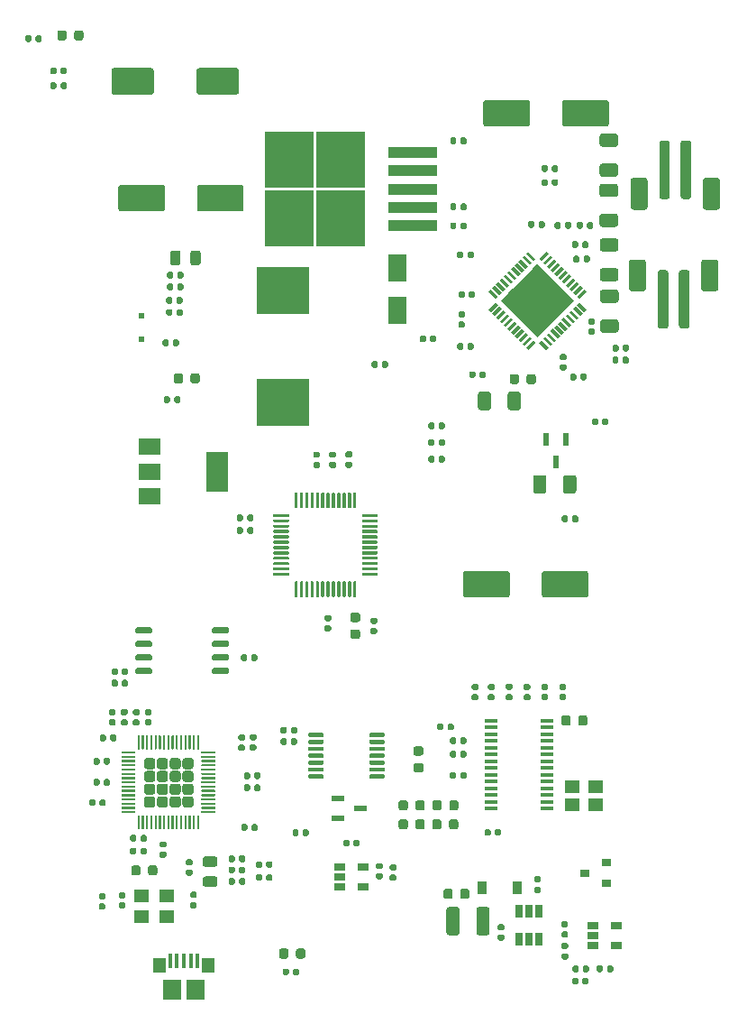
<source format=gbr>
G04 #@! TF.GenerationSoftware,KiCad,Pcbnew,(5.1.6)-1*
G04 #@! TF.CreationDate,2020-08-17T08:46:27-07:00*
G04 #@! TF.ProjectId,Mycroft - Mark 2,4d796372-6f66-4742-902d-204d61726b20,rev?*
G04 #@! TF.SameCoordinates,Original*
G04 #@! TF.FileFunction,Paste,Top*
G04 #@! TF.FilePolarity,Positive*
%FSLAX46Y46*%
G04 Gerber Fmt 4.6, Leading zero omitted, Abs format (unit mm)*
G04 Created by KiCad (PCBNEW (5.1.6)-1) date 2020-08-17 08:46:27*
%MOMM*%
%LPD*%
G01*
G04 APERTURE LIST*
%ADD10C,0.152400*%
%ADD11R,1.060000X0.650000*%
%ADD12R,0.900000X1.200000*%
%ADD13R,0.650000X1.220000*%
%ADD14R,1.400000X1.200000*%
%ADD15R,1.150000X1.450000*%
%ADD16R,1.750000X1.900000*%
%ADD17R,0.400000X1.400000*%
%ADD18R,1.800000X2.500000*%
%ADD19R,4.550000X5.250000*%
%ADD20R,4.600000X1.100000*%
%ADD21R,5.000000X4.500000*%
%ADD22R,1.300000X0.600000*%
%ADD23R,2.000000X1.500000*%
%ADD24R,2.000000X3.800000*%
%ADD25C,0.100000*%
%ADD26R,0.900000X0.800000*%
%ADD27R,1.200000X0.400000*%
%ADD28R,0.600000X1.300000*%
%ADD29R,0.500000X0.500000*%
G04 APERTURE END LIST*
D10*
X53967380Y-23579084D02*
X52965315Y-24581149D01*
X52965315Y-24581149D02*
X53967380Y-25583214D01*
X53967380Y-25583214D02*
X54969445Y-24581149D01*
X54969445Y-24581149D02*
X53967380Y-23579084D01*
X52823894Y-24722569D02*
X51821829Y-25724634D01*
X51821829Y-25724634D02*
X52823894Y-26726699D01*
X52823894Y-26726699D02*
X53825959Y-25724634D01*
X53825959Y-25724634D02*
X52823894Y-24722569D01*
X51680409Y-25866055D02*
X50678344Y-26868120D01*
X50678344Y-26868120D02*
X51680409Y-27870185D01*
X51680409Y-27870185D02*
X52682474Y-26868120D01*
X52682474Y-26868120D02*
X51680409Y-25866055D01*
X55110866Y-24722569D02*
X54108801Y-25724634D01*
X54108801Y-25724634D02*
X55110866Y-26726699D01*
X55110866Y-26726699D02*
X56112931Y-25724634D01*
X56112931Y-25724634D02*
X55110866Y-24722569D01*
X53967380Y-25866055D02*
X52965315Y-26868120D01*
X52965315Y-26868120D02*
X53967380Y-27870185D01*
X53967380Y-27870185D02*
X54969445Y-26868120D01*
X54969445Y-26868120D02*
X53967380Y-25866055D01*
X52823894Y-27009541D02*
X51821829Y-28011606D01*
X51821829Y-28011606D02*
X52823894Y-29013671D01*
X52823894Y-29013671D02*
X53825959Y-28011606D01*
X53825959Y-28011606D02*
X52823894Y-27009541D01*
X56254351Y-25866055D02*
X55252286Y-26868120D01*
X55252286Y-26868120D02*
X56254351Y-27870185D01*
X56254351Y-27870185D02*
X57256416Y-26868120D01*
X57256416Y-26868120D02*
X56254351Y-25866055D01*
X55110866Y-27009541D02*
X54108801Y-28011606D01*
X54108801Y-28011606D02*
X55110866Y-29013671D01*
X55110866Y-29013671D02*
X56112931Y-28011606D01*
X56112931Y-28011606D02*
X55110866Y-27009541D01*
X53967380Y-28153026D02*
X52965315Y-29155091D01*
X52965315Y-29155091D02*
X53967380Y-30157156D01*
X53967380Y-30157156D02*
X54969445Y-29155091D01*
X54969445Y-29155091D02*
X53967380Y-28153026D01*
G36*
G01*
X18062880Y-70046619D02*
X18062880Y-70596621D01*
G75*
G02*
X17812881Y-70846620I-249999J0D01*
G01*
X17262879Y-70846620D01*
G75*
G02*
X17012880Y-70596621I0J249999D01*
G01*
X17012880Y-70046619D01*
G75*
G02*
X17262879Y-69796620I249999J0D01*
G01*
X17812881Y-69796620D01*
G75*
G02*
X18062880Y-70046619I0J-249999D01*
G01*
G37*
G36*
G01*
X19262880Y-70046619D02*
X19262880Y-70596621D01*
G75*
G02*
X19012881Y-70846620I-249999J0D01*
G01*
X18462879Y-70846620D01*
G75*
G02*
X18212880Y-70596621I0J249999D01*
G01*
X18212880Y-70046619D01*
G75*
G02*
X18462879Y-69796620I249999J0D01*
G01*
X19012881Y-69796620D01*
G75*
G02*
X19262880Y-70046619I0J-249999D01*
G01*
G37*
G36*
G01*
X20462880Y-70046619D02*
X20462880Y-70596621D01*
G75*
G02*
X20212881Y-70846620I-249999J0D01*
G01*
X19662879Y-70846620D01*
G75*
G02*
X19412880Y-70596621I0J249999D01*
G01*
X19412880Y-70046619D01*
G75*
G02*
X19662879Y-69796620I249999J0D01*
G01*
X20212881Y-69796620D01*
G75*
G02*
X20462880Y-70046619I0J-249999D01*
G01*
G37*
G36*
G01*
X21662880Y-70046619D02*
X21662880Y-70596621D01*
G75*
G02*
X21412881Y-70846620I-249999J0D01*
G01*
X20862879Y-70846620D01*
G75*
G02*
X20612880Y-70596621I0J249999D01*
G01*
X20612880Y-70046619D01*
G75*
G02*
X20862879Y-69796620I249999J0D01*
G01*
X21412881Y-69796620D01*
G75*
G02*
X21662880Y-70046619I0J-249999D01*
G01*
G37*
G36*
G01*
X18062880Y-71246619D02*
X18062880Y-71796621D01*
G75*
G02*
X17812881Y-72046620I-249999J0D01*
G01*
X17262879Y-72046620D01*
G75*
G02*
X17012880Y-71796621I0J249999D01*
G01*
X17012880Y-71246619D01*
G75*
G02*
X17262879Y-70996620I249999J0D01*
G01*
X17812881Y-70996620D01*
G75*
G02*
X18062880Y-71246619I0J-249999D01*
G01*
G37*
G36*
G01*
X19262880Y-71246619D02*
X19262880Y-71796621D01*
G75*
G02*
X19012881Y-72046620I-249999J0D01*
G01*
X18462879Y-72046620D01*
G75*
G02*
X18212880Y-71796621I0J249999D01*
G01*
X18212880Y-71246619D01*
G75*
G02*
X18462879Y-70996620I249999J0D01*
G01*
X19012881Y-70996620D01*
G75*
G02*
X19262880Y-71246619I0J-249999D01*
G01*
G37*
G36*
G01*
X20462880Y-71246619D02*
X20462880Y-71796621D01*
G75*
G02*
X20212881Y-72046620I-249999J0D01*
G01*
X19662879Y-72046620D01*
G75*
G02*
X19412880Y-71796621I0J249999D01*
G01*
X19412880Y-71246619D01*
G75*
G02*
X19662879Y-70996620I249999J0D01*
G01*
X20212881Y-70996620D01*
G75*
G02*
X20462880Y-71246619I0J-249999D01*
G01*
G37*
G36*
G01*
X21662880Y-71246619D02*
X21662880Y-71796621D01*
G75*
G02*
X21412881Y-72046620I-249999J0D01*
G01*
X20862879Y-72046620D01*
G75*
G02*
X20612880Y-71796621I0J249999D01*
G01*
X20612880Y-71246619D01*
G75*
G02*
X20862879Y-70996620I249999J0D01*
G01*
X21412881Y-70996620D01*
G75*
G02*
X21662880Y-71246619I0J-249999D01*
G01*
G37*
G36*
G01*
X18062880Y-72446619D02*
X18062880Y-72996621D01*
G75*
G02*
X17812881Y-73246620I-249999J0D01*
G01*
X17262879Y-73246620D01*
G75*
G02*
X17012880Y-72996621I0J249999D01*
G01*
X17012880Y-72446619D01*
G75*
G02*
X17262879Y-72196620I249999J0D01*
G01*
X17812881Y-72196620D01*
G75*
G02*
X18062880Y-72446619I0J-249999D01*
G01*
G37*
G36*
G01*
X19262880Y-72446619D02*
X19262880Y-72996621D01*
G75*
G02*
X19012881Y-73246620I-249999J0D01*
G01*
X18462879Y-73246620D01*
G75*
G02*
X18212880Y-72996621I0J249999D01*
G01*
X18212880Y-72446619D01*
G75*
G02*
X18462879Y-72196620I249999J0D01*
G01*
X19012881Y-72196620D01*
G75*
G02*
X19262880Y-72446619I0J-249999D01*
G01*
G37*
G36*
G01*
X20462880Y-72446619D02*
X20462880Y-72996621D01*
G75*
G02*
X20212881Y-73246620I-249999J0D01*
G01*
X19662879Y-73246620D01*
G75*
G02*
X19412880Y-72996621I0J249999D01*
G01*
X19412880Y-72446619D01*
G75*
G02*
X19662879Y-72196620I249999J0D01*
G01*
X20212881Y-72196620D01*
G75*
G02*
X20462880Y-72446619I0J-249999D01*
G01*
G37*
G36*
G01*
X21662880Y-72446619D02*
X21662880Y-72996621D01*
G75*
G02*
X21412881Y-73246620I-249999J0D01*
G01*
X20862879Y-73246620D01*
G75*
G02*
X20612880Y-72996621I0J249999D01*
G01*
X20612880Y-72446619D01*
G75*
G02*
X20862879Y-72196620I249999J0D01*
G01*
X21412881Y-72196620D01*
G75*
G02*
X21662880Y-72446619I0J-249999D01*
G01*
G37*
G36*
G01*
X18062880Y-73646619D02*
X18062880Y-74196621D01*
G75*
G02*
X17812881Y-74446620I-249999J0D01*
G01*
X17262879Y-74446620D01*
G75*
G02*
X17012880Y-74196621I0J249999D01*
G01*
X17012880Y-73646619D01*
G75*
G02*
X17262879Y-73396620I249999J0D01*
G01*
X17812881Y-73396620D01*
G75*
G02*
X18062880Y-73646619I0J-249999D01*
G01*
G37*
G36*
G01*
X19262880Y-73646619D02*
X19262880Y-74196621D01*
G75*
G02*
X19012881Y-74446620I-249999J0D01*
G01*
X18462879Y-74446620D01*
G75*
G02*
X18212880Y-74196621I0J249999D01*
G01*
X18212880Y-73646619D01*
G75*
G02*
X18462879Y-73396620I249999J0D01*
G01*
X19012881Y-73396620D01*
G75*
G02*
X19262880Y-73646619I0J-249999D01*
G01*
G37*
G36*
G01*
X20462880Y-73646619D02*
X20462880Y-74196621D01*
G75*
G02*
X20212881Y-74446620I-249999J0D01*
G01*
X19662879Y-74446620D01*
G75*
G02*
X19412880Y-74196621I0J249999D01*
G01*
X19412880Y-73646619D01*
G75*
G02*
X19662879Y-73396620I249999J0D01*
G01*
X20212881Y-73396620D01*
G75*
G02*
X20462880Y-73646619I0J-249999D01*
G01*
G37*
G36*
G01*
X22046380Y-75167620D02*
X22146380Y-75167620D01*
G75*
G02*
X22196380Y-75217620I0J-50000D01*
G01*
X22196380Y-76442620D01*
G75*
G02*
X22146380Y-76492620I-50000J0D01*
G01*
X22046380Y-76492620D01*
G75*
G02*
X21996380Y-76442620I0J50000D01*
G01*
X21996380Y-75217620D01*
G75*
G02*
X22046380Y-75167620I50000J0D01*
G01*
G37*
G36*
G01*
X21646380Y-75167620D02*
X21746380Y-75167620D01*
G75*
G02*
X21796380Y-75217620I0J-50000D01*
G01*
X21796380Y-76442620D01*
G75*
G02*
X21746380Y-76492620I-50000J0D01*
G01*
X21646380Y-76492620D01*
G75*
G02*
X21596380Y-76442620I0J50000D01*
G01*
X21596380Y-75217620D01*
G75*
G02*
X21646380Y-75167620I50000J0D01*
G01*
G37*
G36*
G01*
X21246380Y-75167620D02*
X21346380Y-75167620D01*
G75*
G02*
X21396380Y-75217620I0J-50000D01*
G01*
X21396380Y-76442620D01*
G75*
G02*
X21346380Y-76492620I-50000J0D01*
G01*
X21246380Y-76492620D01*
G75*
G02*
X21196380Y-76442620I0J50000D01*
G01*
X21196380Y-75217620D01*
G75*
G02*
X21246380Y-75167620I50000J0D01*
G01*
G37*
G36*
G01*
X20846380Y-75167620D02*
X20946380Y-75167620D01*
G75*
G02*
X20996380Y-75217620I0J-50000D01*
G01*
X20996380Y-76442620D01*
G75*
G02*
X20946380Y-76492620I-50000J0D01*
G01*
X20846380Y-76492620D01*
G75*
G02*
X20796380Y-76442620I0J50000D01*
G01*
X20796380Y-75217620D01*
G75*
G02*
X20846380Y-75167620I50000J0D01*
G01*
G37*
G36*
G01*
X20446380Y-75167620D02*
X20546380Y-75167620D01*
G75*
G02*
X20596380Y-75217620I0J-50000D01*
G01*
X20596380Y-76442620D01*
G75*
G02*
X20546380Y-76492620I-50000J0D01*
G01*
X20446380Y-76492620D01*
G75*
G02*
X20396380Y-76442620I0J50000D01*
G01*
X20396380Y-75217620D01*
G75*
G02*
X20446380Y-75167620I50000J0D01*
G01*
G37*
G36*
G01*
X20046380Y-75167620D02*
X20146380Y-75167620D01*
G75*
G02*
X20196380Y-75217620I0J-50000D01*
G01*
X20196380Y-76442620D01*
G75*
G02*
X20146380Y-76492620I-50000J0D01*
G01*
X20046380Y-76492620D01*
G75*
G02*
X19996380Y-76442620I0J50000D01*
G01*
X19996380Y-75217620D01*
G75*
G02*
X20046380Y-75167620I50000J0D01*
G01*
G37*
G36*
G01*
X19646380Y-75167620D02*
X19746380Y-75167620D01*
G75*
G02*
X19796380Y-75217620I0J-50000D01*
G01*
X19796380Y-76442620D01*
G75*
G02*
X19746380Y-76492620I-50000J0D01*
G01*
X19646380Y-76492620D01*
G75*
G02*
X19596380Y-76442620I0J50000D01*
G01*
X19596380Y-75217620D01*
G75*
G02*
X19646380Y-75167620I50000J0D01*
G01*
G37*
G36*
G01*
X19246380Y-75167620D02*
X19346380Y-75167620D01*
G75*
G02*
X19396380Y-75217620I0J-50000D01*
G01*
X19396380Y-76442620D01*
G75*
G02*
X19346380Y-76492620I-50000J0D01*
G01*
X19246380Y-76492620D01*
G75*
G02*
X19196380Y-76442620I0J50000D01*
G01*
X19196380Y-75217620D01*
G75*
G02*
X19246380Y-75167620I50000J0D01*
G01*
G37*
G36*
G01*
X18846380Y-75167620D02*
X18946380Y-75167620D01*
G75*
G02*
X18996380Y-75217620I0J-50000D01*
G01*
X18996380Y-76442620D01*
G75*
G02*
X18946380Y-76492620I-50000J0D01*
G01*
X18846380Y-76492620D01*
G75*
G02*
X18796380Y-76442620I0J50000D01*
G01*
X18796380Y-75217620D01*
G75*
G02*
X18846380Y-75167620I50000J0D01*
G01*
G37*
G36*
G01*
X18446380Y-75167620D02*
X18546380Y-75167620D01*
G75*
G02*
X18596380Y-75217620I0J-50000D01*
G01*
X18596380Y-76442620D01*
G75*
G02*
X18546380Y-76492620I-50000J0D01*
G01*
X18446380Y-76492620D01*
G75*
G02*
X18396380Y-76442620I0J50000D01*
G01*
X18396380Y-75217620D01*
G75*
G02*
X18446380Y-75167620I50000J0D01*
G01*
G37*
G36*
G01*
X18046380Y-75167620D02*
X18146380Y-75167620D01*
G75*
G02*
X18196380Y-75217620I0J-50000D01*
G01*
X18196380Y-76442620D01*
G75*
G02*
X18146380Y-76492620I-50000J0D01*
G01*
X18046380Y-76492620D01*
G75*
G02*
X17996380Y-76442620I0J50000D01*
G01*
X17996380Y-75217620D01*
G75*
G02*
X18046380Y-75167620I50000J0D01*
G01*
G37*
G36*
G01*
X17646380Y-75167620D02*
X17746380Y-75167620D01*
G75*
G02*
X17796380Y-75217620I0J-50000D01*
G01*
X17796380Y-76442620D01*
G75*
G02*
X17746380Y-76492620I-50000J0D01*
G01*
X17646380Y-76492620D01*
G75*
G02*
X17596380Y-76442620I0J50000D01*
G01*
X17596380Y-75217620D01*
G75*
G02*
X17646380Y-75167620I50000J0D01*
G01*
G37*
G36*
G01*
X17246380Y-75167620D02*
X17346380Y-75167620D01*
G75*
G02*
X17396380Y-75217620I0J-50000D01*
G01*
X17396380Y-76442620D01*
G75*
G02*
X17346380Y-76492620I-50000J0D01*
G01*
X17246380Y-76492620D01*
G75*
G02*
X17196380Y-76442620I0J50000D01*
G01*
X17196380Y-75217620D01*
G75*
G02*
X17246380Y-75167620I50000J0D01*
G01*
G37*
G36*
G01*
X16846380Y-75167620D02*
X16946380Y-75167620D01*
G75*
G02*
X16996380Y-75217620I0J-50000D01*
G01*
X16996380Y-76442620D01*
G75*
G02*
X16946380Y-76492620I-50000J0D01*
G01*
X16846380Y-76492620D01*
G75*
G02*
X16796380Y-76442620I0J50000D01*
G01*
X16796380Y-75217620D01*
G75*
G02*
X16846380Y-75167620I50000J0D01*
G01*
G37*
G36*
G01*
X16446380Y-67667620D02*
X16546380Y-67667620D01*
G75*
G02*
X16596380Y-67717620I0J-50000D01*
G01*
X16596380Y-68942620D01*
G75*
G02*
X16546380Y-68992620I-50000J0D01*
G01*
X16446380Y-68992620D01*
G75*
G02*
X16396380Y-68942620I0J50000D01*
G01*
X16396380Y-67717620D01*
G75*
G02*
X16446380Y-67667620I50000J0D01*
G01*
G37*
G36*
G01*
X16846380Y-67667620D02*
X16946380Y-67667620D01*
G75*
G02*
X16996380Y-67717620I0J-50000D01*
G01*
X16996380Y-68942620D01*
G75*
G02*
X16946380Y-68992620I-50000J0D01*
G01*
X16846380Y-68992620D01*
G75*
G02*
X16796380Y-68942620I0J50000D01*
G01*
X16796380Y-67717620D01*
G75*
G02*
X16846380Y-67667620I50000J0D01*
G01*
G37*
G36*
G01*
X17246380Y-67667620D02*
X17346380Y-67667620D01*
G75*
G02*
X17396380Y-67717620I0J-50000D01*
G01*
X17396380Y-68942620D01*
G75*
G02*
X17346380Y-68992620I-50000J0D01*
G01*
X17246380Y-68992620D01*
G75*
G02*
X17196380Y-68942620I0J50000D01*
G01*
X17196380Y-67717620D01*
G75*
G02*
X17246380Y-67667620I50000J0D01*
G01*
G37*
G36*
G01*
X17646380Y-67667620D02*
X17746380Y-67667620D01*
G75*
G02*
X17796380Y-67717620I0J-50000D01*
G01*
X17796380Y-68942620D01*
G75*
G02*
X17746380Y-68992620I-50000J0D01*
G01*
X17646380Y-68992620D01*
G75*
G02*
X17596380Y-68942620I0J50000D01*
G01*
X17596380Y-67717620D01*
G75*
G02*
X17646380Y-67667620I50000J0D01*
G01*
G37*
G36*
G01*
X18046380Y-67667620D02*
X18146380Y-67667620D01*
G75*
G02*
X18196380Y-67717620I0J-50000D01*
G01*
X18196380Y-68942620D01*
G75*
G02*
X18146380Y-68992620I-50000J0D01*
G01*
X18046380Y-68992620D01*
G75*
G02*
X17996380Y-68942620I0J50000D01*
G01*
X17996380Y-67717620D01*
G75*
G02*
X18046380Y-67667620I50000J0D01*
G01*
G37*
G36*
G01*
X18446380Y-67667620D02*
X18546380Y-67667620D01*
G75*
G02*
X18596380Y-67717620I0J-50000D01*
G01*
X18596380Y-68942620D01*
G75*
G02*
X18546380Y-68992620I-50000J0D01*
G01*
X18446380Y-68992620D01*
G75*
G02*
X18396380Y-68942620I0J50000D01*
G01*
X18396380Y-67717620D01*
G75*
G02*
X18446380Y-67667620I50000J0D01*
G01*
G37*
G36*
G01*
X18846380Y-67667620D02*
X18946380Y-67667620D01*
G75*
G02*
X18996380Y-67717620I0J-50000D01*
G01*
X18996380Y-68942620D01*
G75*
G02*
X18946380Y-68992620I-50000J0D01*
G01*
X18846380Y-68992620D01*
G75*
G02*
X18796380Y-68942620I0J50000D01*
G01*
X18796380Y-67717620D01*
G75*
G02*
X18846380Y-67667620I50000J0D01*
G01*
G37*
G36*
G01*
X19246380Y-67667620D02*
X19346380Y-67667620D01*
G75*
G02*
X19396380Y-67717620I0J-50000D01*
G01*
X19396380Y-68942620D01*
G75*
G02*
X19346380Y-68992620I-50000J0D01*
G01*
X19246380Y-68992620D01*
G75*
G02*
X19196380Y-68942620I0J50000D01*
G01*
X19196380Y-67717620D01*
G75*
G02*
X19246380Y-67667620I50000J0D01*
G01*
G37*
G36*
G01*
X19646380Y-67667620D02*
X19746380Y-67667620D01*
G75*
G02*
X19796380Y-67717620I0J-50000D01*
G01*
X19796380Y-68942620D01*
G75*
G02*
X19746380Y-68992620I-50000J0D01*
G01*
X19646380Y-68992620D01*
G75*
G02*
X19596380Y-68942620I0J50000D01*
G01*
X19596380Y-67717620D01*
G75*
G02*
X19646380Y-67667620I50000J0D01*
G01*
G37*
G36*
G01*
X20046380Y-67667620D02*
X20146380Y-67667620D01*
G75*
G02*
X20196380Y-67717620I0J-50000D01*
G01*
X20196380Y-68942620D01*
G75*
G02*
X20146380Y-68992620I-50000J0D01*
G01*
X20046380Y-68992620D01*
G75*
G02*
X19996380Y-68942620I0J50000D01*
G01*
X19996380Y-67717620D01*
G75*
G02*
X20046380Y-67667620I50000J0D01*
G01*
G37*
G36*
G01*
X20446380Y-67667620D02*
X20546380Y-67667620D01*
G75*
G02*
X20596380Y-67717620I0J-50000D01*
G01*
X20596380Y-68942620D01*
G75*
G02*
X20546380Y-68992620I-50000J0D01*
G01*
X20446380Y-68992620D01*
G75*
G02*
X20396380Y-68942620I0J50000D01*
G01*
X20396380Y-67717620D01*
G75*
G02*
X20446380Y-67667620I50000J0D01*
G01*
G37*
G36*
G01*
X20846380Y-67667620D02*
X20946380Y-67667620D01*
G75*
G02*
X20996380Y-67717620I0J-50000D01*
G01*
X20996380Y-68942620D01*
G75*
G02*
X20946380Y-68992620I-50000J0D01*
G01*
X20846380Y-68992620D01*
G75*
G02*
X20796380Y-68942620I0J50000D01*
G01*
X20796380Y-67717620D01*
G75*
G02*
X20846380Y-67667620I50000J0D01*
G01*
G37*
G36*
G01*
X21246380Y-67667620D02*
X21346380Y-67667620D01*
G75*
G02*
X21396380Y-67717620I0J-50000D01*
G01*
X21396380Y-68942620D01*
G75*
G02*
X21346380Y-68992620I-50000J0D01*
G01*
X21246380Y-68992620D01*
G75*
G02*
X21196380Y-68942620I0J50000D01*
G01*
X21196380Y-67717620D01*
G75*
G02*
X21246380Y-67667620I50000J0D01*
G01*
G37*
G36*
G01*
X21646380Y-67667620D02*
X21746380Y-67667620D01*
G75*
G02*
X21796380Y-67717620I0J-50000D01*
G01*
X21796380Y-68942620D01*
G75*
G02*
X21746380Y-68992620I-50000J0D01*
G01*
X21646380Y-68992620D01*
G75*
G02*
X21596380Y-68942620I0J50000D01*
G01*
X21596380Y-67717620D01*
G75*
G02*
X21646380Y-67667620I50000J0D01*
G01*
G37*
G36*
G01*
X23708880Y-69230120D02*
X23708880Y-69330120D01*
G75*
G02*
X23658880Y-69380120I-50000J0D01*
G01*
X22433880Y-69380120D01*
G75*
G02*
X22383880Y-69330120I0J50000D01*
G01*
X22383880Y-69230120D01*
G75*
G02*
X22433880Y-69180120I50000J0D01*
G01*
X23658880Y-69180120D01*
G75*
G02*
X23708880Y-69230120I0J-50000D01*
G01*
G37*
G36*
G01*
X23708880Y-69630120D02*
X23708880Y-69730120D01*
G75*
G02*
X23658880Y-69780120I-50000J0D01*
G01*
X22433880Y-69780120D01*
G75*
G02*
X22383880Y-69730120I0J50000D01*
G01*
X22383880Y-69630120D01*
G75*
G02*
X22433880Y-69580120I50000J0D01*
G01*
X23658880Y-69580120D01*
G75*
G02*
X23708880Y-69630120I0J-50000D01*
G01*
G37*
G36*
G01*
X23708880Y-70030120D02*
X23708880Y-70130120D01*
G75*
G02*
X23658880Y-70180120I-50000J0D01*
G01*
X22433880Y-70180120D01*
G75*
G02*
X22383880Y-70130120I0J50000D01*
G01*
X22383880Y-70030120D01*
G75*
G02*
X22433880Y-69980120I50000J0D01*
G01*
X23658880Y-69980120D01*
G75*
G02*
X23708880Y-70030120I0J-50000D01*
G01*
G37*
G36*
G01*
X23708880Y-70430120D02*
X23708880Y-70530120D01*
G75*
G02*
X23658880Y-70580120I-50000J0D01*
G01*
X22433880Y-70580120D01*
G75*
G02*
X22383880Y-70530120I0J50000D01*
G01*
X22383880Y-70430120D01*
G75*
G02*
X22433880Y-70380120I50000J0D01*
G01*
X23658880Y-70380120D01*
G75*
G02*
X23708880Y-70430120I0J-50000D01*
G01*
G37*
G36*
G01*
X23708880Y-70830120D02*
X23708880Y-70930120D01*
G75*
G02*
X23658880Y-70980120I-50000J0D01*
G01*
X22433880Y-70980120D01*
G75*
G02*
X22383880Y-70930120I0J50000D01*
G01*
X22383880Y-70830120D01*
G75*
G02*
X22433880Y-70780120I50000J0D01*
G01*
X23658880Y-70780120D01*
G75*
G02*
X23708880Y-70830120I0J-50000D01*
G01*
G37*
G36*
G01*
X23708880Y-71230120D02*
X23708880Y-71330120D01*
G75*
G02*
X23658880Y-71380120I-50000J0D01*
G01*
X22433880Y-71380120D01*
G75*
G02*
X22383880Y-71330120I0J50000D01*
G01*
X22383880Y-71230120D01*
G75*
G02*
X22433880Y-71180120I50000J0D01*
G01*
X23658880Y-71180120D01*
G75*
G02*
X23708880Y-71230120I0J-50000D01*
G01*
G37*
G36*
G01*
X23708880Y-71630120D02*
X23708880Y-71730120D01*
G75*
G02*
X23658880Y-71780120I-50000J0D01*
G01*
X22433880Y-71780120D01*
G75*
G02*
X22383880Y-71730120I0J50000D01*
G01*
X22383880Y-71630120D01*
G75*
G02*
X22433880Y-71580120I50000J0D01*
G01*
X23658880Y-71580120D01*
G75*
G02*
X23708880Y-71630120I0J-50000D01*
G01*
G37*
G36*
G01*
X23708880Y-72030120D02*
X23708880Y-72130120D01*
G75*
G02*
X23658880Y-72180120I-50000J0D01*
G01*
X22433880Y-72180120D01*
G75*
G02*
X22383880Y-72130120I0J50000D01*
G01*
X22383880Y-72030120D01*
G75*
G02*
X22433880Y-71980120I50000J0D01*
G01*
X23658880Y-71980120D01*
G75*
G02*
X23708880Y-72030120I0J-50000D01*
G01*
G37*
G36*
G01*
X23708880Y-72430120D02*
X23708880Y-72530120D01*
G75*
G02*
X23658880Y-72580120I-50000J0D01*
G01*
X22433880Y-72580120D01*
G75*
G02*
X22383880Y-72530120I0J50000D01*
G01*
X22383880Y-72430120D01*
G75*
G02*
X22433880Y-72380120I50000J0D01*
G01*
X23658880Y-72380120D01*
G75*
G02*
X23708880Y-72430120I0J-50000D01*
G01*
G37*
G36*
G01*
X23708880Y-72830120D02*
X23708880Y-72930120D01*
G75*
G02*
X23658880Y-72980120I-50000J0D01*
G01*
X22433880Y-72980120D01*
G75*
G02*
X22383880Y-72930120I0J50000D01*
G01*
X22383880Y-72830120D01*
G75*
G02*
X22433880Y-72780120I50000J0D01*
G01*
X23658880Y-72780120D01*
G75*
G02*
X23708880Y-72830120I0J-50000D01*
G01*
G37*
G36*
G01*
X23708880Y-73230120D02*
X23708880Y-73330120D01*
G75*
G02*
X23658880Y-73380120I-50000J0D01*
G01*
X22433880Y-73380120D01*
G75*
G02*
X22383880Y-73330120I0J50000D01*
G01*
X22383880Y-73230120D01*
G75*
G02*
X22433880Y-73180120I50000J0D01*
G01*
X23658880Y-73180120D01*
G75*
G02*
X23708880Y-73230120I0J-50000D01*
G01*
G37*
G36*
G01*
X23708880Y-73630120D02*
X23708880Y-73730120D01*
G75*
G02*
X23658880Y-73780120I-50000J0D01*
G01*
X22433880Y-73780120D01*
G75*
G02*
X22383880Y-73730120I0J50000D01*
G01*
X22383880Y-73630120D01*
G75*
G02*
X22433880Y-73580120I50000J0D01*
G01*
X23658880Y-73580120D01*
G75*
G02*
X23708880Y-73630120I0J-50000D01*
G01*
G37*
G36*
G01*
X23708880Y-74030120D02*
X23708880Y-74130120D01*
G75*
G02*
X23658880Y-74180120I-50000J0D01*
G01*
X22433880Y-74180120D01*
G75*
G02*
X22383880Y-74130120I0J50000D01*
G01*
X22383880Y-74030120D01*
G75*
G02*
X22433880Y-73980120I50000J0D01*
G01*
X23658880Y-73980120D01*
G75*
G02*
X23708880Y-74030120I0J-50000D01*
G01*
G37*
G36*
G01*
X23708880Y-74430120D02*
X23708880Y-74530120D01*
G75*
G02*
X23658880Y-74580120I-50000J0D01*
G01*
X22433880Y-74580120D01*
G75*
G02*
X22383880Y-74530120I0J50000D01*
G01*
X22383880Y-74430120D01*
G75*
G02*
X22433880Y-74380120I50000J0D01*
G01*
X23658880Y-74380120D01*
G75*
G02*
X23708880Y-74430120I0J-50000D01*
G01*
G37*
G36*
G01*
X14933880Y-74780120D02*
X16158880Y-74780120D01*
G75*
G02*
X16208880Y-74830120I0J-50000D01*
G01*
X16208880Y-74930120D01*
G75*
G02*
X16158880Y-74980120I-50000J0D01*
G01*
X14933880Y-74980120D01*
G75*
G02*
X14883880Y-74930120I0J50000D01*
G01*
X14883880Y-74830120D01*
G75*
G02*
X14933880Y-74780120I50000J0D01*
G01*
G37*
G36*
G01*
X14933880Y-74380120D02*
X16158880Y-74380120D01*
G75*
G02*
X16208880Y-74430120I0J-50000D01*
G01*
X16208880Y-74530120D01*
G75*
G02*
X16158880Y-74580120I-50000J0D01*
G01*
X14933880Y-74580120D01*
G75*
G02*
X14883880Y-74530120I0J50000D01*
G01*
X14883880Y-74430120D01*
G75*
G02*
X14933880Y-74380120I50000J0D01*
G01*
G37*
G36*
G01*
X14933880Y-73980120D02*
X16158880Y-73980120D01*
G75*
G02*
X16208880Y-74030120I0J-50000D01*
G01*
X16208880Y-74130120D01*
G75*
G02*
X16158880Y-74180120I-50000J0D01*
G01*
X14933880Y-74180120D01*
G75*
G02*
X14883880Y-74130120I0J50000D01*
G01*
X14883880Y-74030120D01*
G75*
G02*
X14933880Y-73980120I50000J0D01*
G01*
G37*
G36*
G01*
X14933880Y-73580120D02*
X16158880Y-73580120D01*
G75*
G02*
X16208880Y-73630120I0J-50000D01*
G01*
X16208880Y-73730120D01*
G75*
G02*
X16158880Y-73780120I-50000J0D01*
G01*
X14933880Y-73780120D01*
G75*
G02*
X14883880Y-73730120I0J50000D01*
G01*
X14883880Y-73630120D01*
G75*
G02*
X14933880Y-73580120I50000J0D01*
G01*
G37*
G36*
G01*
X14933880Y-73180120D02*
X16158880Y-73180120D01*
G75*
G02*
X16208880Y-73230120I0J-50000D01*
G01*
X16208880Y-73330120D01*
G75*
G02*
X16158880Y-73380120I-50000J0D01*
G01*
X14933880Y-73380120D01*
G75*
G02*
X14883880Y-73330120I0J50000D01*
G01*
X14883880Y-73230120D01*
G75*
G02*
X14933880Y-73180120I50000J0D01*
G01*
G37*
G36*
G01*
X14933880Y-72780120D02*
X16158880Y-72780120D01*
G75*
G02*
X16208880Y-72830120I0J-50000D01*
G01*
X16208880Y-72930120D01*
G75*
G02*
X16158880Y-72980120I-50000J0D01*
G01*
X14933880Y-72980120D01*
G75*
G02*
X14883880Y-72930120I0J50000D01*
G01*
X14883880Y-72830120D01*
G75*
G02*
X14933880Y-72780120I50000J0D01*
G01*
G37*
G36*
G01*
X14933880Y-72380120D02*
X16158880Y-72380120D01*
G75*
G02*
X16208880Y-72430120I0J-50000D01*
G01*
X16208880Y-72530120D01*
G75*
G02*
X16158880Y-72580120I-50000J0D01*
G01*
X14933880Y-72580120D01*
G75*
G02*
X14883880Y-72530120I0J50000D01*
G01*
X14883880Y-72430120D01*
G75*
G02*
X14933880Y-72380120I50000J0D01*
G01*
G37*
G36*
G01*
X14933880Y-71980120D02*
X16158880Y-71980120D01*
G75*
G02*
X16208880Y-72030120I0J-50000D01*
G01*
X16208880Y-72130120D01*
G75*
G02*
X16158880Y-72180120I-50000J0D01*
G01*
X14933880Y-72180120D01*
G75*
G02*
X14883880Y-72130120I0J50000D01*
G01*
X14883880Y-72030120D01*
G75*
G02*
X14933880Y-71980120I50000J0D01*
G01*
G37*
G36*
G01*
X14933880Y-71580120D02*
X16158880Y-71580120D01*
G75*
G02*
X16208880Y-71630120I0J-50000D01*
G01*
X16208880Y-71730120D01*
G75*
G02*
X16158880Y-71780120I-50000J0D01*
G01*
X14933880Y-71780120D01*
G75*
G02*
X14883880Y-71730120I0J50000D01*
G01*
X14883880Y-71630120D01*
G75*
G02*
X14933880Y-71580120I50000J0D01*
G01*
G37*
G36*
G01*
X14933880Y-71180120D02*
X16158880Y-71180120D01*
G75*
G02*
X16208880Y-71230120I0J-50000D01*
G01*
X16208880Y-71330120D01*
G75*
G02*
X16158880Y-71380120I-50000J0D01*
G01*
X14933880Y-71380120D01*
G75*
G02*
X14883880Y-71330120I0J50000D01*
G01*
X14883880Y-71230120D01*
G75*
G02*
X14933880Y-71180120I50000J0D01*
G01*
G37*
G36*
G01*
X14933880Y-70780120D02*
X16158880Y-70780120D01*
G75*
G02*
X16208880Y-70830120I0J-50000D01*
G01*
X16208880Y-70930120D01*
G75*
G02*
X16158880Y-70980120I-50000J0D01*
G01*
X14933880Y-70980120D01*
G75*
G02*
X14883880Y-70930120I0J50000D01*
G01*
X14883880Y-70830120D01*
G75*
G02*
X14933880Y-70780120I50000J0D01*
G01*
G37*
G36*
G01*
X14933880Y-70380120D02*
X16158880Y-70380120D01*
G75*
G02*
X16208880Y-70430120I0J-50000D01*
G01*
X16208880Y-70530120D01*
G75*
G02*
X16158880Y-70580120I-50000J0D01*
G01*
X14933880Y-70580120D01*
G75*
G02*
X14883880Y-70530120I0J50000D01*
G01*
X14883880Y-70430120D01*
G75*
G02*
X14933880Y-70380120I50000J0D01*
G01*
G37*
G36*
G01*
X14933880Y-69980120D02*
X16158880Y-69980120D01*
G75*
G02*
X16208880Y-70030120I0J-50000D01*
G01*
X16208880Y-70130120D01*
G75*
G02*
X16158880Y-70180120I-50000J0D01*
G01*
X14933880Y-70180120D01*
G75*
G02*
X14883880Y-70130120I0J50000D01*
G01*
X14883880Y-70030120D01*
G75*
G02*
X14933880Y-69980120I50000J0D01*
G01*
G37*
G36*
G01*
X14933880Y-69580120D02*
X16158880Y-69580120D01*
G75*
G02*
X16208880Y-69630120I0J-50000D01*
G01*
X16208880Y-69730120D01*
G75*
G02*
X16158880Y-69780120I-50000J0D01*
G01*
X14933880Y-69780120D01*
G75*
G02*
X14883880Y-69730120I0J50000D01*
G01*
X14883880Y-69630120D01*
G75*
G02*
X14933880Y-69580120I50000J0D01*
G01*
G37*
G36*
G01*
X21662880Y-73646619D02*
X21662880Y-74196621D01*
G75*
G02*
X21412881Y-74446620I-249999J0D01*
G01*
X20862879Y-74446620D01*
G75*
G02*
X20612880Y-74196621I0J249999D01*
G01*
X20612880Y-73646619D01*
G75*
G02*
X20862879Y-73396620I249999J0D01*
G01*
X21412881Y-73396620D01*
G75*
G02*
X21662880Y-73646619I0J-249999D01*
G01*
G37*
G36*
G01*
X16446380Y-75167620D02*
X16546380Y-75167620D01*
G75*
G02*
X16596380Y-75217620I0J-50000D01*
G01*
X16596380Y-76442620D01*
G75*
G02*
X16546380Y-76492620I-50000J0D01*
G01*
X16446380Y-76492620D01*
G75*
G02*
X16396380Y-76442620I0J50000D01*
G01*
X16396380Y-75217620D01*
G75*
G02*
X16446380Y-75167620I50000J0D01*
G01*
G37*
G36*
G01*
X14883880Y-74930120D02*
X14883880Y-74830120D01*
G75*
G02*
X14933880Y-74780120I50000J0D01*
G01*
X16158880Y-74780120D01*
G75*
G02*
X16208880Y-74830120I0J-50000D01*
G01*
X16208880Y-74930120D01*
G75*
G02*
X16158880Y-74980120I-50000J0D01*
G01*
X14933880Y-74980120D01*
G75*
G02*
X14883880Y-74930120I0J50000D01*
G01*
G37*
G36*
G01*
X14933880Y-69180120D02*
X16158880Y-69180120D01*
G75*
G02*
X16208880Y-69230120I0J-50000D01*
G01*
X16208880Y-69330120D01*
G75*
G02*
X16158880Y-69380120I-50000J0D01*
G01*
X14933880Y-69380120D01*
G75*
G02*
X14883880Y-69330120I0J50000D01*
G01*
X14883880Y-69230120D01*
G75*
G02*
X14933880Y-69180120I50000J0D01*
G01*
G37*
G36*
G01*
X22046380Y-67667620D02*
X22146380Y-67667620D01*
G75*
G02*
X22196380Y-67717620I0J-50000D01*
G01*
X22196380Y-68942620D01*
G75*
G02*
X22146380Y-68992620I-50000J0D01*
G01*
X22046380Y-68992620D01*
G75*
G02*
X21996380Y-68942620I0J50000D01*
G01*
X21996380Y-67717620D01*
G75*
G02*
X22046380Y-67667620I50000J0D01*
G01*
G37*
G36*
G01*
X23708880Y-74830120D02*
X23708880Y-74930120D01*
G75*
G02*
X23658880Y-74980120I-50000J0D01*
G01*
X22433880Y-74980120D01*
G75*
G02*
X22383880Y-74930120I0J50000D01*
G01*
X22383880Y-74830120D01*
G75*
G02*
X22433880Y-74780120I50000J0D01*
G01*
X23658880Y-74780120D01*
G75*
G02*
X23708880Y-74830120I0J-50000D01*
G01*
G37*
D11*
X61371660Y-85503980D03*
X61371660Y-87403980D03*
X59171660Y-87403980D03*
X59171660Y-86453980D03*
X59171660Y-85503980D03*
G36*
G01*
X27075900Y-60563540D02*
X27075900Y-60218540D01*
G75*
G02*
X27223400Y-60071040I147500J0D01*
G01*
X27518400Y-60071040D01*
G75*
G02*
X27665900Y-60218540I0J-147500D01*
G01*
X27665900Y-60563540D01*
G75*
G02*
X27518400Y-60711040I-147500J0D01*
G01*
X27223400Y-60711040D01*
G75*
G02*
X27075900Y-60563540I0J147500D01*
G01*
G37*
G36*
G01*
X26105900Y-60563540D02*
X26105900Y-60218540D01*
G75*
G02*
X26253400Y-60071040I147500J0D01*
G01*
X26548400Y-60071040D01*
G75*
G02*
X26695900Y-60218540I0J-147500D01*
G01*
X26695900Y-60563540D01*
G75*
G02*
X26548400Y-60711040I-147500J0D01*
G01*
X26253400Y-60711040D01*
G75*
G02*
X26105900Y-60563540I0J147500D01*
G01*
G37*
G36*
G01*
X57805820Y-90548680D02*
X57805820Y-90893680D01*
G75*
G02*
X57658320Y-91041180I-147500J0D01*
G01*
X57363320Y-91041180D01*
G75*
G02*
X57215820Y-90893680I0J147500D01*
G01*
X57215820Y-90548680D01*
G75*
G02*
X57363320Y-90401180I147500J0D01*
G01*
X57658320Y-90401180D01*
G75*
G02*
X57805820Y-90548680I0J-147500D01*
G01*
G37*
G36*
G01*
X58775820Y-90548680D02*
X58775820Y-90893680D01*
G75*
G02*
X58628320Y-91041180I-147500J0D01*
G01*
X58333320Y-91041180D01*
G75*
G02*
X58185820Y-90893680I0J147500D01*
G01*
X58185820Y-90548680D01*
G75*
G02*
X58333320Y-90401180I147500J0D01*
G01*
X58628320Y-90401180D01*
G75*
G02*
X58775820Y-90548680I0J-147500D01*
G01*
G37*
G36*
G01*
X57841380Y-89426000D02*
X57841380Y-89771000D01*
G75*
G02*
X57693880Y-89918500I-147500J0D01*
G01*
X57398880Y-89918500D01*
G75*
G02*
X57251380Y-89771000I0J147500D01*
G01*
X57251380Y-89426000D01*
G75*
G02*
X57398880Y-89278500I147500J0D01*
G01*
X57693880Y-89278500D01*
G75*
G02*
X57841380Y-89426000I0J-147500D01*
G01*
G37*
G36*
G01*
X58811380Y-89426000D02*
X58811380Y-89771000D01*
G75*
G02*
X58663880Y-89918500I-147500J0D01*
G01*
X58368880Y-89918500D01*
G75*
G02*
X58221380Y-89771000I0J147500D01*
G01*
X58221380Y-89426000D01*
G75*
G02*
X58368880Y-89278500I147500J0D01*
G01*
X58663880Y-89278500D01*
G75*
G02*
X58811380Y-89426000I0J-147500D01*
G01*
G37*
G36*
G01*
X60129920Y-89400600D02*
X60129920Y-89745600D01*
G75*
G02*
X59982420Y-89893100I-147500J0D01*
G01*
X59687420Y-89893100D01*
G75*
G02*
X59539920Y-89745600I0J147500D01*
G01*
X59539920Y-89400600D01*
G75*
G02*
X59687420Y-89253100I147500J0D01*
G01*
X59982420Y-89253100D01*
G75*
G02*
X60129920Y-89400600I0J-147500D01*
G01*
G37*
G36*
G01*
X61099920Y-89400600D02*
X61099920Y-89745600D01*
G75*
G02*
X60952420Y-89893100I-147500J0D01*
G01*
X60657420Y-89893100D01*
G75*
G02*
X60509920Y-89745600I0J147500D01*
G01*
X60509920Y-89400600D01*
G75*
G02*
X60657420Y-89253100I147500J0D01*
G01*
X60952420Y-89253100D01*
G75*
G02*
X61099920Y-89400600I0J-147500D01*
G01*
G37*
G36*
G01*
X17791780Y-61490720D02*
X17791780Y-61790720D01*
G75*
G02*
X17641780Y-61940720I-150000J0D01*
G01*
X16341780Y-61940720D01*
G75*
G02*
X16191780Y-61790720I0J150000D01*
G01*
X16191780Y-61490720D01*
G75*
G02*
X16341780Y-61340720I150000J0D01*
G01*
X17641780Y-61340720D01*
G75*
G02*
X17791780Y-61490720I0J-150000D01*
G01*
G37*
G36*
G01*
X17791780Y-60220720D02*
X17791780Y-60520720D01*
G75*
G02*
X17641780Y-60670720I-150000J0D01*
G01*
X16341780Y-60670720D01*
G75*
G02*
X16191780Y-60520720I0J150000D01*
G01*
X16191780Y-60220720D01*
G75*
G02*
X16341780Y-60070720I150000J0D01*
G01*
X17641780Y-60070720D01*
G75*
G02*
X17791780Y-60220720I0J-150000D01*
G01*
G37*
G36*
G01*
X17791780Y-58950720D02*
X17791780Y-59250720D01*
G75*
G02*
X17641780Y-59400720I-150000J0D01*
G01*
X16341780Y-59400720D01*
G75*
G02*
X16191780Y-59250720I0J150000D01*
G01*
X16191780Y-58950720D01*
G75*
G02*
X16341780Y-58800720I150000J0D01*
G01*
X17641780Y-58800720D01*
G75*
G02*
X17791780Y-58950720I0J-150000D01*
G01*
G37*
G36*
G01*
X17791780Y-57680720D02*
X17791780Y-57980720D01*
G75*
G02*
X17641780Y-58130720I-150000J0D01*
G01*
X16341780Y-58130720D01*
G75*
G02*
X16191780Y-57980720I0J150000D01*
G01*
X16191780Y-57680720D01*
G75*
G02*
X16341780Y-57530720I150000J0D01*
G01*
X17641780Y-57530720D01*
G75*
G02*
X17791780Y-57680720I0J-150000D01*
G01*
G37*
G36*
G01*
X24991780Y-57680720D02*
X24991780Y-57980720D01*
G75*
G02*
X24841780Y-58130720I-150000J0D01*
G01*
X23541780Y-58130720D01*
G75*
G02*
X23391780Y-57980720I0J150000D01*
G01*
X23391780Y-57680720D01*
G75*
G02*
X23541780Y-57530720I150000J0D01*
G01*
X24841780Y-57530720D01*
G75*
G02*
X24991780Y-57680720I0J-150000D01*
G01*
G37*
G36*
G01*
X24991780Y-58950720D02*
X24991780Y-59250720D01*
G75*
G02*
X24841780Y-59400720I-150000J0D01*
G01*
X23541780Y-59400720D01*
G75*
G02*
X23391780Y-59250720I0J150000D01*
G01*
X23391780Y-58950720D01*
G75*
G02*
X23541780Y-58800720I150000J0D01*
G01*
X24841780Y-58800720D01*
G75*
G02*
X24991780Y-58950720I0J-150000D01*
G01*
G37*
G36*
G01*
X24991780Y-60220720D02*
X24991780Y-60520720D01*
G75*
G02*
X24841780Y-60670720I-150000J0D01*
G01*
X23541780Y-60670720D01*
G75*
G02*
X23391780Y-60520720I0J150000D01*
G01*
X23391780Y-60220720D01*
G75*
G02*
X23541780Y-60070720I150000J0D01*
G01*
X24841780Y-60070720D01*
G75*
G02*
X24991780Y-60220720I0J-150000D01*
G01*
G37*
G36*
G01*
X24991780Y-61490720D02*
X24991780Y-61790720D01*
G75*
G02*
X24841780Y-61940720I-150000J0D01*
G01*
X23541780Y-61940720D01*
G75*
G02*
X23391780Y-61790720I0J150000D01*
G01*
X23391780Y-61490720D01*
G75*
G02*
X23541780Y-61340720I150000J0D01*
G01*
X24841780Y-61340720D01*
G75*
G02*
X24991780Y-61490720I0J-150000D01*
G01*
G37*
G36*
G01*
X20446580Y-22413910D02*
X20446580Y-23326410D01*
G75*
G02*
X20202830Y-23570160I-243750J0D01*
G01*
X19715330Y-23570160D01*
G75*
G02*
X19471580Y-23326410I0J243750D01*
G01*
X19471580Y-22413910D01*
G75*
G02*
X19715330Y-22170160I243750J0D01*
G01*
X20202830Y-22170160D01*
G75*
G02*
X20446580Y-22413910I0J-243750D01*
G01*
G37*
G36*
G01*
X22321580Y-22413910D02*
X22321580Y-23326410D01*
G75*
G02*
X22077830Y-23570160I-243750J0D01*
G01*
X21590330Y-23570160D01*
G75*
G02*
X21346580Y-23326410I0J243750D01*
G01*
X21346580Y-22413910D01*
G75*
G02*
X21590330Y-22170160I243750J0D01*
G01*
X22077830Y-22170160D01*
G75*
G02*
X22321580Y-22413910I0J-243750D01*
G01*
G37*
G36*
G01*
X30553780Y-52694160D02*
X29228780Y-52694160D01*
G75*
G02*
X29153780Y-52619160I0J75000D01*
G01*
X29153780Y-52469160D01*
G75*
G02*
X29228780Y-52394160I75000J0D01*
G01*
X30553780Y-52394160D01*
G75*
G02*
X30628780Y-52469160I0J-75000D01*
G01*
X30628780Y-52619160D01*
G75*
G02*
X30553780Y-52694160I-75000J0D01*
G01*
G37*
G36*
G01*
X30553780Y-52194160D02*
X29228780Y-52194160D01*
G75*
G02*
X29153780Y-52119160I0J75000D01*
G01*
X29153780Y-51969160D01*
G75*
G02*
X29228780Y-51894160I75000J0D01*
G01*
X30553780Y-51894160D01*
G75*
G02*
X30628780Y-51969160I0J-75000D01*
G01*
X30628780Y-52119160D01*
G75*
G02*
X30553780Y-52194160I-75000J0D01*
G01*
G37*
G36*
G01*
X30553780Y-51694160D02*
X29228780Y-51694160D01*
G75*
G02*
X29153780Y-51619160I0J75000D01*
G01*
X29153780Y-51469160D01*
G75*
G02*
X29228780Y-51394160I75000J0D01*
G01*
X30553780Y-51394160D01*
G75*
G02*
X30628780Y-51469160I0J-75000D01*
G01*
X30628780Y-51619160D01*
G75*
G02*
X30553780Y-51694160I-75000J0D01*
G01*
G37*
G36*
G01*
X30553780Y-51194160D02*
X29228780Y-51194160D01*
G75*
G02*
X29153780Y-51119160I0J75000D01*
G01*
X29153780Y-50969160D01*
G75*
G02*
X29228780Y-50894160I75000J0D01*
G01*
X30553780Y-50894160D01*
G75*
G02*
X30628780Y-50969160I0J-75000D01*
G01*
X30628780Y-51119160D01*
G75*
G02*
X30553780Y-51194160I-75000J0D01*
G01*
G37*
G36*
G01*
X30553780Y-50694160D02*
X29228780Y-50694160D01*
G75*
G02*
X29153780Y-50619160I0J75000D01*
G01*
X29153780Y-50469160D01*
G75*
G02*
X29228780Y-50394160I75000J0D01*
G01*
X30553780Y-50394160D01*
G75*
G02*
X30628780Y-50469160I0J-75000D01*
G01*
X30628780Y-50619160D01*
G75*
G02*
X30553780Y-50694160I-75000J0D01*
G01*
G37*
G36*
G01*
X30553780Y-50194160D02*
X29228780Y-50194160D01*
G75*
G02*
X29153780Y-50119160I0J75000D01*
G01*
X29153780Y-49969160D01*
G75*
G02*
X29228780Y-49894160I75000J0D01*
G01*
X30553780Y-49894160D01*
G75*
G02*
X30628780Y-49969160I0J-75000D01*
G01*
X30628780Y-50119160D01*
G75*
G02*
X30553780Y-50194160I-75000J0D01*
G01*
G37*
G36*
G01*
X30553780Y-49694160D02*
X29228780Y-49694160D01*
G75*
G02*
X29153780Y-49619160I0J75000D01*
G01*
X29153780Y-49469160D01*
G75*
G02*
X29228780Y-49394160I75000J0D01*
G01*
X30553780Y-49394160D01*
G75*
G02*
X30628780Y-49469160I0J-75000D01*
G01*
X30628780Y-49619160D01*
G75*
G02*
X30553780Y-49694160I-75000J0D01*
G01*
G37*
G36*
G01*
X30553780Y-49194160D02*
X29228780Y-49194160D01*
G75*
G02*
X29153780Y-49119160I0J75000D01*
G01*
X29153780Y-48969160D01*
G75*
G02*
X29228780Y-48894160I75000J0D01*
G01*
X30553780Y-48894160D01*
G75*
G02*
X30628780Y-48969160I0J-75000D01*
G01*
X30628780Y-49119160D01*
G75*
G02*
X30553780Y-49194160I-75000J0D01*
G01*
G37*
G36*
G01*
X30553780Y-48694160D02*
X29228780Y-48694160D01*
G75*
G02*
X29153780Y-48619160I0J75000D01*
G01*
X29153780Y-48469160D01*
G75*
G02*
X29228780Y-48394160I75000J0D01*
G01*
X30553780Y-48394160D01*
G75*
G02*
X30628780Y-48469160I0J-75000D01*
G01*
X30628780Y-48619160D01*
G75*
G02*
X30553780Y-48694160I-75000J0D01*
G01*
G37*
G36*
G01*
X30553780Y-48194160D02*
X29228780Y-48194160D01*
G75*
G02*
X29153780Y-48119160I0J75000D01*
G01*
X29153780Y-47969160D01*
G75*
G02*
X29228780Y-47894160I75000J0D01*
G01*
X30553780Y-47894160D01*
G75*
G02*
X30628780Y-47969160I0J-75000D01*
G01*
X30628780Y-48119160D01*
G75*
G02*
X30553780Y-48194160I-75000J0D01*
G01*
G37*
G36*
G01*
X30553780Y-47694160D02*
X29228780Y-47694160D01*
G75*
G02*
X29153780Y-47619160I0J75000D01*
G01*
X29153780Y-47469160D01*
G75*
G02*
X29228780Y-47394160I75000J0D01*
G01*
X30553780Y-47394160D01*
G75*
G02*
X30628780Y-47469160I0J-75000D01*
G01*
X30628780Y-47619160D01*
G75*
G02*
X30553780Y-47694160I-75000J0D01*
G01*
G37*
G36*
G01*
X30553780Y-47194160D02*
X29228780Y-47194160D01*
G75*
G02*
X29153780Y-47119160I0J75000D01*
G01*
X29153780Y-46969160D01*
G75*
G02*
X29228780Y-46894160I75000J0D01*
G01*
X30553780Y-46894160D01*
G75*
G02*
X30628780Y-46969160I0J-75000D01*
G01*
X30628780Y-47119160D01*
G75*
G02*
X30553780Y-47194160I-75000J0D01*
G01*
G37*
G36*
G01*
X31378780Y-46369160D02*
X31228780Y-46369160D01*
G75*
G02*
X31153780Y-46294160I0J75000D01*
G01*
X31153780Y-44969160D01*
G75*
G02*
X31228780Y-44894160I75000J0D01*
G01*
X31378780Y-44894160D01*
G75*
G02*
X31453780Y-44969160I0J-75000D01*
G01*
X31453780Y-46294160D01*
G75*
G02*
X31378780Y-46369160I-75000J0D01*
G01*
G37*
G36*
G01*
X31878780Y-46369160D02*
X31728780Y-46369160D01*
G75*
G02*
X31653780Y-46294160I0J75000D01*
G01*
X31653780Y-44969160D01*
G75*
G02*
X31728780Y-44894160I75000J0D01*
G01*
X31878780Y-44894160D01*
G75*
G02*
X31953780Y-44969160I0J-75000D01*
G01*
X31953780Y-46294160D01*
G75*
G02*
X31878780Y-46369160I-75000J0D01*
G01*
G37*
G36*
G01*
X32378780Y-46369160D02*
X32228780Y-46369160D01*
G75*
G02*
X32153780Y-46294160I0J75000D01*
G01*
X32153780Y-44969160D01*
G75*
G02*
X32228780Y-44894160I75000J0D01*
G01*
X32378780Y-44894160D01*
G75*
G02*
X32453780Y-44969160I0J-75000D01*
G01*
X32453780Y-46294160D01*
G75*
G02*
X32378780Y-46369160I-75000J0D01*
G01*
G37*
G36*
G01*
X32878780Y-46369160D02*
X32728780Y-46369160D01*
G75*
G02*
X32653780Y-46294160I0J75000D01*
G01*
X32653780Y-44969160D01*
G75*
G02*
X32728780Y-44894160I75000J0D01*
G01*
X32878780Y-44894160D01*
G75*
G02*
X32953780Y-44969160I0J-75000D01*
G01*
X32953780Y-46294160D01*
G75*
G02*
X32878780Y-46369160I-75000J0D01*
G01*
G37*
G36*
G01*
X33378780Y-46369160D02*
X33228780Y-46369160D01*
G75*
G02*
X33153780Y-46294160I0J75000D01*
G01*
X33153780Y-44969160D01*
G75*
G02*
X33228780Y-44894160I75000J0D01*
G01*
X33378780Y-44894160D01*
G75*
G02*
X33453780Y-44969160I0J-75000D01*
G01*
X33453780Y-46294160D01*
G75*
G02*
X33378780Y-46369160I-75000J0D01*
G01*
G37*
G36*
G01*
X33878780Y-46369160D02*
X33728780Y-46369160D01*
G75*
G02*
X33653780Y-46294160I0J75000D01*
G01*
X33653780Y-44969160D01*
G75*
G02*
X33728780Y-44894160I75000J0D01*
G01*
X33878780Y-44894160D01*
G75*
G02*
X33953780Y-44969160I0J-75000D01*
G01*
X33953780Y-46294160D01*
G75*
G02*
X33878780Y-46369160I-75000J0D01*
G01*
G37*
G36*
G01*
X34378780Y-46369160D02*
X34228780Y-46369160D01*
G75*
G02*
X34153780Y-46294160I0J75000D01*
G01*
X34153780Y-44969160D01*
G75*
G02*
X34228780Y-44894160I75000J0D01*
G01*
X34378780Y-44894160D01*
G75*
G02*
X34453780Y-44969160I0J-75000D01*
G01*
X34453780Y-46294160D01*
G75*
G02*
X34378780Y-46369160I-75000J0D01*
G01*
G37*
G36*
G01*
X34878780Y-46369160D02*
X34728780Y-46369160D01*
G75*
G02*
X34653780Y-46294160I0J75000D01*
G01*
X34653780Y-44969160D01*
G75*
G02*
X34728780Y-44894160I75000J0D01*
G01*
X34878780Y-44894160D01*
G75*
G02*
X34953780Y-44969160I0J-75000D01*
G01*
X34953780Y-46294160D01*
G75*
G02*
X34878780Y-46369160I-75000J0D01*
G01*
G37*
G36*
G01*
X35378780Y-46369160D02*
X35228780Y-46369160D01*
G75*
G02*
X35153780Y-46294160I0J75000D01*
G01*
X35153780Y-44969160D01*
G75*
G02*
X35228780Y-44894160I75000J0D01*
G01*
X35378780Y-44894160D01*
G75*
G02*
X35453780Y-44969160I0J-75000D01*
G01*
X35453780Y-46294160D01*
G75*
G02*
X35378780Y-46369160I-75000J0D01*
G01*
G37*
G36*
G01*
X35878780Y-46369160D02*
X35728780Y-46369160D01*
G75*
G02*
X35653780Y-46294160I0J75000D01*
G01*
X35653780Y-44969160D01*
G75*
G02*
X35728780Y-44894160I75000J0D01*
G01*
X35878780Y-44894160D01*
G75*
G02*
X35953780Y-44969160I0J-75000D01*
G01*
X35953780Y-46294160D01*
G75*
G02*
X35878780Y-46369160I-75000J0D01*
G01*
G37*
G36*
G01*
X36378780Y-46369160D02*
X36228780Y-46369160D01*
G75*
G02*
X36153780Y-46294160I0J75000D01*
G01*
X36153780Y-44969160D01*
G75*
G02*
X36228780Y-44894160I75000J0D01*
G01*
X36378780Y-44894160D01*
G75*
G02*
X36453780Y-44969160I0J-75000D01*
G01*
X36453780Y-46294160D01*
G75*
G02*
X36378780Y-46369160I-75000J0D01*
G01*
G37*
G36*
G01*
X36878780Y-46369160D02*
X36728780Y-46369160D01*
G75*
G02*
X36653780Y-46294160I0J75000D01*
G01*
X36653780Y-44969160D01*
G75*
G02*
X36728780Y-44894160I75000J0D01*
G01*
X36878780Y-44894160D01*
G75*
G02*
X36953780Y-44969160I0J-75000D01*
G01*
X36953780Y-46294160D01*
G75*
G02*
X36878780Y-46369160I-75000J0D01*
G01*
G37*
G36*
G01*
X38878780Y-47194160D02*
X37553780Y-47194160D01*
G75*
G02*
X37478780Y-47119160I0J75000D01*
G01*
X37478780Y-46969160D01*
G75*
G02*
X37553780Y-46894160I75000J0D01*
G01*
X38878780Y-46894160D01*
G75*
G02*
X38953780Y-46969160I0J-75000D01*
G01*
X38953780Y-47119160D01*
G75*
G02*
X38878780Y-47194160I-75000J0D01*
G01*
G37*
G36*
G01*
X38878780Y-47694160D02*
X37553780Y-47694160D01*
G75*
G02*
X37478780Y-47619160I0J75000D01*
G01*
X37478780Y-47469160D01*
G75*
G02*
X37553780Y-47394160I75000J0D01*
G01*
X38878780Y-47394160D01*
G75*
G02*
X38953780Y-47469160I0J-75000D01*
G01*
X38953780Y-47619160D01*
G75*
G02*
X38878780Y-47694160I-75000J0D01*
G01*
G37*
G36*
G01*
X38878780Y-48194160D02*
X37553780Y-48194160D01*
G75*
G02*
X37478780Y-48119160I0J75000D01*
G01*
X37478780Y-47969160D01*
G75*
G02*
X37553780Y-47894160I75000J0D01*
G01*
X38878780Y-47894160D01*
G75*
G02*
X38953780Y-47969160I0J-75000D01*
G01*
X38953780Y-48119160D01*
G75*
G02*
X38878780Y-48194160I-75000J0D01*
G01*
G37*
G36*
G01*
X38878780Y-48694160D02*
X37553780Y-48694160D01*
G75*
G02*
X37478780Y-48619160I0J75000D01*
G01*
X37478780Y-48469160D01*
G75*
G02*
X37553780Y-48394160I75000J0D01*
G01*
X38878780Y-48394160D01*
G75*
G02*
X38953780Y-48469160I0J-75000D01*
G01*
X38953780Y-48619160D01*
G75*
G02*
X38878780Y-48694160I-75000J0D01*
G01*
G37*
G36*
G01*
X38878780Y-49194160D02*
X37553780Y-49194160D01*
G75*
G02*
X37478780Y-49119160I0J75000D01*
G01*
X37478780Y-48969160D01*
G75*
G02*
X37553780Y-48894160I75000J0D01*
G01*
X38878780Y-48894160D01*
G75*
G02*
X38953780Y-48969160I0J-75000D01*
G01*
X38953780Y-49119160D01*
G75*
G02*
X38878780Y-49194160I-75000J0D01*
G01*
G37*
G36*
G01*
X38878780Y-49694160D02*
X37553780Y-49694160D01*
G75*
G02*
X37478780Y-49619160I0J75000D01*
G01*
X37478780Y-49469160D01*
G75*
G02*
X37553780Y-49394160I75000J0D01*
G01*
X38878780Y-49394160D01*
G75*
G02*
X38953780Y-49469160I0J-75000D01*
G01*
X38953780Y-49619160D01*
G75*
G02*
X38878780Y-49694160I-75000J0D01*
G01*
G37*
G36*
G01*
X38878780Y-50194160D02*
X37553780Y-50194160D01*
G75*
G02*
X37478780Y-50119160I0J75000D01*
G01*
X37478780Y-49969160D01*
G75*
G02*
X37553780Y-49894160I75000J0D01*
G01*
X38878780Y-49894160D01*
G75*
G02*
X38953780Y-49969160I0J-75000D01*
G01*
X38953780Y-50119160D01*
G75*
G02*
X38878780Y-50194160I-75000J0D01*
G01*
G37*
G36*
G01*
X38878780Y-50694160D02*
X37553780Y-50694160D01*
G75*
G02*
X37478780Y-50619160I0J75000D01*
G01*
X37478780Y-50469160D01*
G75*
G02*
X37553780Y-50394160I75000J0D01*
G01*
X38878780Y-50394160D01*
G75*
G02*
X38953780Y-50469160I0J-75000D01*
G01*
X38953780Y-50619160D01*
G75*
G02*
X38878780Y-50694160I-75000J0D01*
G01*
G37*
G36*
G01*
X38878780Y-51194160D02*
X37553780Y-51194160D01*
G75*
G02*
X37478780Y-51119160I0J75000D01*
G01*
X37478780Y-50969160D01*
G75*
G02*
X37553780Y-50894160I75000J0D01*
G01*
X38878780Y-50894160D01*
G75*
G02*
X38953780Y-50969160I0J-75000D01*
G01*
X38953780Y-51119160D01*
G75*
G02*
X38878780Y-51194160I-75000J0D01*
G01*
G37*
G36*
G01*
X38878780Y-51694160D02*
X37553780Y-51694160D01*
G75*
G02*
X37478780Y-51619160I0J75000D01*
G01*
X37478780Y-51469160D01*
G75*
G02*
X37553780Y-51394160I75000J0D01*
G01*
X38878780Y-51394160D01*
G75*
G02*
X38953780Y-51469160I0J-75000D01*
G01*
X38953780Y-51619160D01*
G75*
G02*
X38878780Y-51694160I-75000J0D01*
G01*
G37*
G36*
G01*
X38878780Y-52194160D02*
X37553780Y-52194160D01*
G75*
G02*
X37478780Y-52119160I0J75000D01*
G01*
X37478780Y-51969160D01*
G75*
G02*
X37553780Y-51894160I75000J0D01*
G01*
X38878780Y-51894160D01*
G75*
G02*
X38953780Y-51969160I0J-75000D01*
G01*
X38953780Y-52119160D01*
G75*
G02*
X38878780Y-52194160I-75000J0D01*
G01*
G37*
G36*
G01*
X38878780Y-52694160D02*
X37553780Y-52694160D01*
G75*
G02*
X37478780Y-52619160I0J75000D01*
G01*
X37478780Y-52469160D01*
G75*
G02*
X37553780Y-52394160I75000J0D01*
G01*
X38878780Y-52394160D01*
G75*
G02*
X38953780Y-52469160I0J-75000D01*
G01*
X38953780Y-52619160D01*
G75*
G02*
X38878780Y-52694160I-75000J0D01*
G01*
G37*
G36*
G01*
X36878780Y-54694160D02*
X36728780Y-54694160D01*
G75*
G02*
X36653780Y-54619160I0J75000D01*
G01*
X36653780Y-53294160D01*
G75*
G02*
X36728780Y-53219160I75000J0D01*
G01*
X36878780Y-53219160D01*
G75*
G02*
X36953780Y-53294160I0J-75000D01*
G01*
X36953780Y-54619160D01*
G75*
G02*
X36878780Y-54694160I-75000J0D01*
G01*
G37*
G36*
G01*
X36378780Y-54694160D02*
X36228780Y-54694160D01*
G75*
G02*
X36153780Y-54619160I0J75000D01*
G01*
X36153780Y-53294160D01*
G75*
G02*
X36228780Y-53219160I75000J0D01*
G01*
X36378780Y-53219160D01*
G75*
G02*
X36453780Y-53294160I0J-75000D01*
G01*
X36453780Y-54619160D01*
G75*
G02*
X36378780Y-54694160I-75000J0D01*
G01*
G37*
G36*
G01*
X35878780Y-54694160D02*
X35728780Y-54694160D01*
G75*
G02*
X35653780Y-54619160I0J75000D01*
G01*
X35653780Y-53294160D01*
G75*
G02*
X35728780Y-53219160I75000J0D01*
G01*
X35878780Y-53219160D01*
G75*
G02*
X35953780Y-53294160I0J-75000D01*
G01*
X35953780Y-54619160D01*
G75*
G02*
X35878780Y-54694160I-75000J0D01*
G01*
G37*
G36*
G01*
X35378780Y-54694160D02*
X35228780Y-54694160D01*
G75*
G02*
X35153780Y-54619160I0J75000D01*
G01*
X35153780Y-53294160D01*
G75*
G02*
X35228780Y-53219160I75000J0D01*
G01*
X35378780Y-53219160D01*
G75*
G02*
X35453780Y-53294160I0J-75000D01*
G01*
X35453780Y-54619160D01*
G75*
G02*
X35378780Y-54694160I-75000J0D01*
G01*
G37*
G36*
G01*
X34878780Y-54694160D02*
X34728780Y-54694160D01*
G75*
G02*
X34653780Y-54619160I0J75000D01*
G01*
X34653780Y-53294160D01*
G75*
G02*
X34728780Y-53219160I75000J0D01*
G01*
X34878780Y-53219160D01*
G75*
G02*
X34953780Y-53294160I0J-75000D01*
G01*
X34953780Y-54619160D01*
G75*
G02*
X34878780Y-54694160I-75000J0D01*
G01*
G37*
G36*
G01*
X34378780Y-54694160D02*
X34228780Y-54694160D01*
G75*
G02*
X34153780Y-54619160I0J75000D01*
G01*
X34153780Y-53294160D01*
G75*
G02*
X34228780Y-53219160I75000J0D01*
G01*
X34378780Y-53219160D01*
G75*
G02*
X34453780Y-53294160I0J-75000D01*
G01*
X34453780Y-54619160D01*
G75*
G02*
X34378780Y-54694160I-75000J0D01*
G01*
G37*
G36*
G01*
X33878780Y-54694160D02*
X33728780Y-54694160D01*
G75*
G02*
X33653780Y-54619160I0J75000D01*
G01*
X33653780Y-53294160D01*
G75*
G02*
X33728780Y-53219160I75000J0D01*
G01*
X33878780Y-53219160D01*
G75*
G02*
X33953780Y-53294160I0J-75000D01*
G01*
X33953780Y-54619160D01*
G75*
G02*
X33878780Y-54694160I-75000J0D01*
G01*
G37*
G36*
G01*
X33378780Y-54694160D02*
X33228780Y-54694160D01*
G75*
G02*
X33153780Y-54619160I0J75000D01*
G01*
X33153780Y-53294160D01*
G75*
G02*
X33228780Y-53219160I75000J0D01*
G01*
X33378780Y-53219160D01*
G75*
G02*
X33453780Y-53294160I0J-75000D01*
G01*
X33453780Y-54619160D01*
G75*
G02*
X33378780Y-54694160I-75000J0D01*
G01*
G37*
G36*
G01*
X32878780Y-54694160D02*
X32728780Y-54694160D01*
G75*
G02*
X32653780Y-54619160I0J75000D01*
G01*
X32653780Y-53294160D01*
G75*
G02*
X32728780Y-53219160I75000J0D01*
G01*
X32878780Y-53219160D01*
G75*
G02*
X32953780Y-53294160I0J-75000D01*
G01*
X32953780Y-54619160D01*
G75*
G02*
X32878780Y-54694160I-75000J0D01*
G01*
G37*
G36*
G01*
X32378780Y-54694160D02*
X32228780Y-54694160D01*
G75*
G02*
X32153780Y-54619160I0J75000D01*
G01*
X32153780Y-53294160D01*
G75*
G02*
X32228780Y-53219160I75000J0D01*
G01*
X32378780Y-53219160D01*
G75*
G02*
X32453780Y-53294160I0J-75000D01*
G01*
X32453780Y-54619160D01*
G75*
G02*
X32378780Y-54694160I-75000J0D01*
G01*
G37*
G36*
G01*
X31878780Y-54694160D02*
X31728780Y-54694160D01*
G75*
G02*
X31653780Y-54619160I0J75000D01*
G01*
X31653780Y-53294160D01*
G75*
G02*
X31728780Y-53219160I75000J0D01*
G01*
X31878780Y-53219160D01*
G75*
G02*
X31953780Y-53294160I0J-75000D01*
G01*
X31953780Y-54619160D01*
G75*
G02*
X31878780Y-54694160I-75000J0D01*
G01*
G37*
G36*
G01*
X31378780Y-54694160D02*
X31228780Y-54694160D01*
G75*
G02*
X31153780Y-54619160I0J75000D01*
G01*
X31153780Y-53294160D01*
G75*
G02*
X31228780Y-53219160I75000J0D01*
G01*
X31378780Y-53219160D01*
G75*
G02*
X31453780Y-53294160I0J-75000D01*
G01*
X31453780Y-54619160D01*
G75*
G02*
X31378780Y-54694160I-75000J0D01*
G01*
G37*
G36*
G01*
X37104030Y-57038760D02*
X36591530Y-57038760D01*
G75*
G02*
X36372780Y-56820010I0J218750D01*
G01*
X36372780Y-56382510D01*
G75*
G02*
X36591530Y-56163760I218750J0D01*
G01*
X37104030Y-56163760D01*
G75*
G02*
X37322780Y-56382510I0J-218750D01*
G01*
X37322780Y-56820010D01*
G75*
G02*
X37104030Y-57038760I-218750J0D01*
G01*
G37*
G36*
G01*
X37104030Y-58613760D02*
X36591530Y-58613760D01*
G75*
G02*
X36372780Y-58395010I0J218750D01*
G01*
X36372780Y-57957510D01*
G75*
G02*
X36591530Y-57738760I218750J0D01*
G01*
X37104030Y-57738760D01*
G75*
G02*
X37322780Y-57957510I0J-218750D01*
G01*
X37322780Y-58395010D01*
G75*
G02*
X37104030Y-58613760I-218750J0D01*
G01*
G37*
G36*
G01*
X26309820Y-47091820D02*
X26309820Y-47436820D01*
G75*
G02*
X26162320Y-47584320I-147500J0D01*
G01*
X25867320Y-47584320D01*
G75*
G02*
X25719820Y-47436820I0J147500D01*
G01*
X25719820Y-47091820D01*
G75*
G02*
X25867320Y-46944320I147500J0D01*
G01*
X26162320Y-46944320D01*
G75*
G02*
X26309820Y-47091820I0J-147500D01*
G01*
G37*
G36*
G01*
X27279820Y-47091820D02*
X27279820Y-47436820D01*
G75*
G02*
X27132320Y-47584320I-147500J0D01*
G01*
X26837320Y-47584320D01*
G75*
G02*
X26689820Y-47436820I0J147500D01*
G01*
X26689820Y-47091820D01*
G75*
G02*
X26837320Y-46944320I147500J0D01*
G01*
X27132320Y-46944320D01*
G75*
G02*
X27279820Y-47091820I0J-147500D01*
G01*
G37*
G36*
G01*
X26309820Y-48275460D02*
X26309820Y-48620460D01*
G75*
G02*
X26162320Y-48767960I-147500J0D01*
G01*
X25867320Y-48767960D01*
G75*
G02*
X25719820Y-48620460I0J147500D01*
G01*
X25719820Y-48275460D01*
G75*
G02*
X25867320Y-48127960I147500J0D01*
G01*
X26162320Y-48127960D01*
G75*
G02*
X26309820Y-48275460I0J-147500D01*
G01*
G37*
G36*
G01*
X27279820Y-48275460D02*
X27279820Y-48620460D01*
G75*
G02*
X27132320Y-48767960I-147500J0D01*
G01*
X26837320Y-48767960D01*
G75*
G02*
X26689820Y-48620460I0J147500D01*
G01*
X26689820Y-48275460D01*
G75*
G02*
X26837320Y-48127960I147500J0D01*
G01*
X27132320Y-48127960D01*
G75*
G02*
X27279820Y-48275460I0J-147500D01*
G01*
G37*
G36*
G01*
X34104800Y-57340000D02*
X34449800Y-57340000D01*
G75*
G02*
X34597300Y-57487500I0J-147500D01*
G01*
X34597300Y-57782500D01*
G75*
G02*
X34449800Y-57930000I-147500J0D01*
G01*
X34104800Y-57930000D01*
G75*
G02*
X33957300Y-57782500I0J147500D01*
G01*
X33957300Y-57487500D01*
G75*
G02*
X34104800Y-57340000I147500J0D01*
G01*
G37*
G36*
G01*
X34104800Y-56370000D02*
X34449800Y-56370000D01*
G75*
G02*
X34597300Y-56517500I0J-147500D01*
G01*
X34597300Y-56812500D01*
G75*
G02*
X34449800Y-56960000I-147500J0D01*
G01*
X34104800Y-56960000D01*
G75*
G02*
X33957300Y-56812500I0J147500D01*
G01*
X33957300Y-56517500D01*
G75*
G02*
X34104800Y-56370000I147500J0D01*
G01*
G37*
G36*
G01*
X38422800Y-57598760D02*
X38767800Y-57598760D01*
G75*
G02*
X38915300Y-57746260I0J-147500D01*
G01*
X38915300Y-58041260D01*
G75*
G02*
X38767800Y-58188760I-147500J0D01*
G01*
X38422800Y-58188760D01*
G75*
G02*
X38275300Y-58041260I0J147500D01*
G01*
X38275300Y-57746260D01*
G75*
G02*
X38422800Y-57598760I147500J0D01*
G01*
G37*
G36*
G01*
X38422800Y-56628760D02*
X38767800Y-56628760D01*
G75*
G02*
X38915300Y-56776260I0J-147500D01*
G01*
X38915300Y-57071260D01*
G75*
G02*
X38767800Y-57218760I-147500J0D01*
G01*
X38422800Y-57218760D01*
G75*
G02*
X38275300Y-57071260I0J147500D01*
G01*
X38275300Y-56776260D01*
G75*
G02*
X38422800Y-56628760I147500J0D01*
G01*
G37*
G36*
G01*
X36425920Y-41598080D02*
X36080920Y-41598080D01*
G75*
G02*
X35933420Y-41450580I0J147500D01*
G01*
X35933420Y-41155580D01*
G75*
G02*
X36080920Y-41008080I147500J0D01*
G01*
X36425920Y-41008080D01*
G75*
G02*
X36573420Y-41155580I0J-147500D01*
G01*
X36573420Y-41450580D01*
G75*
G02*
X36425920Y-41598080I-147500J0D01*
G01*
G37*
G36*
G01*
X36425920Y-42568080D02*
X36080920Y-42568080D01*
G75*
G02*
X35933420Y-42420580I0J147500D01*
G01*
X35933420Y-42125580D01*
G75*
G02*
X36080920Y-41978080I147500J0D01*
G01*
X36425920Y-41978080D01*
G75*
G02*
X36573420Y-42125580I0J-147500D01*
G01*
X36573420Y-42420580D01*
G75*
G02*
X36425920Y-42568080I-147500J0D01*
G01*
G37*
G36*
G01*
X56280180Y-10291320D02*
X56280180Y-8291320D01*
G75*
G02*
X56530180Y-8041320I250000J0D01*
G01*
X60430180Y-8041320D01*
G75*
G02*
X60680180Y-8291320I0J-250000D01*
G01*
X60680180Y-10291320D01*
G75*
G02*
X60430180Y-10541320I-250000J0D01*
G01*
X56530180Y-10541320D01*
G75*
G02*
X56280180Y-10291320I0J250000D01*
G01*
G37*
G36*
G01*
X48880180Y-10291320D02*
X48880180Y-8291320D01*
G75*
G02*
X49130180Y-8041320I250000J0D01*
G01*
X53030180Y-8041320D01*
G75*
G02*
X53280180Y-8291320I0J-250000D01*
G01*
X53280180Y-10291320D01*
G75*
G02*
X53030180Y-10541320I-250000J0D01*
G01*
X49130180Y-10541320D01*
G75*
G02*
X48880180Y-10291320I0J250000D01*
G01*
G37*
G36*
G01*
X16450512Y-65791580D02*
X16105512Y-65791580D01*
G75*
G02*
X15958012Y-65644080I0J147500D01*
G01*
X15958012Y-65349080D01*
G75*
G02*
X16105512Y-65201580I147500J0D01*
G01*
X16450512Y-65201580D01*
G75*
G02*
X16598012Y-65349080I0J-147500D01*
G01*
X16598012Y-65644080D01*
G75*
G02*
X16450512Y-65791580I-147500J0D01*
G01*
G37*
G36*
G01*
X16450512Y-66761580D02*
X16105512Y-66761580D01*
G75*
G02*
X15958012Y-66614080I0J147500D01*
G01*
X15958012Y-66319080D01*
G75*
G02*
X16105512Y-66171580I147500J0D01*
G01*
X16450512Y-66171580D01*
G75*
G02*
X16598012Y-66319080I0J-147500D01*
G01*
X16598012Y-66614080D01*
G75*
G02*
X16450512Y-66761580I-147500J0D01*
G01*
G37*
D12*
X48807100Y-82001360D03*
X52107100Y-82001360D03*
G36*
G01*
X53815200Y-81871320D02*
X54160200Y-81871320D01*
G75*
G02*
X54307700Y-82018820I0J-147500D01*
G01*
X54307700Y-82313820D01*
G75*
G02*
X54160200Y-82461320I-147500J0D01*
G01*
X53815200Y-82461320D01*
G75*
G02*
X53667700Y-82313820I0J147500D01*
G01*
X53667700Y-82018820D01*
G75*
G02*
X53815200Y-81871320I147500J0D01*
G01*
G37*
G36*
G01*
X53815200Y-80901320D02*
X54160200Y-80901320D01*
G75*
G02*
X54307700Y-81048820I0J-147500D01*
G01*
X54307700Y-81343820D01*
G75*
G02*
X54160200Y-81491320I-147500J0D01*
G01*
X53815200Y-81491320D01*
G75*
G02*
X53667700Y-81343820I0J147500D01*
G01*
X53667700Y-81048820D01*
G75*
G02*
X53815200Y-80901320I147500J0D01*
G01*
G37*
G36*
G01*
X50370960Y-86362040D02*
X50715960Y-86362040D01*
G75*
G02*
X50863460Y-86509540I0J-147500D01*
G01*
X50863460Y-86804540D01*
G75*
G02*
X50715960Y-86952040I-147500J0D01*
G01*
X50370960Y-86952040D01*
G75*
G02*
X50223460Y-86804540I0J147500D01*
G01*
X50223460Y-86509540D01*
G75*
G02*
X50370960Y-86362040I147500J0D01*
G01*
G37*
G36*
G01*
X50370960Y-85392040D02*
X50715960Y-85392040D01*
G75*
G02*
X50863460Y-85539540I0J-147500D01*
G01*
X50863460Y-85834540D01*
G75*
G02*
X50715960Y-85982040I-147500J0D01*
G01*
X50370960Y-85982040D01*
G75*
G02*
X50223460Y-85834540I0J147500D01*
G01*
X50223460Y-85539540D01*
G75*
G02*
X50370960Y-85392040I147500J0D01*
G01*
G37*
G36*
G01*
X46707440Y-82801170D02*
X46707440Y-82288670D01*
G75*
G02*
X46926190Y-82069920I218750J0D01*
G01*
X47363690Y-82069920D01*
G75*
G02*
X47582440Y-82288670I0J-218750D01*
G01*
X47582440Y-82801170D01*
G75*
G02*
X47363690Y-83019920I-218750J0D01*
G01*
X46926190Y-83019920D01*
G75*
G02*
X46707440Y-82801170I0J218750D01*
G01*
G37*
G36*
G01*
X45132440Y-82801170D02*
X45132440Y-82288670D01*
G75*
G02*
X45351190Y-82069920I218750J0D01*
G01*
X45788690Y-82069920D01*
G75*
G02*
X46007440Y-82288670I0J-218750D01*
G01*
X46007440Y-82801170D01*
G75*
G02*
X45788690Y-83019920I-218750J0D01*
G01*
X45351190Y-83019920D01*
G75*
G02*
X45132440Y-82801170I0J218750D01*
G01*
G37*
G36*
G01*
X56710360Y-87739720D02*
X56365360Y-87739720D01*
G75*
G02*
X56217860Y-87592220I0J147500D01*
G01*
X56217860Y-87297220D01*
G75*
G02*
X56365360Y-87149720I147500J0D01*
G01*
X56710360Y-87149720D01*
G75*
G02*
X56857860Y-87297220I0J-147500D01*
G01*
X56857860Y-87592220D01*
G75*
G02*
X56710360Y-87739720I-147500J0D01*
G01*
G37*
G36*
G01*
X56710360Y-88709720D02*
X56365360Y-88709720D01*
G75*
G02*
X56217860Y-88562220I0J147500D01*
G01*
X56217860Y-88267220D01*
G75*
G02*
X56365360Y-88119720I147500J0D01*
G01*
X56710360Y-88119720D01*
G75*
G02*
X56857860Y-88267220I0J-147500D01*
G01*
X56857860Y-88562220D01*
G75*
G02*
X56710360Y-88709720I-147500J0D01*
G01*
G37*
G36*
G01*
X56360280Y-86067400D02*
X56705280Y-86067400D01*
G75*
G02*
X56852780Y-86214900I0J-147500D01*
G01*
X56852780Y-86509900D01*
G75*
G02*
X56705280Y-86657400I-147500J0D01*
G01*
X56360280Y-86657400D01*
G75*
G02*
X56212780Y-86509900I0J147500D01*
G01*
X56212780Y-86214900D01*
G75*
G02*
X56360280Y-86067400I147500J0D01*
G01*
G37*
G36*
G01*
X56360280Y-85097400D02*
X56705280Y-85097400D01*
G75*
G02*
X56852780Y-85244900I0J-147500D01*
G01*
X56852780Y-85539900D01*
G75*
G02*
X56705280Y-85687400I-147500J0D01*
G01*
X56360280Y-85687400D01*
G75*
G02*
X56212780Y-85539900I0J147500D01*
G01*
X56212780Y-85244900D01*
G75*
G02*
X56360280Y-85097400I147500J0D01*
G01*
G37*
D13*
X52245220Y-84145760D03*
X53195220Y-84145760D03*
X54145220Y-84145760D03*
X54145220Y-86765760D03*
X53195220Y-86765760D03*
X52245220Y-86765760D03*
G36*
G01*
X46674740Y-84030240D02*
X46674740Y-86180240D01*
G75*
G02*
X46424740Y-86430240I-250000J0D01*
G01*
X45674740Y-86430240D01*
G75*
G02*
X45424740Y-86180240I0J250000D01*
G01*
X45424740Y-84030240D01*
G75*
G02*
X45674740Y-83780240I250000J0D01*
G01*
X46424740Y-83780240D01*
G75*
G02*
X46674740Y-84030240I0J-250000D01*
G01*
G37*
G36*
G01*
X49474740Y-84030240D02*
X49474740Y-86180240D01*
G75*
G02*
X49224740Y-86430240I-250000J0D01*
G01*
X48474740Y-86430240D01*
G75*
G02*
X48224740Y-86180240I0J250000D01*
G01*
X48224740Y-84030240D01*
G75*
G02*
X48474740Y-83780240I250000J0D01*
G01*
X49224740Y-83780240D01*
G75*
G02*
X49474740Y-84030240I0J-250000D01*
G01*
G37*
G36*
G01*
X51367560Y-52494940D02*
X51367560Y-54494940D01*
G75*
G02*
X51117560Y-54744940I-250000J0D01*
G01*
X47217560Y-54744940D01*
G75*
G02*
X46967560Y-54494940I0J250000D01*
G01*
X46967560Y-52494940D01*
G75*
G02*
X47217560Y-52244940I250000J0D01*
G01*
X51117560Y-52244940D01*
G75*
G02*
X51367560Y-52494940I0J-250000D01*
G01*
G37*
G36*
G01*
X58767560Y-52494940D02*
X58767560Y-54494940D01*
G75*
G02*
X58517560Y-54744940I-250000J0D01*
G01*
X54617560Y-54744940D01*
G75*
G02*
X54367560Y-54494940I0J250000D01*
G01*
X54367560Y-52494940D01*
G75*
G02*
X54617560Y-52244940I250000J0D01*
G01*
X58517560Y-52244940D01*
G75*
G02*
X58767560Y-52494940I0J-250000D01*
G01*
G37*
G36*
G01*
X21974940Y-18256760D02*
X21974940Y-16256760D01*
G75*
G02*
X22224940Y-16006760I250000J0D01*
G01*
X26124940Y-16006760D01*
G75*
G02*
X26374940Y-16256760I0J-250000D01*
G01*
X26374940Y-18256760D01*
G75*
G02*
X26124940Y-18506760I-250000J0D01*
G01*
X22224940Y-18506760D01*
G75*
G02*
X21974940Y-18256760I0J250000D01*
G01*
G37*
G36*
G01*
X14574940Y-18256760D02*
X14574940Y-16256760D01*
G75*
G02*
X14824940Y-16006760I250000J0D01*
G01*
X18724940Y-16006760D01*
G75*
G02*
X18974940Y-16256760I0J-250000D01*
G01*
X18974940Y-18256760D01*
G75*
G02*
X18724940Y-18506760I-250000J0D01*
G01*
X14824940Y-18506760D01*
G75*
G02*
X14574940Y-18256760I0J250000D01*
G01*
G37*
G36*
G01*
X16684600Y-80091570D02*
X16684600Y-80604070D01*
G75*
G02*
X16465850Y-80822820I-218750J0D01*
G01*
X16028350Y-80822820D01*
G75*
G02*
X15809600Y-80604070I0J218750D01*
G01*
X15809600Y-80091570D01*
G75*
G02*
X16028350Y-79872820I218750J0D01*
G01*
X16465850Y-79872820D01*
G75*
G02*
X16684600Y-80091570I0J-218750D01*
G01*
G37*
G36*
G01*
X18259600Y-80091570D02*
X18259600Y-80604070D01*
G75*
G02*
X18040850Y-80822820I-218750J0D01*
G01*
X17603350Y-80822820D01*
G75*
G02*
X17384600Y-80604070I0J218750D01*
G01*
X17384600Y-80091570D01*
G75*
G02*
X17603350Y-79872820I218750J0D01*
G01*
X18040850Y-79872820D01*
G75*
G02*
X18259600Y-80091570I0J-218750D01*
G01*
G37*
G36*
G01*
X52945780Y-34490370D02*
X52945780Y-33977870D01*
G75*
G02*
X53164530Y-33759120I218750J0D01*
G01*
X53602030Y-33759120D01*
G75*
G02*
X53820780Y-33977870I0J-218750D01*
G01*
X53820780Y-34490370D01*
G75*
G02*
X53602030Y-34709120I-218750J0D01*
G01*
X53164530Y-34709120D01*
G75*
G02*
X52945780Y-34490370I0J218750D01*
G01*
G37*
G36*
G01*
X51370780Y-34490370D02*
X51370780Y-33977870D01*
G75*
G02*
X51589530Y-33759120I218750J0D01*
G01*
X52027030Y-33759120D01*
G75*
G02*
X52245780Y-33977870I0J-218750D01*
G01*
X52245780Y-34490370D01*
G75*
G02*
X52027030Y-34709120I-218750J0D01*
G01*
X51589530Y-34709120D01*
G75*
G02*
X51370780Y-34490370I0J218750D01*
G01*
G37*
D14*
X16750180Y-82763320D03*
X19150180Y-82763320D03*
X19150180Y-84663320D03*
X16750180Y-84663320D03*
G36*
G01*
X54820520Y-43487180D02*
X54820520Y-44737180D01*
G75*
G02*
X54570520Y-44987180I-250000J0D01*
G01*
X53820520Y-44987180D01*
G75*
G02*
X53570520Y-44737180I0J250000D01*
G01*
X53570520Y-43487180D01*
G75*
G02*
X53820520Y-43237180I250000J0D01*
G01*
X54570520Y-43237180D01*
G75*
G02*
X54820520Y-43487180I0J-250000D01*
G01*
G37*
G36*
G01*
X57620520Y-43487180D02*
X57620520Y-44737180D01*
G75*
G02*
X57370520Y-44987180I-250000J0D01*
G01*
X56620520Y-44987180D01*
G75*
G02*
X56370520Y-44737180I0J250000D01*
G01*
X56370520Y-43487180D01*
G75*
G02*
X56620520Y-43237180I250000J0D01*
G01*
X57370520Y-43237180D01*
G75*
G02*
X57620520Y-43487180I0J-250000D01*
G01*
G37*
G36*
G01*
X49625000Y-35666520D02*
X49625000Y-36916520D01*
G75*
G02*
X49375000Y-37166520I-250000J0D01*
G01*
X48625000Y-37166520D01*
G75*
G02*
X48375000Y-36916520I0J250000D01*
G01*
X48375000Y-35666520D01*
G75*
G02*
X48625000Y-35416520I250000J0D01*
G01*
X49375000Y-35416520D01*
G75*
G02*
X49625000Y-35666520I0J-250000D01*
G01*
G37*
G36*
G01*
X52425000Y-35666520D02*
X52425000Y-36916520D01*
G75*
G02*
X52175000Y-37166520I-250000J0D01*
G01*
X51425000Y-37166520D01*
G75*
G02*
X51175000Y-36916520I0J250000D01*
G01*
X51175000Y-35666520D01*
G75*
G02*
X51425000Y-35416520I250000J0D01*
G01*
X52175000Y-35416520D01*
G75*
G02*
X52425000Y-35666520I0J-250000D01*
G01*
G37*
G36*
G01*
X61333540Y-22267880D02*
X60083540Y-22267880D01*
G75*
G02*
X59833540Y-22017880I0J250000D01*
G01*
X59833540Y-21267880D01*
G75*
G02*
X60083540Y-21017880I250000J0D01*
G01*
X61333540Y-21017880D01*
G75*
G02*
X61583540Y-21267880I0J-250000D01*
G01*
X61583540Y-22017880D01*
G75*
G02*
X61333540Y-22267880I-250000J0D01*
G01*
G37*
G36*
G01*
X61333540Y-25067880D02*
X60083540Y-25067880D01*
G75*
G02*
X59833540Y-24817880I0J250000D01*
G01*
X59833540Y-24067880D01*
G75*
G02*
X60083540Y-23817880I250000J0D01*
G01*
X61333540Y-23817880D01*
G75*
G02*
X61583540Y-24067880I0J-250000D01*
G01*
X61583540Y-24817880D01*
G75*
G02*
X61333540Y-25067880I-250000J0D01*
G01*
G37*
G36*
G01*
X60103860Y-28633720D02*
X61353860Y-28633720D01*
G75*
G02*
X61603860Y-28883720I0J-250000D01*
G01*
X61603860Y-29633720D01*
G75*
G02*
X61353860Y-29883720I-250000J0D01*
G01*
X60103860Y-29883720D01*
G75*
G02*
X59853860Y-29633720I0J250000D01*
G01*
X59853860Y-28883720D01*
G75*
G02*
X60103860Y-28633720I250000J0D01*
G01*
G37*
G36*
G01*
X60103860Y-25833720D02*
X61353860Y-25833720D01*
G75*
G02*
X61603860Y-26083720I0J-250000D01*
G01*
X61603860Y-26833720D01*
G75*
G02*
X61353860Y-27083720I-250000J0D01*
G01*
X60103860Y-27083720D01*
G75*
G02*
X59853860Y-26833720I0J250000D01*
G01*
X59853860Y-26083720D01*
G75*
G02*
X60103860Y-25833720I250000J0D01*
G01*
G37*
G36*
G01*
X60053060Y-18707400D02*
X61303060Y-18707400D01*
G75*
G02*
X61553060Y-18957400I0J-250000D01*
G01*
X61553060Y-19707400D01*
G75*
G02*
X61303060Y-19957400I-250000J0D01*
G01*
X60053060Y-19957400D01*
G75*
G02*
X59803060Y-19707400I0J250000D01*
G01*
X59803060Y-18957400D01*
G75*
G02*
X60053060Y-18707400I250000J0D01*
G01*
G37*
G36*
G01*
X60053060Y-15907400D02*
X61303060Y-15907400D01*
G75*
G02*
X61553060Y-16157400I0J-250000D01*
G01*
X61553060Y-16907400D01*
G75*
G02*
X61303060Y-17157400I-250000J0D01*
G01*
X60053060Y-17157400D01*
G75*
G02*
X59803060Y-16907400I0J250000D01*
G01*
X59803060Y-16157400D01*
G75*
G02*
X60053060Y-15907400I250000J0D01*
G01*
G37*
G36*
G01*
X61313220Y-12448240D02*
X60063220Y-12448240D01*
G75*
G02*
X59813220Y-12198240I0J250000D01*
G01*
X59813220Y-11448240D01*
G75*
G02*
X60063220Y-11198240I250000J0D01*
G01*
X61313220Y-11198240D01*
G75*
G02*
X61563220Y-11448240I0J-250000D01*
G01*
X61563220Y-12198240D01*
G75*
G02*
X61313220Y-12448240I-250000J0D01*
G01*
G37*
G36*
G01*
X61313220Y-15248240D02*
X60063220Y-15248240D01*
G75*
G02*
X59813220Y-14998240I0J250000D01*
G01*
X59813220Y-14248240D01*
G75*
G02*
X60063220Y-13998240I250000J0D01*
G01*
X61313220Y-13998240D01*
G75*
G02*
X61563220Y-14248240I0J-250000D01*
G01*
X61563220Y-14998240D01*
G75*
G02*
X61313220Y-15248240I-250000J0D01*
G01*
G37*
G36*
G01*
X38154900Y-67730760D02*
X38154900Y-67530760D01*
G75*
G02*
X38254900Y-67430760I100000J0D01*
G01*
X39529900Y-67430760D01*
G75*
G02*
X39629900Y-67530760I0J-100000D01*
G01*
X39629900Y-67730760D01*
G75*
G02*
X39529900Y-67830760I-100000J0D01*
G01*
X38254900Y-67830760D01*
G75*
G02*
X38154900Y-67730760I0J100000D01*
G01*
G37*
G36*
G01*
X38154900Y-68380760D02*
X38154900Y-68180760D01*
G75*
G02*
X38254900Y-68080760I100000J0D01*
G01*
X39529900Y-68080760D01*
G75*
G02*
X39629900Y-68180760I0J-100000D01*
G01*
X39629900Y-68380760D01*
G75*
G02*
X39529900Y-68480760I-100000J0D01*
G01*
X38254900Y-68480760D01*
G75*
G02*
X38154900Y-68380760I0J100000D01*
G01*
G37*
G36*
G01*
X38154900Y-69030760D02*
X38154900Y-68830760D01*
G75*
G02*
X38254900Y-68730760I100000J0D01*
G01*
X39529900Y-68730760D01*
G75*
G02*
X39629900Y-68830760I0J-100000D01*
G01*
X39629900Y-69030760D01*
G75*
G02*
X39529900Y-69130760I-100000J0D01*
G01*
X38254900Y-69130760D01*
G75*
G02*
X38154900Y-69030760I0J100000D01*
G01*
G37*
G36*
G01*
X38154900Y-69680760D02*
X38154900Y-69480760D01*
G75*
G02*
X38254900Y-69380760I100000J0D01*
G01*
X39529900Y-69380760D01*
G75*
G02*
X39629900Y-69480760I0J-100000D01*
G01*
X39629900Y-69680760D01*
G75*
G02*
X39529900Y-69780760I-100000J0D01*
G01*
X38254900Y-69780760D01*
G75*
G02*
X38154900Y-69680760I0J100000D01*
G01*
G37*
G36*
G01*
X38154900Y-70330760D02*
X38154900Y-70130760D01*
G75*
G02*
X38254900Y-70030760I100000J0D01*
G01*
X39529900Y-70030760D01*
G75*
G02*
X39629900Y-70130760I0J-100000D01*
G01*
X39629900Y-70330760D01*
G75*
G02*
X39529900Y-70430760I-100000J0D01*
G01*
X38254900Y-70430760D01*
G75*
G02*
X38154900Y-70330760I0J100000D01*
G01*
G37*
G36*
G01*
X38154900Y-70980760D02*
X38154900Y-70780760D01*
G75*
G02*
X38254900Y-70680760I100000J0D01*
G01*
X39529900Y-70680760D01*
G75*
G02*
X39629900Y-70780760I0J-100000D01*
G01*
X39629900Y-70980760D01*
G75*
G02*
X39529900Y-71080760I-100000J0D01*
G01*
X38254900Y-71080760D01*
G75*
G02*
X38154900Y-70980760I0J100000D01*
G01*
G37*
G36*
G01*
X38154900Y-71630760D02*
X38154900Y-71430760D01*
G75*
G02*
X38254900Y-71330760I100000J0D01*
G01*
X39529900Y-71330760D01*
G75*
G02*
X39629900Y-71430760I0J-100000D01*
G01*
X39629900Y-71630760D01*
G75*
G02*
X39529900Y-71730760I-100000J0D01*
G01*
X38254900Y-71730760D01*
G75*
G02*
X38154900Y-71630760I0J100000D01*
G01*
G37*
G36*
G01*
X32429900Y-71630760D02*
X32429900Y-71430760D01*
G75*
G02*
X32529900Y-71330760I100000J0D01*
G01*
X33804900Y-71330760D01*
G75*
G02*
X33904900Y-71430760I0J-100000D01*
G01*
X33904900Y-71630760D01*
G75*
G02*
X33804900Y-71730760I-100000J0D01*
G01*
X32529900Y-71730760D01*
G75*
G02*
X32429900Y-71630760I0J100000D01*
G01*
G37*
G36*
G01*
X32429900Y-70980760D02*
X32429900Y-70780760D01*
G75*
G02*
X32529900Y-70680760I100000J0D01*
G01*
X33804900Y-70680760D01*
G75*
G02*
X33904900Y-70780760I0J-100000D01*
G01*
X33904900Y-70980760D01*
G75*
G02*
X33804900Y-71080760I-100000J0D01*
G01*
X32529900Y-71080760D01*
G75*
G02*
X32429900Y-70980760I0J100000D01*
G01*
G37*
G36*
G01*
X32429900Y-70330760D02*
X32429900Y-70130760D01*
G75*
G02*
X32529900Y-70030760I100000J0D01*
G01*
X33804900Y-70030760D01*
G75*
G02*
X33904900Y-70130760I0J-100000D01*
G01*
X33904900Y-70330760D01*
G75*
G02*
X33804900Y-70430760I-100000J0D01*
G01*
X32529900Y-70430760D01*
G75*
G02*
X32429900Y-70330760I0J100000D01*
G01*
G37*
G36*
G01*
X32429900Y-69680760D02*
X32429900Y-69480760D01*
G75*
G02*
X32529900Y-69380760I100000J0D01*
G01*
X33804900Y-69380760D01*
G75*
G02*
X33904900Y-69480760I0J-100000D01*
G01*
X33904900Y-69680760D01*
G75*
G02*
X33804900Y-69780760I-100000J0D01*
G01*
X32529900Y-69780760D01*
G75*
G02*
X32429900Y-69680760I0J100000D01*
G01*
G37*
G36*
G01*
X32429900Y-69030760D02*
X32429900Y-68830760D01*
G75*
G02*
X32529900Y-68730760I100000J0D01*
G01*
X33804900Y-68730760D01*
G75*
G02*
X33904900Y-68830760I0J-100000D01*
G01*
X33904900Y-69030760D01*
G75*
G02*
X33804900Y-69130760I-100000J0D01*
G01*
X32529900Y-69130760D01*
G75*
G02*
X32429900Y-69030760I0J100000D01*
G01*
G37*
G36*
G01*
X32429900Y-68380760D02*
X32429900Y-68180760D01*
G75*
G02*
X32529900Y-68080760I100000J0D01*
G01*
X33804900Y-68080760D01*
G75*
G02*
X33904900Y-68180760I0J-100000D01*
G01*
X33904900Y-68380760D01*
G75*
G02*
X33804900Y-68480760I-100000J0D01*
G01*
X32529900Y-68480760D01*
G75*
G02*
X32429900Y-68380760I0J100000D01*
G01*
G37*
G36*
G01*
X32429900Y-67730760D02*
X32429900Y-67530760D01*
G75*
G02*
X32529900Y-67430760I100000J0D01*
G01*
X33804900Y-67430760D01*
G75*
G02*
X33904900Y-67530760I0J-100000D01*
G01*
X33904900Y-67730760D01*
G75*
G02*
X33804900Y-67830760I-100000J0D01*
G01*
X32529900Y-67830760D01*
G75*
G02*
X32429900Y-67730760I0J100000D01*
G01*
G37*
G36*
G01*
X23669310Y-80012120D02*
X22756810Y-80012120D01*
G75*
G02*
X22513060Y-79768370I0J243750D01*
G01*
X22513060Y-79280870D01*
G75*
G02*
X22756810Y-79037120I243750J0D01*
G01*
X23669310Y-79037120D01*
G75*
G02*
X23913060Y-79280870I0J-243750D01*
G01*
X23913060Y-79768370D01*
G75*
G02*
X23669310Y-80012120I-243750J0D01*
G01*
G37*
G36*
G01*
X23669310Y-81887120D02*
X22756810Y-81887120D01*
G75*
G02*
X22513060Y-81643370I0J243750D01*
G01*
X22513060Y-81155870D01*
G75*
G02*
X22756810Y-80912120I243750J0D01*
G01*
X23669310Y-80912120D01*
G75*
G02*
X23913060Y-81155870I0J-243750D01*
G01*
X23913060Y-81643370D01*
G75*
G02*
X23669310Y-81887120I-243750J0D01*
G01*
G37*
G36*
G01*
X57797180Y-66532470D02*
X57797180Y-66019970D01*
G75*
G02*
X58015930Y-65801220I218750J0D01*
G01*
X58453430Y-65801220D01*
G75*
G02*
X58672180Y-66019970I0J-218750D01*
G01*
X58672180Y-66532470D01*
G75*
G02*
X58453430Y-66751220I-218750J0D01*
G01*
X58015930Y-66751220D01*
G75*
G02*
X57797180Y-66532470I0J218750D01*
G01*
G37*
G36*
G01*
X56222180Y-66532470D02*
X56222180Y-66019970D01*
G75*
G02*
X56440930Y-65801220I218750J0D01*
G01*
X56878430Y-65801220D01*
G75*
G02*
X57097180Y-66019970I0J-218750D01*
G01*
X57097180Y-66532470D01*
G75*
G02*
X56878430Y-66751220I-218750J0D01*
G01*
X56440930Y-66751220D01*
G75*
G02*
X56222180Y-66532470I0J218750D01*
G01*
G37*
D15*
X18424180Y-89287320D03*
X23064180Y-89287320D03*
D16*
X19619180Y-91517320D03*
D17*
X20744180Y-88867320D03*
X21394180Y-88867320D03*
X22044180Y-88867320D03*
X19444180Y-88867320D03*
X20094180Y-88867320D03*
D16*
X21869180Y-91517320D03*
D18*
X40784780Y-27826720D03*
X40784780Y-23826720D03*
D19*
X35516780Y-13628320D03*
X30666780Y-19178320D03*
X35516780Y-19178320D03*
X30666780Y-13628320D03*
D20*
X42241780Y-13003320D03*
X42241780Y-14703320D03*
X42241780Y-16403320D03*
X42241780Y-18103320D03*
X42241780Y-19803320D03*
G36*
G01*
X43870380Y-30634720D02*
X43870380Y-30289720D01*
G75*
G02*
X44017880Y-30142220I147500J0D01*
G01*
X44312880Y-30142220D01*
G75*
G02*
X44460380Y-30289720I0J-147500D01*
G01*
X44460380Y-30634720D01*
G75*
G02*
X44312880Y-30782220I-147500J0D01*
G01*
X44017880Y-30782220D01*
G75*
G02*
X43870380Y-30634720I0J147500D01*
G01*
G37*
G36*
G01*
X42900380Y-30634720D02*
X42900380Y-30289720D01*
G75*
G02*
X43047880Y-30142220I147500J0D01*
G01*
X43342880Y-30142220D01*
G75*
G02*
X43490380Y-30289720I0J-147500D01*
G01*
X43490380Y-30634720D01*
G75*
G02*
X43342880Y-30782220I-147500J0D01*
G01*
X43047880Y-30782220D01*
G75*
G02*
X42900380Y-30634720I0J147500D01*
G01*
G37*
D21*
X30086300Y-36410720D03*
X30086300Y-25910720D03*
G36*
G01*
X19839580Y-36349720D02*
X19839580Y-36004720D01*
G75*
G02*
X19987080Y-35857220I147500J0D01*
G01*
X20282080Y-35857220D01*
G75*
G02*
X20429580Y-36004720I0J-147500D01*
G01*
X20429580Y-36349720D01*
G75*
G02*
X20282080Y-36497220I-147500J0D01*
G01*
X19987080Y-36497220D01*
G75*
G02*
X19839580Y-36349720I0J147500D01*
G01*
G37*
G36*
G01*
X18869580Y-36349720D02*
X18869580Y-36004720D01*
G75*
G02*
X19017080Y-35857220I147500J0D01*
G01*
X19312080Y-35857220D01*
G75*
G02*
X19459580Y-36004720I0J-147500D01*
G01*
X19459580Y-36349720D01*
G75*
G02*
X19312080Y-36497220I-147500J0D01*
G01*
X19017080Y-36497220D01*
G75*
G02*
X18869580Y-36349720I0J147500D01*
G01*
G37*
G36*
G01*
X46738180Y-12041920D02*
X46738180Y-11696920D01*
G75*
G02*
X46885680Y-11549420I147500J0D01*
G01*
X47180680Y-11549420D01*
G75*
G02*
X47328180Y-11696920I0J-147500D01*
G01*
X47328180Y-12041920D01*
G75*
G02*
X47180680Y-12189420I-147500J0D01*
G01*
X46885680Y-12189420D01*
G75*
G02*
X46738180Y-12041920I0J147500D01*
G01*
G37*
G36*
G01*
X45768180Y-12041920D02*
X45768180Y-11696920D01*
G75*
G02*
X45915680Y-11549420I147500J0D01*
G01*
X46210680Y-11549420D01*
G75*
G02*
X46358180Y-11696920I0J-147500D01*
G01*
X46358180Y-12041920D01*
G75*
G02*
X46210680Y-12189420I-147500J0D01*
G01*
X45915680Y-12189420D01*
G75*
G02*
X45768180Y-12041920I0J147500D01*
G01*
G37*
G36*
G01*
X17931380Y-5294120D02*
X17931380Y-7294120D01*
G75*
G02*
X17681380Y-7544120I-250000J0D01*
G01*
X14181380Y-7544120D01*
G75*
G02*
X13931380Y-7294120I0J250000D01*
G01*
X13931380Y-5294120D01*
G75*
G02*
X14181380Y-5044120I250000J0D01*
G01*
X17681380Y-5044120D01*
G75*
G02*
X17931380Y-5294120I0J-250000D01*
G01*
G37*
G36*
G01*
X25931380Y-5294120D02*
X25931380Y-7294120D01*
G75*
G02*
X25681380Y-7544120I-250000J0D01*
G01*
X22181380Y-7544120D01*
G75*
G02*
X21931380Y-7294120I0J250000D01*
G01*
X21931380Y-5294120D01*
G75*
G02*
X22181380Y-5044120I250000J0D01*
G01*
X25681380Y-5044120D01*
G75*
G02*
X25931380Y-5294120I0J-250000D01*
G01*
G37*
D11*
X37617580Y-80020120D03*
X37617580Y-81920120D03*
X35417580Y-81920120D03*
X35417580Y-80970120D03*
X35417580Y-80020120D03*
G36*
G01*
X30612580Y-89700320D02*
X30612580Y-90045320D01*
G75*
G02*
X30465080Y-90192820I-147500J0D01*
G01*
X30170080Y-90192820D01*
G75*
G02*
X30022580Y-90045320I0J147500D01*
G01*
X30022580Y-89700320D01*
G75*
G02*
X30170080Y-89552820I147500J0D01*
G01*
X30465080Y-89552820D01*
G75*
G02*
X30612580Y-89700320I0J-147500D01*
G01*
G37*
G36*
G01*
X31582580Y-89700320D02*
X31582580Y-90045320D01*
G75*
G02*
X31435080Y-90192820I-147500J0D01*
G01*
X31140080Y-90192820D01*
G75*
G02*
X30992580Y-90045320I0J147500D01*
G01*
X30992580Y-89700320D01*
G75*
G02*
X31140080Y-89552820I147500J0D01*
G01*
X31435080Y-89552820D01*
G75*
G02*
X31582580Y-89700320I0J-147500D01*
G01*
G37*
G36*
G01*
X39293580Y-80234020D02*
X38948580Y-80234020D01*
G75*
G02*
X38801080Y-80086520I0J147500D01*
G01*
X38801080Y-79791520D01*
G75*
G02*
X38948580Y-79644020I147500J0D01*
G01*
X39293580Y-79644020D01*
G75*
G02*
X39441080Y-79791520I0J-147500D01*
G01*
X39441080Y-80086520D01*
G75*
G02*
X39293580Y-80234020I-147500J0D01*
G01*
G37*
G36*
G01*
X39293580Y-81204020D02*
X38948580Y-81204020D01*
G75*
G02*
X38801080Y-81056520I0J147500D01*
G01*
X38801080Y-80761520D01*
G75*
G02*
X38948580Y-80614020I147500J0D01*
G01*
X39293580Y-80614020D01*
G75*
G02*
X39441080Y-80761520I0J-147500D01*
G01*
X39441080Y-81056520D01*
G75*
G02*
X39293580Y-81204020I-147500J0D01*
G01*
G37*
D22*
X35226280Y-73593920D03*
X35226280Y-75493920D03*
X37326280Y-74543920D03*
G36*
G01*
X31279580Y-88401870D02*
X31279580Y-87889370D01*
G75*
G02*
X31498330Y-87670620I218750J0D01*
G01*
X31935830Y-87670620D01*
G75*
G02*
X32154580Y-87889370I0J-218750D01*
G01*
X32154580Y-88401870D01*
G75*
G02*
X31935830Y-88620620I-218750J0D01*
G01*
X31498330Y-88620620D01*
G75*
G02*
X31279580Y-88401870I0J218750D01*
G01*
G37*
G36*
G01*
X29704580Y-88401870D02*
X29704580Y-87889370D01*
G75*
G02*
X29923330Y-87670620I218750J0D01*
G01*
X30360830Y-87670620D01*
G75*
G02*
X30579580Y-87889370I0J-218750D01*
G01*
X30579580Y-88401870D01*
G75*
G02*
X30360830Y-88620620I-218750J0D01*
G01*
X29923330Y-88620620D01*
G75*
G02*
X29704580Y-88401870I0J218750D01*
G01*
G37*
G36*
G01*
X36669480Y-77954920D02*
X36669480Y-77609920D01*
G75*
G02*
X36816980Y-77462420I147500J0D01*
G01*
X37111980Y-77462420D01*
G75*
G02*
X37259480Y-77609920I0J-147500D01*
G01*
X37259480Y-77954920D01*
G75*
G02*
X37111980Y-78102420I-147500J0D01*
G01*
X36816980Y-78102420D01*
G75*
G02*
X36669480Y-77954920I0J147500D01*
G01*
G37*
G36*
G01*
X35699480Y-77954920D02*
X35699480Y-77609920D01*
G75*
G02*
X35846980Y-77462420I147500J0D01*
G01*
X36141980Y-77462420D01*
G75*
G02*
X36289480Y-77609920I0J-147500D01*
G01*
X36289480Y-77954920D01*
G75*
G02*
X36141980Y-78102420I-147500J0D01*
G01*
X35846980Y-78102420D01*
G75*
G02*
X35699480Y-77954920I0J147500D01*
G01*
G37*
G36*
G01*
X40576280Y-80361020D02*
X40231280Y-80361020D01*
G75*
G02*
X40083780Y-80213520I0J147500D01*
G01*
X40083780Y-79918520D01*
G75*
G02*
X40231280Y-79771020I147500J0D01*
G01*
X40576280Y-79771020D01*
G75*
G02*
X40723780Y-79918520I0J-147500D01*
G01*
X40723780Y-80213520D01*
G75*
G02*
X40576280Y-80361020I-147500J0D01*
G01*
G37*
G36*
G01*
X40576280Y-81331020D02*
X40231280Y-81331020D01*
G75*
G02*
X40083780Y-81183520I0J147500D01*
G01*
X40083780Y-80888520D01*
G75*
G02*
X40231280Y-80741020I147500J0D01*
G01*
X40576280Y-80741020D01*
G75*
G02*
X40723780Y-80888520I0J-147500D01*
G01*
X40723780Y-81183520D01*
G75*
G02*
X40576280Y-81331020I-147500J0D01*
G01*
G37*
G36*
G01*
X20673580Y-33914370D02*
X20673580Y-34426870D01*
G75*
G02*
X20454830Y-34645620I-218750J0D01*
G01*
X20017330Y-34645620D01*
G75*
G02*
X19798580Y-34426870I0J218750D01*
G01*
X19798580Y-33914370D01*
G75*
G02*
X20017330Y-33695620I218750J0D01*
G01*
X20454830Y-33695620D01*
G75*
G02*
X20673580Y-33914370I0J-218750D01*
G01*
G37*
G36*
G01*
X22248580Y-33914370D02*
X22248580Y-34426870D01*
G75*
G02*
X22029830Y-34645620I-218750J0D01*
G01*
X21592330Y-34645620D01*
G75*
G02*
X21373580Y-34426870I0J218750D01*
G01*
X21373580Y-33914370D01*
G75*
G02*
X21592330Y-33695620I218750J0D01*
G01*
X22029830Y-33695620D01*
G75*
G02*
X22248580Y-33914370I0J-218750D01*
G01*
G37*
G36*
G01*
X19714980Y-30990320D02*
X19714980Y-30645320D01*
G75*
G02*
X19862480Y-30497820I147500J0D01*
G01*
X20157480Y-30497820D01*
G75*
G02*
X20304980Y-30645320I0J-147500D01*
G01*
X20304980Y-30990320D01*
G75*
G02*
X20157480Y-31137820I-147500J0D01*
G01*
X19862480Y-31137820D01*
G75*
G02*
X19714980Y-30990320I0J147500D01*
G01*
G37*
G36*
G01*
X18744980Y-30990320D02*
X18744980Y-30645320D01*
G75*
G02*
X18892480Y-30497820I147500J0D01*
G01*
X19187480Y-30497820D01*
G75*
G02*
X19334980Y-30645320I0J-147500D01*
G01*
X19334980Y-30990320D01*
G75*
G02*
X19187480Y-31137820I-147500J0D01*
G01*
X18892480Y-31137820D01*
G75*
G02*
X18744980Y-30990320I0J147500D01*
G01*
G37*
G36*
G01*
X56853320Y-47178180D02*
X56853320Y-47523180D01*
G75*
G02*
X56705820Y-47670680I-147500J0D01*
G01*
X56410820Y-47670680D01*
G75*
G02*
X56263320Y-47523180I0J147500D01*
G01*
X56263320Y-47178180D01*
G75*
G02*
X56410820Y-47030680I147500J0D01*
G01*
X56705820Y-47030680D01*
G75*
G02*
X56853320Y-47178180I0J-147500D01*
G01*
G37*
G36*
G01*
X57823320Y-47178180D02*
X57823320Y-47523180D01*
G75*
G02*
X57675820Y-47670680I-147500J0D01*
G01*
X57380820Y-47670680D01*
G75*
G02*
X57233320Y-47523180I0J147500D01*
G01*
X57233320Y-47178180D01*
G75*
G02*
X57380820Y-47030680I147500J0D01*
G01*
X57675820Y-47030680D01*
G75*
G02*
X57823320Y-47178180I0J-147500D01*
G01*
G37*
G36*
G01*
X47400980Y-22760720D02*
X47400980Y-22415720D01*
G75*
G02*
X47548480Y-22268220I147500J0D01*
G01*
X47843480Y-22268220D01*
G75*
G02*
X47990980Y-22415720I0J-147500D01*
G01*
X47990980Y-22760720D01*
G75*
G02*
X47843480Y-22908220I-147500J0D01*
G01*
X47548480Y-22908220D01*
G75*
G02*
X47400980Y-22760720I0J147500D01*
G01*
G37*
G36*
G01*
X46430980Y-22760720D02*
X46430980Y-22415720D01*
G75*
G02*
X46578480Y-22268220I147500J0D01*
G01*
X46873480Y-22268220D01*
G75*
G02*
X47020980Y-22415720I0J-147500D01*
G01*
X47020980Y-22760720D01*
G75*
G02*
X46873480Y-22908220I-147500J0D01*
G01*
X46578480Y-22908220D01*
G75*
G02*
X46430980Y-22760720I0J147500D01*
G01*
G37*
G36*
G01*
X58018180Y-34203420D02*
X58018180Y-33858420D01*
G75*
G02*
X58165680Y-33710920I147500J0D01*
G01*
X58460680Y-33710920D01*
G75*
G02*
X58608180Y-33858420I0J-147500D01*
G01*
X58608180Y-34203420D01*
G75*
G02*
X58460680Y-34350920I-147500J0D01*
G01*
X58165680Y-34350920D01*
G75*
G02*
X58018180Y-34203420I0J147500D01*
G01*
G37*
G36*
G01*
X57048180Y-34203420D02*
X57048180Y-33858420D01*
G75*
G02*
X57195680Y-33710920I147500J0D01*
G01*
X57490680Y-33710920D01*
G75*
G02*
X57638180Y-33858420I0J-147500D01*
G01*
X57638180Y-34203420D01*
G75*
G02*
X57490680Y-34350920I-147500J0D01*
G01*
X57195680Y-34350920D01*
G75*
G02*
X57048180Y-34203420I0J147500D01*
G01*
G37*
G36*
G01*
X47400980Y-31358620D02*
X47400980Y-31013620D01*
G75*
G02*
X47548480Y-30866120I147500J0D01*
G01*
X47843480Y-30866120D01*
G75*
G02*
X47990980Y-31013620I0J-147500D01*
G01*
X47990980Y-31358620D01*
G75*
G02*
X47843480Y-31506120I-147500J0D01*
G01*
X47548480Y-31506120D01*
G75*
G02*
X47400980Y-31358620I0J147500D01*
G01*
G37*
G36*
G01*
X46430980Y-31358620D02*
X46430980Y-31013620D01*
G75*
G02*
X46578480Y-30866120I147500J0D01*
G01*
X46873480Y-30866120D01*
G75*
G02*
X47020980Y-31013620I0J-147500D01*
G01*
X47020980Y-31358620D01*
G75*
G02*
X46873480Y-31506120I-147500J0D01*
G01*
X46578480Y-31506120D01*
G75*
G02*
X46430980Y-31358620I0J147500D01*
G01*
G37*
G36*
G01*
X46682880Y-28836120D02*
X47027880Y-28836120D01*
G75*
G02*
X47175380Y-28983620I0J-147500D01*
G01*
X47175380Y-29278620D01*
G75*
G02*
X47027880Y-29426120I-147500J0D01*
G01*
X46682880Y-29426120D01*
G75*
G02*
X46535380Y-29278620I0J147500D01*
G01*
X46535380Y-28983620D01*
G75*
G02*
X46682880Y-28836120I147500J0D01*
G01*
G37*
G36*
G01*
X46682880Y-27866120D02*
X47027880Y-27866120D01*
G75*
G02*
X47175380Y-28013620I0J-147500D01*
G01*
X47175380Y-28308620D01*
G75*
G02*
X47027880Y-28456120I-147500J0D01*
G01*
X46682880Y-28456120D01*
G75*
G02*
X46535380Y-28308620I0J147500D01*
G01*
X46535380Y-28013620D01*
G75*
G02*
X46682880Y-27866120I147500J0D01*
G01*
G37*
G36*
G01*
X9158740Y-5491260D02*
X9158740Y-5146260D01*
G75*
G02*
X9306240Y-4998760I147500J0D01*
G01*
X9601240Y-4998760D01*
G75*
G02*
X9748740Y-5146260I0J-147500D01*
G01*
X9748740Y-5491260D01*
G75*
G02*
X9601240Y-5638760I-147500J0D01*
G01*
X9306240Y-5638760D01*
G75*
G02*
X9158740Y-5491260I0J147500D01*
G01*
G37*
G36*
G01*
X8188740Y-5491260D02*
X8188740Y-5146260D01*
G75*
G02*
X8336240Y-4998760I147500J0D01*
G01*
X8631240Y-4998760D01*
G75*
G02*
X8778740Y-5146260I0J-147500D01*
G01*
X8778740Y-5491260D01*
G75*
G02*
X8631240Y-5638760I-147500J0D01*
G01*
X8336240Y-5638760D01*
G75*
G02*
X8188740Y-5491260I0J147500D01*
G01*
G37*
G36*
G01*
X9158740Y-6873020D02*
X9158740Y-6528020D01*
G75*
G02*
X9306240Y-6380520I147500J0D01*
G01*
X9601240Y-6380520D01*
G75*
G02*
X9748740Y-6528020I0J-147500D01*
G01*
X9748740Y-6873020D01*
G75*
G02*
X9601240Y-7020520I-147500J0D01*
G01*
X9306240Y-7020520D01*
G75*
G02*
X9158740Y-6873020I0J147500D01*
G01*
G37*
G36*
G01*
X8188740Y-6873020D02*
X8188740Y-6528020D01*
G75*
G02*
X8336240Y-6380520I147500J0D01*
G01*
X8631240Y-6380520D01*
G75*
G02*
X8778740Y-6528020I0J-147500D01*
G01*
X8778740Y-6873020D01*
G75*
G02*
X8631240Y-7020520I-147500J0D01*
G01*
X8336240Y-7020520D01*
G75*
G02*
X8188740Y-6873020I0J147500D01*
G01*
G37*
G36*
G01*
X47530380Y-26481820D02*
X47530380Y-26136820D01*
G75*
G02*
X47677880Y-25989320I147500J0D01*
G01*
X47972880Y-25989320D01*
G75*
G02*
X48120380Y-26136820I0J-147500D01*
G01*
X48120380Y-26481820D01*
G75*
G02*
X47972880Y-26629320I-147500J0D01*
G01*
X47677880Y-26629320D01*
G75*
G02*
X47530380Y-26481820I0J147500D01*
G01*
G37*
G36*
G01*
X46560380Y-26481820D02*
X46560380Y-26136820D01*
G75*
G02*
X46707880Y-25989320I147500J0D01*
G01*
X47002880Y-25989320D01*
G75*
G02*
X47150380Y-26136820I0J-147500D01*
G01*
X47150380Y-26481820D01*
G75*
G02*
X47002880Y-26629320I-147500J0D01*
G01*
X46707880Y-26629320D01*
G75*
G02*
X46560380Y-26481820I0J147500D01*
G01*
G37*
D14*
X57236180Y-72449320D03*
X59436180Y-72449320D03*
X59436180Y-74149320D03*
X57236180Y-74149320D03*
G36*
G01*
X30814780Y-68422300D02*
X30814780Y-68077300D01*
G75*
G02*
X30962280Y-67929800I147500J0D01*
G01*
X31257280Y-67929800D01*
G75*
G02*
X31404780Y-68077300I0J-147500D01*
G01*
X31404780Y-68422300D01*
G75*
G02*
X31257280Y-68569800I-147500J0D01*
G01*
X30962280Y-68569800D01*
G75*
G02*
X30814780Y-68422300I0J147500D01*
G01*
G37*
G36*
G01*
X29844780Y-68422300D02*
X29844780Y-68077300D01*
G75*
G02*
X29992280Y-67929800I147500J0D01*
G01*
X30287280Y-67929800D01*
G75*
G02*
X30434780Y-68077300I0J-147500D01*
G01*
X30434780Y-68422300D01*
G75*
G02*
X30287280Y-68569800I-147500J0D01*
G01*
X29992280Y-68569800D01*
G75*
G02*
X29844780Y-68422300I0J147500D01*
G01*
G37*
G36*
G01*
X30434780Y-67020660D02*
X30434780Y-67365660D01*
G75*
G02*
X30287280Y-67513160I-147500J0D01*
G01*
X29992280Y-67513160D01*
G75*
G02*
X29844780Y-67365660I0J147500D01*
G01*
X29844780Y-67020660D01*
G75*
G02*
X29992280Y-66873160I147500J0D01*
G01*
X30287280Y-66873160D01*
G75*
G02*
X30434780Y-67020660I0J-147500D01*
G01*
G37*
G36*
G01*
X31404780Y-67020660D02*
X31404780Y-67365660D01*
G75*
G02*
X31257280Y-67513160I-147500J0D01*
G01*
X30962280Y-67513160D01*
G75*
G02*
X30814780Y-67365660I0J147500D01*
G01*
X30814780Y-67020660D01*
G75*
G02*
X30962280Y-66873160I147500J0D01*
G01*
X31257280Y-66873160D01*
G75*
G02*
X31404780Y-67020660I0J-147500D01*
G01*
G37*
G36*
G01*
X45141380Y-66700620D02*
X45141380Y-67045620D01*
G75*
G02*
X44993880Y-67193120I-147500J0D01*
G01*
X44698880Y-67193120D01*
G75*
G02*
X44551380Y-67045620I0J147500D01*
G01*
X44551380Y-66700620D01*
G75*
G02*
X44698880Y-66553120I147500J0D01*
G01*
X44993880Y-66553120D01*
G75*
G02*
X45141380Y-66700620I0J-147500D01*
G01*
G37*
G36*
G01*
X46111380Y-66700620D02*
X46111380Y-67045620D01*
G75*
G02*
X45963880Y-67193120I-147500J0D01*
G01*
X45668880Y-67193120D01*
G75*
G02*
X45521380Y-67045620I0J147500D01*
G01*
X45521380Y-66700620D01*
G75*
G02*
X45668880Y-66553120I147500J0D01*
G01*
X45963880Y-66553120D01*
G75*
G02*
X46111380Y-66700620I0J-147500D01*
G01*
G37*
G36*
G01*
X49586380Y-76606620D02*
X49586380Y-76951620D01*
G75*
G02*
X49438880Y-77099120I-147500J0D01*
G01*
X49143880Y-77099120D01*
G75*
G02*
X48996380Y-76951620I0J147500D01*
G01*
X48996380Y-76606620D01*
G75*
G02*
X49143880Y-76459120I147500J0D01*
G01*
X49438880Y-76459120D01*
G75*
G02*
X49586380Y-76606620I0J-147500D01*
G01*
G37*
G36*
G01*
X50556380Y-76606620D02*
X50556380Y-76951620D01*
G75*
G02*
X50408880Y-77099120I-147500J0D01*
G01*
X50113880Y-77099120D01*
G75*
G02*
X49966380Y-76951620I0J147500D01*
G01*
X49966380Y-76606620D01*
G75*
G02*
X50113880Y-76459120I147500J0D01*
G01*
X50408880Y-76459120D01*
G75*
G02*
X50556380Y-76606620I0J-147500D01*
G01*
G37*
G36*
G01*
X46335180Y-71272620D02*
X46335180Y-71617620D01*
G75*
G02*
X46187680Y-71765120I-147500J0D01*
G01*
X45892680Y-71765120D01*
G75*
G02*
X45745180Y-71617620I0J147500D01*
G01*
X45745180Y-71272620D01*
G75*
G02*
X45892680Y-71125120I147500J0D01*
G01*
X46187680Y-71125120D01*
G75*
G02*
X46335180Y-71272620I0J-147500D01*
G01*
G37*
G36*
G01*
X47305180Y-71272620D02*
X47305180Y-71617620D01*
G75*
G02*
X47157680Y-71765120I-147500J0D01*
G01*
X46862680Y-71765120D01*
G75*
G02*
X46715180Y-71617620I0J147500D01*
G01*
X46715180Y-71272620D01*
G75*
G02*
X46862680Y-71125120I147500J0D01*
G01*
X47157680Y-71125120D01*
G75*
G02*
X47305180Y-71272620I0J-147500D01*
G01*
G37*
G36*
G01*
X6436020Y-2118700D02*
X6436020Y-2463700D01*
G75*
G02*
X6288520Y-2611200I-147500J0D01*
G01*
X5993520Y-2611200D01*
G75*
G02*
X5846020Y-2463700I0J147500D01*
G01*
X5846020Y-2118700D01*
G75*
G02*
X5993520Y-1971200I147500J0D01*
G01*
X6288520Y-1971200D01*
G75*
G02*
X6436020Y-2118700I0J-147500D01*
G01*
G37*
G36*
G01*
X7406020Y-2118700D02*
X7406020Y-2463700D01*
G75*
G02*
X7258520Y-2611200I-147500J0D01*
G01*
X6963520Y-2611200D01*
G75*
G02*
X6816020Y-2463700I0J147500D01*
G01*
X6816020Y-2118700D01*
G75*
G02*
X6963520Y-1971200I147500J0D01*
G01*
X7258520Y-1971200D01*
G75*
G02*
X7406020Y-2118700I0J-147500D01*
G01*
G37*
G36*
G01*
X9736020Y-1734950D02*
X9736020Y-2247450D01*
G75*
G02*
X9517270Y-2466200I-218750J0D01*
G01*
X9079770Y-2466200D01*
G75*
G02*
X8861020Y-2247450I0J218750D01*
G01*
X8861020Y-1734950D01*
G75*
G02*
X9079770Y-1516200I218750J0D01*
G01*
X9517270Y-1516200D01*
G75*
G02*
X9736020Y-1734950I0J-218750D01*
G01*
G37*
G36*
G01*
X11311020Y-1734950D02*
X11311020Y-2247450D01*
G75*
G02*
X11092270Y-2466200I-218750J0D01*
G01*
X10654770Y-2466200D01*
G75*
G02*
X10436020Y-2247450I0J218750D01*
G01*
X10436020Y-1734950D01*
G75*
G02*
X10654770Y-1516200I218750J0D01*
G01*
X11092270Y-1516200D01*
G75*
G02*
X11311020Y-1734950I0J-218750D01*
G01*
G37*
G36*
G01*
X42506380Y-76273370D02*
X42506380Y-75760870D01*
G75*
G02*
X42725130Y-75542120I218750J0D01*
G01*
X43162630Y-75542120D01*
G75*
G02*
X43381380Y-75760870I0J-218750D01*
G01*
X43381380Y-76273370D01*
G75*
G02*
X43162630Y-76492120I-218750J0D01*
G01*
X42725130Y-76492120D01*
G75*
G02*
X42506380Y-76273370I0J218750D01*
G01*
G37*
G36*
G01*
X40931380Y-76273370D02*
X40931380Y-75760870D01*
G75*
G02*
X41150130Y-75542120I218750J0D01*
G01*
X41587630Y-75542120D01*
G75*
G02*
X41806380Y-75760870I0J-218750D01*
G01*
X41806380Y-76273370D01*
G75*
G02*
X41587630Y-76492120I-218750J0D01*
G01*
X41150130Y-76492120D01*
G75*
G02*
X40931380Y-76273370I0J218750D01*
G01*
G37*
G36*
G01*
X42506380Y-74495370D02*
X42506380Y-73982870D01*
G75*
G02*
X42725130Y-73764120I218750J0D01*
G01*
X43162630Y-73764120D01*
G75*
G02*
X43381380Y-73982870I0J-218750D01*
G01*
X43381380Y-74495370D01*
G75*
G02*
X43162630Y-74714120I-218750J0D01*
G01*
X42725130Y-74714120D01*
G75*
G02*
X42506380Y-74495370I0J218750D01*
G01*
G37*
G36*
G01*
X40931380Y-74495370D02*
X40931380Y-73982870D01*
G75*
G02*
X41150130Y-73764120I218750J0D01*
G01*
X41587630Y-73764120D01*
G75*
G02*
X41806380Y-73982870I0J-218750D01*
G01*
X41806380Y-74495370D01*
G75*
G02*
X41587630Y-74714120I-218750J0D01*
G01*
X41150130Y-74714120D01*
G75*
G02*
X40931380Y-74495370I0J218750D01*
G01*
G37*
G36*
G01*
X44955880Y-75760870D02*
X44955880Y-76273370D01*
G75*
G02*
X44737130Y-76492120I-218750J0D01*
G01*
X44299630Y-76492120D01*
G75*
G02*
X44080880Y-76273370I0J218750D01*
G01*
X44080880Y-75760870D01*
G75*
G02*
X44299630Y-75542120I218750J0D01*
G01*
X44737130Y-75542120D01*
G75*
G02*
X44955880Y-75760870I0J-218750D01*
G01*
G37*
G36*
G01*
X46530880Y-75760870D02*
X46530880Y-76273370D01*
G75*
G02*
X46312130Y-76492120I-218750J0D01*
G01*
X45874630Y-76492120D01*
G75*
G02*
X45655880Y-76273370I0J218750D01*
G01*
X45655880Y-75760870D01*
G75*
G02*
X45874630Y-75542120I218750J0D01*
G01*
X46312130Y-75542120D01*
G75*
G02*
X46530880Y-75760870I0J-218750D01*
G01*
G37*
G36*
G01*
X44981380Y-73982870D02*
X44981380Y-74495370D01*
G75*
G02*
X44762630Y-74714120I-218750J0D01*
G01*
X44325130Y-74714120D01*
G75*
G02*
X44106380Y-74495370I0J218750D01*
G01*
X44106380Y-73982870D01*
G75*
G02*
X44325130Y-73764120I218750J0D01*
G01*
X44762630Y-73764120D01*
G75*
G02*
X44981380Y-73982870I0J-218750D01*
G01*
G37*
G36*
G01*
X46556380Y-73982870D02*
X46556380Y-74495370D01*
G75*
G02*
X46337630Y-74714120I-218750J0D01*
G01*
X45900130Y-74714120D01*
G75*
G02*
X45681380Y-74495370I0J218750D01*
G01*
X45681380Y-73982870D01*
G75*
G02*
X45900130Y-73764120I218750J0D01*
G01*
X46337630Y-73764120D01*
G75*
G02*
X46556380Y-73982870I0J-218750D01*
G01*
G37*
G36*
G01*
X42535130Y-70271120D02*
X43047630Y-70271120D01*
G75*
G02*
X43266380Y-70489870I0J-218750D01*
G01*
X43266380Y-70927370D01*
G75*
G02*
X43047630Y-71146120I-218750J0D01*
G01*
X42535130Y-71146120D01*
G75*
G02*
X42316380Y-70927370I0J218750D01*
G01*
X42316380Y-70489870D01*
G75*
G02*
X42535130Y-70271120I218750J0D01*
G01*
G37*
G36*
G01*
X42535130Y-68696120D02*
X43047630Y-68696120D01*
G75*
G02*
X43266380Y-68914870I0J-218750D01*
G01*
X43266380Y-69352370D01*
G75*
G02*
X43047630Y-69571120I-218750J0D01*
G01*
X42535130Y-69571120D01*
G75*
G02*
X42316380Y-69352370I0J218750D01*
G01*
X42316380Y-68914870D01*
G75*
G02*
X42535130Y-68696120I218750J0D01*
G01*
G37*
D23*
X17550000Y-40600000D03*
X17550000Y-45200000D03*
X17550000Y-42900000D03*
D24*
X23850000Y-42900000D03*
G36*
G01*
X54493380Y-63799220D02*
X54838380Y-63799220D01*
G75*
G02*
X54985880Y-63946720I0J-147500D01*
G01*
X54985880Y-64241720D01*
G75*
G02*
X54838380Y-64389220I-147500J0D01*
G01*
X54493380Y-64389220D01*
G75*
G02*
X54345880Y-64241720I0J147500D01*
G01*
X54345880Y-63946720D01*
G75*
G02*
X54493380Y-63799220I147500J0D01*
G01*
G37*
G36*
G01*
X54493380Y-62829220D02*
X54838380Y-62829220D01*
G75*
G02*
X54985880Y-62976720I0J-147500D01*
G01*
X54985880Y-63271720D01*
G75*
G02*
X54838380Y-63419220I-147500J0D01*
G01*
X54493380Y-63419220D01*
G75*
G02*
X54345880Y-63271720I0J147500D01*
G01*
X54345880Y-62976720D01*
G75*
G02*
X54493380Y-62829220I147500J0D01*
G01*
G37*
G36*
G01*
X26512740Y-80132140D02*
X26512740Y-80477140D01*
G75*
G02*
X26365240Y-80624640I-147500J0D01*
G01*
X26070240Y-80624640D01*
G75*
G02*
X25922740Y-80477140I0J147500D01*
G01*
X25922740Y-80132140D01*
G75*
G02*
X26070240Y-79984640I147500J0D01*
G01*
X26365240Y-79984640D01*
G75*
G02*
X26512740Y-80132140I0J-147500D01*
G01*
G37*
G36*
G01*
X25542740Y-80132140D02*
X25542740Y-80477140D01*
G75*
G02*
X25395240Y-80624640I-147500J0D01*
G01*
X25100240Y-80624640D01*
G75*
G02*
X24952740Y-80477140I0J147500D01*
G01*
X24952740Y-80132140D01*
G75*
G02*
X25100240Y-79984640I147500J0D01*
G01*
X25395240Y-79984640D01*
G75*
G02*
X25542740Y-80132140I0J-147500D01*
G01*
G37*
G36*
G01*
X19684860Y-27807840D02*
X19684860Y-28152840D01*
G75*
G02*
X19537360Y-28300340I-147500J0D01*
G01*
X19242360Y-28300340D01*
G75*
G02*
X19094860Y-28152840I0J147500D01*
G01*
X19094860Y-27807840D01*
G75*
G02*
X19242360Y-27660340I147500J0D01*
G01*
X19537360Y-27660340D01*
G75*
G02*
X19684860Y-27807840I0J-147500D01*
G01*
G37*
G36*
G01*
X20654860Y-27807840D02*
X20654860Y-28152840D01*
G75*
G02*
X20507360Y-28300340I-147500J0D01*
G01*
X20212360Y-28300340D01*
G75*
G02*
X20064860Y-28152840I0J147500D01*
G01*
X20064860Y-27807840D01*
G75*
G02*
X20212360Y-27660340I147500J0D01*
G01*
X20507360Y-27660340D01*
G75*
G02*
X20654860Y-27807840I0J-147500D01*
G01*
G37*
G36*
G01*
X25542740Y-81209100D02*
X25542740Y-81554100D01*
G75*
G02*
X25395240Y-81701600I-147500J0D01*
G01*
X25100240Y-81701600D01*
G75*
G02*
X24952740Y-81554100I0J147500D01*
G01*
X24952740Y-81209100D01*
G75*
G02*
X25100240Y-81061600I147500J0D01*
G01*
X25395240Y-81061600D01*
G75*
G02*
X25542740Y-81209100I0J-147500D01*
G01*
G37*
G36*
G01*
X26512740Y-81209100D02*
X26512740Y-81554100D01*
G75*
G02*
X26365240Y-81701600I-147500J0D01*
G01*
X26070240Y-81701600D01*
G75*
G02*
X25922740Y-81554100I0J147500D01*
G01*
X25922740Y-81209100D01*
G75*
G02*
X26070240Y-81061600I147500J0D01*
G01*
X26365240Y-81061600D01*
G75*
G02*
X26512740Y-81209100I0J-147500D01*
G01*
G37*
G36*
G01*
X19684860Y-26680080D02*
X19684860Y-27025080D01*
G75*
G02*
X19537360Y-27172580I-147500J0D01*
G01*
X19242360Y-27172580D01*
G75*
G02*
X19094860Y-27025080I0J147500D01*
G01*
X19094860Y-26680080D01*
G75*
G02*
X19242360Y-26532580I147500J0D01*
G01*
X19537360Y-26532580D01*
G75*
G02*
X19684860Y-26680080I0J-147500D01*
G01*
G37*
G36*
G01*
X20654860Y-26680080D02*
X20654860Y-27025080D01*
G75*
G02*
X20507360Y-27172580I-147500J0D01*
G01*
X20212360Y-27172580D01*
G75*
G02*
X20064860Y-27025080I0J147500D01*
G01*
X20064860Y-26680080D01*
G75*
G02*
X20212360Y-26532580I147500J0D01*
G01*
X20507360Y-26532580D01*
G75*
G02*
X20654860Y-26680080I0J-147500D01*
G01*
G37*
G36*
G01*
X14536920Y-61531720D02*
X14536920Y-61876720D01*
G75*
G02*
X14389420Y-62024220I-147500J0D01*
G01*
X14094420Y-62024220D01*
G75*
G02*
X13946920Y-61876720I0J147500D01*
G01*
X13946920Y-61531720D01*
G75*
G02*
X14094420Y-61384220I147500J0D01*
G01*
X14389420Y-61384220D01*
G75*
G02*
X14536920Y-61531720I0J-147500D01*
G01*
G37*
G36*
G01*
X15506920Y-61531720D02*
X15506920Y-61876720D01*
G75*
G02*
X15359420Y-62024220I-147500J0D01*
G01*
X15064420Y-62024220D01*
G75*
G02*
X14916920Y-61876720I0J147500D01*
G01*
X14916920Y-61531720D01*
G75*
G02*
X15064420Y-61384220I147500J0D01*
G01*
X15359420Y-61384220D01*
G75*
G02*
X15506920Y-61531720I0J-147500D01*
G01*
G37*
G36*
G01*
X28490680Y-79974220D02*
X28490680Y-79629220D01*
G75*
G02*
X28638180Y-79481720I147500J0D01*
G01*
X28933180Y-79481720D01*
G75*
G02*
X29080680Y-79629220I0J-147500D01*
G01*
X29080680Y-79974220D01*
G75*
G02*
X28933180Y-80121720I-147500J0D01*
G01*
X28638180Y-80121720D01*
G75*
G02*
X28490680Y-79974220I0J147500D01*
G01*
G37*
G36*
G01*
X27520680Y-79974220D02*
X27520680Y-79629220D01*
G75*
G02*
X27668180Y-79481720I147500J0D01*
G01*
X27963180Y-79481720D01*
G75*
G02*
X28110680Y-79629220I0J-147500D01*
G01*
X28110680Y-79974220D01*
G75*
G02*
X27963180Y-80121720I-147500J0D01*
G01*
X27668180Y-80121720D01*
G75*
G02*
X27520680Y-79974220I0J147500D01*
G01*
G37*
G36*
G01*
X28490680Y-81180720D02*
X28490680Y-80835720D01*
G75*
G02*
X28638180Y-80688220I147500J0D01*
G01*
X28933180Y-80688220D01*
G75*
G02*
X29080680Y-80835720I0J-147500D01*
G01*
X29080680Y-81180720D01*
G75*
G02*
X28933180Y-81328220I-147500J0D01*
G01*
X28638180Y-81328220D01*
G75*
G02*
X28490680Y-81180720I0J147500D01*
G01*
G37*
G36*
G01*
X27520680Y-81180720D02*
X27520680Y-80835720D01*
G75*
G02*
X27668180Y-80688220I147500J0D01*
G01*
X27963180Y-80688220D01*
G75*
G02*
X28110680Y-80835720I0J-147500D01*
G01*
X28110680Y-81180720D01*
G75*
G02*
X27963180Y-81328220I-147500J0D01*
G01*
X27668180Y-81328220D01*
G75*
G02*
X27520680Y-81180720I0J147500D01*
G01*
G37*
G36*
G01*
X27106380Y-76494420D02*
X27106380Y-76149420D01*
G75*
G02*
X27253880Y-76001920I147500J0D01*
G01*
X27548880Y-76001920D01*
G75*
G02*
X27696380Y-76149420I0J-147500D01*
G01*
X27696380Y-76494420D01*
G75*
G02*
X27548880Y-76641920I-147500J0D01*
G01*
X27253880Y-76641920D01*
G75*
G02*
X27106380Y-76494420I0J147500D01*
G01*
G37*
G36*
G01*
X26136380Y-76494420D02*
X26136380Y-76149420D01*
G75*
G02*
X26283880Y-76001920I147500J0D01*
G01*
X26578880Y-76001920D01*
G75*
G02*
X26726380Y-76149420I0J-147500D01*
G01*
X26726380Y-76494420D01*
G75*
G02*
X26578880Y-76641920I-147500J0D01*
G01*
X26283880Y-76641920D01*
G75*
G02*
X26136380Y-76494420I0J147500D01*
G01*
G37*
G36*
G01*
X15324446Y-65791580D02*
X14979446Y-65791580D01*
G75*
G02*
X14831946Y-65644080I0J147500D01*
G01*
X14831946Y-65349080D01*
G75*
G02*
X14979446Y-65201580I147500J0D01*
G01*
X15324446Y-65201580D01*
G75*
G02*
X15471946Y-65349080I0J-147500D01*
G01*
X15471946Y-65644080D01*
G75*
G02*
X15324446Y-65791580I-147500J0D01*
G01*
G37*
G36*
G01*
X15324446Y-66761580D02*
X14979446Y-66761580D01*
G75*
G02*
X14831946Y-66614080I0J147500D01*
G01*
X14831946Y-66319080D01*
G75*
G02*
X14979446Y-66171580I147500J0D01*
G01*
X15324446Y-66171580D01*
G75*
G02*
X15471946Y-66319080I0J-147500D01*
G01*
X15471946Y-66614080D01*
G75*
G02*
X15324446Y-66761580I-147500J0D01*
G01*
G37*
G36*
G01*
X18623500Y-78582020D02*
X18968500Y-78582020D01*
G75*
G02*
X19116000Y-78729520I0J-147500D01*
G01*
X19116000Y-79024520D01*
G75*
G02*
X18968500Y-79172020I-147500J0D01*
G01*
X18623500Y-79172020D01*
G75*
G02*
X18476000Y-79024520I0J147500D01*
G01*
X18476000Y-78729520D01*
G75*
G02*
X18623500Y-78582020I147500J0D01*
G01*
G37*
G36*
G01*
X18623500Y-77612020D02*
X18968500Y-77612020D01*
G75*
G02*
X19116000Y-77759520I0J-147500D01*
G01*
X19116000Y-78054520D01*
G75*
G02*
X18968500Y-78202020I-147500J0D01*
G01*
X18623500Y-78202020D01*
G75*
G02*
X18476000Y-78054520I0J147500D01*
G01*
X18476000Y-77759520D01*
G75*
G02*
X18623500Y-77612020I147500J0D01*
G01*
G37*
G36*
G01*
X16294600Y-77160340D02*
X16294600Y-77505340D01*
G75*
G02*
X16147100Y-77652840I-147500J0D01*
G01*
X15852100Y-77652840D01*
G75*
G02*
X15704600Y-77505340I0J147500D01*
G01*
X15704600Y-77160340D01*
G75*
G02*
X15852100Y-77012840I147500J0D01*
G01*
X16147100Y-77012840D01*
G75*
G02*
X16294600Y-77160340I0J-147500D01*
G01*
G37*
G36*
G01*
X17264600Y-77160340D02*
X17264600Y-77505340D01*
G75*
G02*
X17117100Y-77652840I-147500J0D01*
G01*
X16822100Y-77652840D01*
G75*
G02*
X16674600Y-77505340I0J147500D01*
G01*
X16674600Y-77160340D01*
G75*
G02*
X16822100Y-77012840I147500J0D01*
G01*
X17117100Y-77012840D01*
G75*
G02*
X17264600Y-77160340I0J-147500D01*
G01*
G37*
G36*
G01*
X12832580Y-69926420D02*
X12832580Y-70271420D01*
G75*
G02*
X12685080Y-70418920I-147500J0D01*
G01*
X12390080Y-70418920D01*
G75*
G02*
X12242580Y-70271420I0J147500D01*
G01*
X12242580Y-69926420D01*
G75*
G02*
X12390080Y-69778920I147500J0D01*
G01*
X12685080Y-69778920D01*
G75*
G02*
X12832580Y-69926420I0J-147500D01*
G01*
G37*
G36*
G01*
X13802580Y-69926420D02*
X13802580Y-70271420D01*
G75*
G02*
X13655080Y-70418920I-147500J0D01*
G01*
X13360080Y-70418920D01*
G75*
G02*
X13212580Y-70271420I0J147500D01*
G01*
X13212580Y-69926420D01*
G75*
G02*
X13360080Y-69778920I147500J0D01*
G01*
X13655080Y-69778920D01*
G75*
G02*
X13802580Y-69926420I0J-147500D01*
G01*
G37*
G36*
G01*
X31919681Y-76977021D02*
X31919681Y-76632021D01*
G75*
G02*
X32067181Y-76484521I147500J0D01*
G01*
X32362181Y-76484521D01*
G75*
G02*
X32509681Y-76632021I0J-147500D01*
G01*
X32509681Y-76977021D01*
G75*
G02*
X32362181Y-77124521I-147500J0D01*
G01*
X32067181Y-77124521D01*
G75*
G02*
X31919681Y-76977021I0J147500D01*
G01*
G37*
G36*
G01*
X30949681Y-76977021D02*
X30949681Y-76632021D01*
G75*
G02*
X31097181Y-76484521I147500J0D01*
G01*
X31392181Y-76484521D01*
G75*
G02*
X31539681Y-76632021I0J-147500D01*
G01*
X31539681Y-76977021D01*
G75*
G02*
X31392181Y-77124521I-147500J0D01*
G01*
X31097181Y-77124521D01*
G75*
G02*
X30949681Y-76977021I0J147500D01*
G01*
G37*
G36*
G01*
X12446500Y-73815160D02*
X12446500Y-74160160D01*
G75*
G02*
X12299000Y-74307660I-147500J0D01*
G01*
X12004000Y-74307660D01*
G75*
G02*
X11856500Y-74160160I0J147500D01*
G01*
X11856500Y-73815160D01*
G75*
G02*
X12004000Y-73667660I147500J0D01*
G01*
X12299000Y-73667660D01*
G75*
G02*
X12446500Y-73815160I0J-147500D01*
G01*
G37*
G36*
G01*
X13416500Y-73815160D02*
X13416500Y-74160160D01*
G75*
G02*
X13269000Y-74307660I-147500J0D01*
G01*
X12974000Y-74307660D01*
G75*
G02*
X12826500Y-74160160I0J147500D01*
G01*
X12826500Y-73815160D01*
G75*
G02*
X12974000Y-73667660I147500J0D01*
G01*
X13269000Y-73667660D01*
G75*
G02*
X13416500Y-73815160I0J-147500D01*
G01*
G37*
G36*
G01*
X12832580Y-71907620D02*
X12832580Y-72252620D01*
G75*
G02*
X12685080Y-72400120I-147500J0D01*
G01*
X12390080Y-72400120D01*
G75*
G02*
X12242580Y-72252620I0J147500D01*
G01*
X12242580Y-71907620D01*
G75*
G02*
X12390080Y-71760120I147500J0D01*
G01*
X12685080Y-71760120D01*
G75*
G02*
X12832580Y-71907620I0J-147500D01*
G01*
G37*
G36*
G01*
X13802580Y-71907620D02*
X13802580Y-72252620D01*
G75*
G02*
X13655080Y-72400120I-147500J0D01*
G01*
X13360080Y-72400120D01*
G75*
G02*
X13212580Y-72252620I0J147500D01*
G01*
X13212580Y-71907620D01*
G75*
G02*
X13360080Y-71760120I147500J0D01*
G01*
X13655080Y-71760120D01*
G75*
G02*
X13802580Y-71907620I0J-147500D01*
G01*
G37*
G36*
G01*
X14780480Y-83344520D02*
X15125480Y-83344520D01*
G75*
G02*
X15272980Y-83492020I0J-147500D01*
G01*
X15272980Y-83787020D01*
G75*
G02*
X15125480Y-83934520I-147500J0D01*
G01*
X14780480Y-83934520D01*
G75*
G02*
X14632980Y-83787020I0J147500D01*
G01*
X14632980Y-83492020D01*
G75*
G02*
X14780480Y-83344520I147500J0D01*
G01*
G37*
G36*
G01*
X14780480Y-82374520D02*
X15125480Y-82374520D01*
G75*
G02*
X15272980Y-82522020I0J-147500D01*
G01*
X15272980Y-82817020D01*
G75*
G02*
X15125480Y-82964520I-147500J0D01*
G01*
X14780480Y-82964520D01*
G75*
G02*
X14632980Y-82817020I0J147500D01*
G01*
X14632980Y-82522020D01*
G75*
G02*
X14780480Y-82374520I147500J0D01*
G01*
G37*
G36*
G01*
X14198380Y-65791580D02*
X13853380Y-65791580D01*
G75*
G02*
X13705880Y-65644080I0J147500D01*
G01*
X13705880Y-65349080D01*
G75*
G02*
X13853380Y-65201580I147500J0D01*
G01*
X14198380Y-65201580D01*
G75*
G02*
X14345880Y-65349080I0J-147500D01*
G01*
X14345880Y-65644080D01*
G75*
G02*
X14198380Y-65791580I-147500J0D01*
G01*
G37*
G36*
G01*
X14198380Y-66761580D02*
X13853380Y-66761580D01*
G75*
G02*
X13705880Y-66614080I0J147500D01*
G01*
X13705880Y-66319080D01*
G75*
G02*
X13853380Y-66171580I147500J0D01*
G01*
X14198380Y-66171580D01*
G75*
G02*
X14345880Y-66319080I0J-147500D01*
G01*
X14345880Y-66614080D01*
G75*
G02*
X14198380Y-66761580I-147500J0D01*
G01*
G37*
G36*
G01*
X27424160Y-68136000D02*
X27079160Y-68136000D01*
G75*
G02*
X26931660Y-67988500I0J147500D01*
G01*
X26931660Y-67693500D01*
G75*
G02*
X27079160Y-67546000I147500J0D01*
G01*
X27424160Y-67546000D01*
G75*
G02*
X27571660Y-67693500I0J-147500D01*
G01*
X27571660Y-67988500D01*
G75*
G02*
X27424160Y-68136000I-147500J0D01*
G01*
G37*
G36*
G01*
X27424160Y-69106000D02*
X27079160Y-69106000D01*
G75*
G02*
X26931660Y-68958500I0J147500D01*
G01*
X26931660Y-68663500D01*
G75*
G02*
X27079160Y-68516000I147500J0D01*
G01*
X27424160Y-68516000D01*
G75*
G02*
X27571660Y-68663500I0J-147500D01*
G01*
X27571660Y-68958500D01*
G75*
G02*
X27424160Y-69106000I-147500J0D01*
G01*
G37*
G36*
G01*
X12900880Y-83446120D02*
X13245880Y-83446120D01*
G75*
G02*
X13393380Y-83593620I0J-147500D01*
G01*
X13393380Y-83888620D01*
G75*
G02*
X13245880Y-84036120I-147500J0D01*
G01*
X12900880Y-84036120D01*
G75*
G02*
X12753380Y-83888620I0J147500D01*
G01*
X12753380Y-83593620D01*
G75*
G02*
X12900880Y-83446120I147500J0D01*
G01*
G37*
G36*
G01*
X12900880Y-82476120D02*
X13245880Y-82476120D01*
G75*
G02*
X13393380Y-82623620I0J-147500D01*
G01*
X13393380Y-82918620D01*
G75*
G02*
X13245880Y-83066120I-147500J0D01*
G01*
X12900880Y-83066120D01*
G75*
G02*
X12753380Y-82918620I0J147500D01*
G01*
X12753380Y-82623620D01*
G75*
G02*
X12900880Y-82476120I147500J0D01*
G01*
G37*
G36*
G01*
X16294600Y-78364300D02*
X16294600Y-78709300D01*
G75*
G02*
X16147100Y-78856800I-147500J0D01*
G01*
X15852100Y-78856800D01*
G75*
G02*
X15704600Y-78709300I0J147500D01*
G01*
X15704600Y-78364300D01*
G75*
G02*
X15852100Y-78216800I147500J0D01*
G01*
X16147100Y-78216800D01*
G75*
G02*
X16294600Y-78364300I0J-147500D01*
G01*
G37*
G36*
G01*
X17264600Y-78364300D02*
X17264600Y-78709300D01*
G75*
G02*
X17117100Y-78856800I-147500J0D01*
G01*
X16822100Y-78856800D01*
G75*
G02*
X16674600Y-78709300I0J147500D01*
G01*
X16674600Y-78364300D01*
G75*
G02*
X16822100Y-78216800I147500J0D01*
G01*
X17117100Y-78216800D01*
G75*
G02*
X17264600Y-78364300I0J-147500D01*
G01*
G37*
G36*
G01*
X13434560Y-67734400D02*
X13434560Y-68079400D01*
G75*
G02*
X13287060Y-68226900I-147500J0D01*
G01*
X12992060Y-68226900D01*
G75*
G02*
X12844560Y-68079400I0J147500D01*
G01*
X12844560Y-67734400D01*
G75*
G02*
X12992060Y-67586900I147500J0D01*
G01*
X13287060Y-67586900D01*
G75*
G02*
X13434560Y-67734400I0J-147500D01*
G01*
G37*
G36*
G01*
X14404560Y-67734400D02*
X14404560Y-68079400D01*
G75*
G02*
X14257060Y-68226900I-147500J0D01*
G01*
X13962060Y-68226900D01*
G75*
G02*
X13814560Y-68079400I0J147500D01*
G01*
X13814560Y-67734400D01*
G75*
G02*
X13962060Y-67586900I147500J0D01*
G01*
X14257060Y-67586900D01*
G75*
G02*
X14404560Y-67734400I0J-147500D01*
G01*
G37*
G36*
G01*
X56514780Y-63419220D02*
X56169780Y-63419220D01*
G75*
G02*
X56022280Y-63271720I0J147500D01*
G01*
X56022280Y-62976720D01*
G75*
G02*
X56169780Y-62829220I147500J0D01*
G01*
X56514780Y-62829220D01*
G75*
G02*
X56662280Y-62976720I0J-147500D01*
G01*
X56662280Y-63271720D01*
G75*
G02*
X56514780Y-63419220I-147500J0D01*
G01*
G37*
G36*
G01*
X56514780Y-64389220D02*
X56169780Y-64389220D01*
G75*
G02*
X56022280Y-64241720I0J147500D01*
G01*
X56022280Y-63946720D01*
G75*
G02*
X56169780Y-63799220I147500J0D01*
G01*
X56514780Y-63799220D01*
G75*
G02*
X56662280Y-63946720I0J-147500D01*
G01*
X56662280Y-64241720D01*
G75*
G02*
X56514780Y-64389220I-147500J0D01*
G01*
G37*
G36*
G01*
X51140580Y-63799220D02*
X51485580Y-63799220D01*
G75*
G02*
X51633080Y-63946720I0J-147500D01*
G01*
X51633080Y-64241720D01*
G75*
G02*
X51485580Y-64389220I-147500J0D01*
G01*
X51140580Y-64389220D01*
G75*
G02*
X50993080Y-64241720I0J147500D01*
G01*
X50993080Y-63946720D01*
G75*
G02*
X51140580Y-63799220I147500J0D01*
G01*
G37*
G36*
G01*
X51140580Y-62829220D02*
X51485580Y-62829220D01*
G75*
G02*
X51633080Y-62976720I0J-147500D01*
G01*
X51633080Y-63271720D01*
G75*
G02*
X51485580Y-63419220I-147500J0D01*
G01*
X51140580Y-63419220D01*
G75*
G02*
X50993080Y-63271720I0J147500D01*
G01*
X50993080Y-62976720D01*
G75*
G02*
X51140580Y-62829220I147500J0D01*
G01*
G37*
G36*
G01*
X53161980Y-63419220D02*
X52816980Y-63419220D01*
G75*
G02*
X52669480Y-63271720I0J147500D01*
G01*
X52669480Y-62976720D01*
G75*
G02*
X52816980Y-62829220I147500J0D01*
G01*
X53161980Y-62829220D01*
G75*
G02*
X53309480Y-62976720I0J-147500D01*
G01*
X53309480Y-63271720D01*
G75*
G02*
X53161980Y-63419220I-147500J0D01*
G01*
G37*
G36*
G01*
X53161980Y-64389220D02*
X52816980Y-64389220D01*
G75*
G02*
X52669480Y-64241720I0J147500D01*
G01*
X52669480Y-63946720D01*
G75*
G02*
X52816980Y-63799220I147500J0D01*
G01*
X53161980Y-63799220D01*
G75*
G02*
X53309480Y-63946720I0J-147500D01*
G01*
X53309480Y-64241720D01*
G75*
G02*
X53161980Y-64389220I-147500J0D01*
G01*
G37*
G36*
G01*
X48285180Y-63419220D02*
X47940180Y-63419220D01*
G75*
G02*
X47792680Y-63271720I0J147500D01*
G01*
X47792680Y-62976720D01*
G75*
G02*
X47940180Y-62829220I147500J0D01*
G01*
X48285180Y-62829220D01*
G75*
G02*
X48432680Y-62976720I0J-147500D01*
G01*
X48432680Y-63271720D01*
G75*
G02*
X48285180Y-63419220I-147500J0D01*
G01*
G37*
G36*
G01*
X48285180Y-64389220D02*
X47940180Y-64389220D01*
G75*
G02*
X47792680Y-64241720I0J147500D01*
G01*
X47792680Y-63946720D01*
G75*
G02*
X47940180Y-63799220I147500J0D01*
G01*
X48285180Y-63799220D01*
G75*
G02*
X48432680Y-63946720I0J-147500D01*
G01*
X48432680Y-64241720D01*
G75*
G02*
X48285180Y-64389220I-147500J0D01*
G01*
G37*
G36*
G01*
X49464180Y-63799220D02*
X49809180Y-63799220D01*
G75*
G02*
X49956680Y-63946720I0J-147500D01*
G01*
X49956680Y-64241720D01*
G75*
G02*
X49809180Y-64389220I-147500J0D01*
G01*
X49464180Y-64389220D01*
G75*
G02*
X49316680Y-64241720I0J147500D01*
G01*
X49316680Y-63946720D01*
G75*
G02*
X49464180Y-63799220I147500J0D01*
G01*
G37*
G36*
G01*
X49464180Y-62829220D02*
X49809180Y-62829220D01*
G75*
G02*
X49956680Y-62976720I0J-147500D01*
G01*
X49956680Y-63271720D01*
G75*
G02*
X49809180Y-63419220I-147500J0D01*
G01*
X49464180Y-63419220D01*
G75*
G02*
X49316680Y-63271720I0J147500D01*
G01*
X49316680Y-62976720D01*
G75*
G02*
X49464180Y-62829220I147500J0D01*
G01*
G37*
G36*
G01*
X39359340Y-33024860D02*
X39359340Y-32679860D01*
G75*
G02*
X39506840Y-32532360I147500J0D01*
G01*
X39801840Y-32532360D01*
G75*
G02*
X39949340Y-32679860I0J-147500D01*
G01*
X39949340Y-33024860D01*
G75*
G02*
X39801840Y-33172360I-147500J0D01*
G01*
X39506840Y-33172360D01*
G75*
G02*
X39359340Y-33024860I0J147500D01*
G01*
G37*
G36*
G01*
X38389340Y-33024860D02*
X38389340Y-32679860D01*
G75*
G02*
X38536840Y-32532360I147500J0D01*
G01*
X38831840Y-32532360D01*
G75*
G02*
X38979340Y-32679860I0J-147500D01*
G01*
X38979340Y-33024860D01*
G75*
G02*
X38831840Y-33172360I-147500J0D01*
G01*
X38536840Y-33172360D01*
G75*
G02*
X38389340Y-33024860I0J147500D01*
G01*
G37*
G36*
G01*
X61600580Y-31166020D02*
X61600580Y-31511020D01*
G75*
G02*
X61453080Y-31658520I-147500J0D01*
G01*
X61158080Y-31658520D01*
G75*
G02*
X61010580Y-31511020I0J147500D01*
G01*
X61010580Y-31166020D01*
G75*
G02*
X61158080Y-31018520I147500J0D01*
G01*
X61453080Y-31018520D01*
G75*
G02*
X61600580Y-31166020I0J-147500D01*
G01*
G37*
G36*
G01*
X62570580Y-31166020D02*
X62570580Y-31511020D01*
G75*
G02*
X62423080Y-31658520I-147500J0D01*
G01*
X62128080Y-31658520D01*
G75*
G02*
X61980580Y-31511020I0J147500D01*
G01*
X61980580Y-31166020D01*
G75*
G02*
X62128080Y-31018520I147500J0D01*
G01*
X62423080Y-31018520D01*
G75*
G02*
X62570580Y-31166020I0J-147500D01*
G01*
G37*
G36*
G01*
X55325780Y-15966220D02*
X55325780Y-15621220D01*
G75*
G02*
X55473280Y-15473720I147500J0D01*
G01*
X55768280Y-15473720D01*
G75*
G02*
X55915780Y-15621220I0J-147500D01*
G01*
X55915780Y-15966220D01*
G75*
G02*
X55768280Y-16113720I-147500J0D01*
G01*
X55473280Y-16113720D01*
G75*
G02*
X55325780Y-15966220I0J147500D01*
G01*
G37*
G36*
G01*
X54355780Y-15966220D02*
X54355780Y-15621220D01*
G75*
G02*
X54503280Y-15473720I147500J0D01*
G01*
X54798280Y-15473720D01*
G75*
G02*
X54945780Y-15621220I0J-147500D01*
G01*
X54945780Y-15966220D01*
G75*
G02*
X54798280Y-16113720I-147500J0D01*
G01*
X54503280Y-16113720D01*
G75*
G02*
X54355780Y-15966220I0J147500D01*
G01*
G37*
G36*
G01*
X61978040Y-32618460D02*
X61978040Y-32273460D01*
G75*
G02*
X62125540Y-32125960I147500J0D01*
G01*
X62420540Y-32125960D01*
G75*
G02*
X62568040Y-32273460I0J-147500D01*
G01*
X62568040Y-32618460D01*
G75*
G02*
X62420540Y-32765960I-147500J0D01*
G01*
X62125540Y-32765960D01*
G75*
G02*
X61978040Y-32618460I0J147500D01*
G01*
G37*
G36*
G01*
X61008040Y-32618460D02*
X61008040Y-32273460D01*
G75*
G02*
X61155540Y-32125960I147500J0D01*
G01*
X61450540Y-32125960D01*
G75*
G02*
X61598040Y-32273460I0J-147500D01*
G01*
X61598040Y-32618460D01*
G75*
G02*
X61450540Y-32765960I-147500J0D01*
G01*
X61155540Y-32765960D01*
G75*
G02*
X61008040Y-32618460I0J147500D01*
G01*
G37*
G36*
G01*
X54945780Y-14300420D02*
X54945780Y-14645420D01*
G75*
G02*
X54798280Y-14792920I-147500J0D01*
G01*
X54503280Y-14792920D01*
G75*
G02*
X54355780Y-14645420I0J147500D01*
G01*
X54355780Y-14300420D01*
G75*
G02*
X54503280Y-14152920I147500J0D01*
G01*
X54798280Y-14152920D01*
G75*
G02*
X54945780Y-14300420I0J-147500D01*
G01*
G37*
G36*
G01*
X55915780Y-14300420D02*
X55915780Y-14645420D01*
G75*
G02*
X55768280Y-14792920I-147500J0D01*
G01*
X55473280Y-14792920D01*
G75*
G02*
X55325780Y-14645420I0J147500D01*
G01*
X55325780Y-14300420D01*
G75*
G02*
X55473280Y-14152920I147500J0D01*
G01*
X55768280Y-14152920D01*
G75*
G02*
X55915780Y-14300420I0J-147500D01*
G01*
G37*
G36*
G01*
X58307740Y-23154420D02*
X58307740Y-22809420D01*
G75*
G02*
X58455240Y-22661920I147500J0D01*
G01*
X58750240Y-22661920D01*
G75*
G02*
X58897740Y-22809420I0J-147500D01*
G01*
X58897740Y-23154420D01*
G75*
G02*
X58750240Y-23301920I-147500J0D01*
G01*
X58455240Y-23301920D01*
G75*
G02*
X58307740Y-23154420I0J147500D01*
G01*
G37*
G36*
G01*
X57337740Y-23154420D02*
X57337740Y-22809420D01*
G75*
G02*
X57485240Y-22661920I147500J0D01*
G01*
X57780240Y-22661920D01*
G75*
G02*
X57927740Y-22809420I0J-147500D01*
G01*
X57927740Y-23154420D01*
G75*
G02*
X57780240Y-23301920I-147500J0D01*
G01*
X57485240Y-23301920D01*
G75*
G02*
X57337740Y-23154420I0J147500D01*
G01*
G37*
G36*
G01*
X58882500Y-29493980D02*
X59227500Y-29493980D01*
G75*
G02*
X59375000Y-29641480I0J-147500D01*
G01*
X59375000Y-29936480D01*
G75*
G02*
X59227500Y-30083980I-147500J0D01*
G01*
X58882500Y-30083980D01*
G75*
G02*
X58735000Y-29936480I0J147500D01*
G01*
X58735000Y-29641480D01*
G75*
G02*
X58882500Y-29493980I147500J0D01*
G01*
G37*
G36*
G01*
X58882500Y-28523980D02*
X59227500Y-28523980D01*
G75*
G02*
X59375000Y-28671480I0J-147500D01*
G01*
X59375000Y-28966480D01*
G75*
G02*
X59227500Y-29113980I-147500J0D01*
G01*
X58882500Y-29113980D01*
G75*
G02*
X58735000Y-28966480I0J147500D01*
G01*
X58735000Y-28671480D01*
G75*
G02*
X58882500Y-28523980I147500J0D01*
G01*
G37*
G36*
G01*
X57790580Y-21437820D02*
X57790580Y-21782820D01*
G75*
G02*
X57643080Y-21930320I-147500J0D01*
G01*
X57348080Y-21930320D01*
G75*
G02*
X57200580Y-21782820I0J147500D01*
G01*
X57200580Y-21437820D01*
G75*
G02*
X57348080Y-21290320I147500J0D01*
G01*
X57643080Y-21290320D01*
G75*
G02*
X57790580Y-21437820I0J-147500D01*
G01*
G37*
G36*
G01*
X58760580Y-21437820D02*
X58760580Y-21782820D01*
G75*
G02*
X58613080Y-21930320I-147500J0D01*
G01*
X58318080Y-21930320D01*
G75*
G02*
X58170580Y-21782820I0J147500D01*
G01*
X58170580Y-21437820D01*
G75*
G02*
X58318080Y-21290320I147500J0D01*
G01*
X58613080Y-21290320D01*
G75*
G02*
X58760580Y-21437820I0J-147500D01*
G01*
G37*
G36*
G01*
X53688480Y-19558220D02*
X53688480Y-19903220D01*
G75*
G02*
X53540980Y-20050720I-147500J0D01*
G01*
X53245980Y-20050720D01*
G75*
G02*
X53098480Y-19903220I0J147500D01*
G01*
X53098480Y-19558220D01*
G75*
G02*
X53245980Y-19410720I147500J0D01*
G01*
X53540980Y-19410720D01*
G75*
G02*
X53688480Y-19558220I0J-147500D01*
G01*
G37*
G36*
G01*
X54658480Y-19558220D02*
X54658480Y-19903220D01*
G75*
G02*
X54510980Y-20050720I-147500J0D01*
G01*
X54215980Y-20050720D01*
G75*
G02*
X54068480Y-19903220I0J147500D01*
G01*
X54068480Y-19558220D01*
G75*
G02*
X54215980Y-19410720I147500J0D01*
G01*
X54510980Y-19410720D01*
G75*
G02*
X54658480Y-19558220I0J-147500D01*
G01*
G37*
G36*
G01*
X58247780Y-19634420D02*
X58247780Y-19979420D01*
G75*
G02*
X58100280Y-20126920I-147500J0D01*
G01*
X57805280Y-20126920D01*
G75*
G02*
X57657780Y-19979420I0J147500D01*
G01*
X57657780Y-19634420D01*
G75*
G02*
X57805280Y-19486920I147500J0D01*
G01*
X58100280Y-19486920D01*
G75*
G02*
X58247780Y-19634420I0J-147500D01*
G01*
G37*
G36*
G01*
X59217780Y-19634420D02*
X59217780Y-19979420D01*
G75*
G02*
X59070280Y-20126920I-147500J0D01*
G01*
X58775280Y-20126920D01*
G75*
G02*
X58627780Y-19979420I0J147500D01*
G01*
X58627780Y-19634420D01*
G75*
G02*
X58775280Y-19486920I147500J0D01*
G01*
X59070280Y-19486920D01*
G75*
G02*
X59217780Y-19634420I0J-147500D01*
G01*
G37*
G36*
G01*
X56164980Y-19634420D02*
X56164980Y-19979420D01*
G75*
G02*
X56017480Y-20126920I-147500J0D01*
G01*
X55722480Y-20126920D01*
G75*
G02*
X55574980Y-19979420I0J147500D01*
G01*
X55574980Y-19634420D01*
G75*
G02*
X55722480Y-19486920I147500J0D01*
G01*
X56017480Y-19486920D01*
G75*
G02*
X56164980Y-19634420I0J-147500D01*
G01*
G37*
G36*
G01*
X57134980Y-19634420D02*
X57134980Y-19979420D01*
G75*
G02*
X56987480Y-20126920I-147500J0D01*
G01*
X56692480Y-20126920D01*
G75*
G02*
X56544980Y-19979420I0J147500D01*
G01*
X56544980Y-19634420D01*
G75*
G02*
X56692480Y-19486920I147500J0D01*
G01*
X56987480Y-19486920D01*
G75*
G02*
X57134980Y-19634420I0J-147500D01*
G01*
G37*
G36*
G01*
X33403955Y-41626020D02*
X33058955Y-41626020D01*
G75*
G02*
X32911455Y-41478520I0J147500D01*
G01*
X32911455Y-41183520D01*
G75*
G02*
X33058955Y-41036020I147500J0D01*
G01*
X33403955Y-41036020D01*
G75*
G02*
X33551455Y-41183520I0J-147500D01*
G01*
X33551455Y-41478520D01*
G75*
G02*
X33403955Y-41626020I-147500J0D01*
G01*
G37*
G36*
G01*
X33403955Y-42596020D02*
X33058955Y-42596020D01*
G75*
G02*
X32911455Y-42448520I0J147500D01*
G01*
X32911455Y-42153520D01*
G75*
G02*
X33058955Y-42006020I147500J0D01*
G01*
X33403955Y-42006020D01*
G75*
G02*
X33551455Y-42153520I0J-147500D01*
G01*
X33551455Y-42448520D01*
G75*
G02*
X33403955Y-42596020I-147500J0D01*
G01*
G37*
G36*
G01*
X34893030Y-41626020D02*
X34548030Y-41626020D01*
G75*
G02*
X34400530Y-41478520I0J147500D01*
G01*
X34400530Y-41183520D01*
G75*
G02*
X34548030Y-41036020I147500J0D01*
G01*
X34893030Y-41036020D01*
G75*
G02*
X35040530Y-41183520I0J-147500D01*
G01*
X35040530Y-41478520D01*
G75*
G02*
X34893030Y-41626020I-147500J0D01*
G01*
G37*
G36*
G01*
X34893030Y-42596020D02*
X34548030Y-42596020D01*
G75*
G02*
X34400530Y-42448520I0J147500D01*
G01*
X34400530Y-42153520D01*
G75*
G02*
X34548030Y-42006020I147500J0D01*
G01*
X34893030Y-42006020D01*
G75*
G02*
X35040530Y-42153520I0J-147500D01*
G01*
X35040530Y-42448520D01*
G75*
G02*
X34893030Y-42596020I-147500J0D01*
G01*
G37*
G36*
G01*
X46358180Y-19685220D02*
X46358180Y-20030220D01*
G75*
G02*
X46210680Y-20177720I-147500J0D01*
G01*
X45915680Y-20177720D01*
G75*
G02*
X45768180Y-20030220I0J147500D01*
G01*
X45768180Y-19685220D01*
G75*
G02*
X45915680Y-19537720I147500J0D01*
G01*
X46210680Y-19537720D01*
G75*
G02*
X46358180Y-19685220I0J-147500D01*
G01*
G37*
G36*
G01*
X47328180Y-19685220D02*
X47328180Y-20030220D01*
G75*
G02*
X47180680Y-20177720I-147500J0D01*
G01*
X46885680Y-20177720D01*
G75*
G02*
X46738180Y-20030220I0J147500D01*
G01*
X46738180Y-19685220D01*
G75*
G02*
X46885680Y-19537720I147500J0D01*
G01*
X47180680Y-19537720D01*
G75*
G02*
X47328180Y-19685220I0J-147500D01*
G01*
G37*
G36*
G01*
X60050180Y-38419820D02*
X60050180Y-38074820D01*
G75*
G02*
X60197680Y-37927320I147500J0D01*
G01*
X60492680Y-37927320D01*
G75*
G02*
X60640180Y-38074820I0J-147500D01*
G01*
X60640180Y-38419820D01*
G75*
G02*
X60492680Y-38567320I-147500J0D01*
G01*
X60197680Y-38567320D01*
G75*
G02*
X60050180Y-38419820I0J147500D01*
G01*
G37*
G36*
G01*
X59080180Y-38419820D02*
X59080180Y-38074820D01*
G75*
G02*
X59227680Y-37927320I147500J0D01*
G01*
X59522680Y-37927320D01*
G75*
G02*
X59670180Y-38074820I0J-147500D01*
G01*
X59670180Y-38419820D01*
G75*
G02*
X59522680Y-38567320I-147500J0D01*
G01*
X59227680Y-38567320D01*
G75*
G02*
X59080180Y-38419820I0J147500D01*
G01*
G37*
G36*
G01*
X25922740Y-79425580D02*
X25922740Y-79080580D01*
G75*
G02*
X26070240Y-78933080I147500J0D01*
G01*
X26365240Y-78933080D01*
G75*
G02*
X26512740Y-79080580I0J-147500D01*
G01*
X26512740Y-79425580D01*
G75*
G02*
X26365240Y-79573080I-147500J0D01*
G01*
X26070240Y-79573080D01*
G75*
G02*
X25922740Y-79425580I0J147500D01*
G01*
G37*
G36*
G01*
X24952740Y-79425580D02*
X24952740Y-79080580D01*
G75*
G02*
X25100240Y-78933080I147500J0D01*
G01*
X25395240Y-78933080D01*
G75*
G02*
X25542740Y-79080580I0J-147500D01*
G01*
X25542740Y-79425580D01*
G75*
G02*
X25395240Y-79573080I-147500J0D01*
G01*
X25100240Y-79573080D01*
G75*
G02*
X24952740Y-79425580I0J147500D01*
G01*
G37*
G36*
G01*
X21826000Y-82939120D02*
X21481000Y-82939120D01*
G75*
G02*
X21333500Y-82791620I0J147500D01*
G01*
X21333500Y-82496620D01*
G75*
G02*
X21481000Y-82349120I147500J0D01*
G01*
X21826000Y-82349120D01*
G75*
G02*
X21973500Y-82496620I0J-147500D01*
G01*
X21973500Y-82791620D01*
G75*
G02*
X21826000Y-82939120I-147500J0D01*
G01*
G37*
G36*
G01*
X21826000Y-83909120D02*
X21481000Y-83909120D01*
G75*
G02*
X21333500Y-83761620I0J147500D01*
G01*
X21333500Y-83466620D01*
G75*
G02*
X21481000Y-83319120I147500J0D01*
G01*
X21826000Y-83319120D01*
G75*
G02*
X21973500Y-83466620I0J-147500D01*
G01*
X21973500Y-83761620D01*
G75*
G02*
X21826000Y-83909120I-147500J0D01*
G01*
G37*
G36*
G01*
X20129000Y-24642860D02*
X20129000Y-24297860D01*
G75*
G02*
X20276500Y-24150360I147500J0D01*
G01*
X20571500Y-24150360D01*
G75*
G02*
X20719000Y-24297860I0J-147500D01*
G01*
X20719000Y-24642860D01*
G75*
G02*
X20571500Y-24790360I-147500J0D01*
G01*
X20276500Y-24790360D01*
G75*
G02*
X20129000Y-24642860I0J147500D01*
G01*
G37*
G36*
G01*
X19159000Y-24642860D02*
X19159000Y-24297860D01*
G75*
G02*
X19306500Y-24150360I147500J0D01*
G01*
X19601500Y-24150360D01*
G75*
G02*
X19749000Y-24297860I0J-147500D01*
G01*
X19749000Y-24642860D01*
G75*
G02*
X19601500Y-24790360I-147500J0D01*
G01*
X19306500Y-24790360D01*
G75*
G02*
X19159000Y-24642860I0J147500D01*
G01*
G37*
G36*
G01*
X20123920Y-25752840D02*
X20123920Y-25407840D01*
G75*
G02*
X20271420Y-25260340I147500J0D01*
G01*
X20566420Y-25260340D01*
G75*
G02*
X20713920Y-25407840I0J-147500D01*
G01*
X20713920Y-25752840D01*
G75*
G02*
X20566420Y-25900340I-147500J0D01*
G01*
X20271420Y-25900340D01*
G75*
G02*
X20123920Y-25752840I0J147500D01*
G01*
G37*
G36*
G01*
X19153920Y-25752840D02*
X19153920Y-25407840D01*
G75*
G02*
X19301420Y-25260340I147500J0D01*
G01*
X19596420Y-25260340D01*
G75*
G02*
X19743920Y-25407840I0J-147500D01*
G01*
X19743920Y-25752840D01*
G75*
G02*
X19596420Y-25900340I-147500J0D01*
G01*
X19301420Y-25900340D01*
G75*
G02*
X19153920Y-25752840I0J147500D01*
G01*
G37*
G36*
G01*
X26012360Y-68536320D02*
X26357360Y-68536320D01*
G75*
G02*
X26504860Y-68683820I0J-147500D01*
G01*
X26504860Y-68978820D01*
G75*
G02*
X26357360Y-69126320I-147500J0D01*
G01*
X26012360Y-69126320D01*
G75*
G02*
X25864860Y-68978820I0J147500D01*
G01*
X25864860Y-68683820D01*
G75*
G02*
X26012360Y-68536320I147500J0D01*
G01*
G37*
G36*
G01*
X26012360Y-67566320D02*
X26357360Y-67566320D01*
G75*
G02*
X26504860Y-67713820I0J-147500D01*
G01*
X26504860Y-68008820D01*
G75*
G02*
X26357360Y-68156320I-147500J0D01*
G01*
X26012360Y-68156320D01*
G75*
G02*
X25864860Y-68008820I0J147500D01*
G01*
X25864860Y-67713820D01*
G75*
G02*
X26012360Y-67566320I147500J0D01*
G01*
G37*
G36*
G01*
X27360380Y-71626084D02*
X27360380Y-71281084D01*
G75*
G02*
X27507880Y-71133584I147500J0D01*
G01*
X27802880Y-71133584D01*
G75*
G02*
X27950380Y-71281084I0J-147500D01*
G01*
X27950380Y-71626084D01*
G75*
G02*
X27802880Y-71773584I-147500J0D01*
G01*
X27507880Y-71773584D01*
G75*
G02*
X27360380Y-71626084I0J147500D01*
G01*
G37*
G36*
G01*
X26390380Y-71626084D02*
X26390380Y-71281084D01*
G75*
G02*
X26537880Y-71133584I147500J0D01*
G01*
X26832880Y-71133584D01*
G75*
G02*
X26980380Y-71281084I0J-147500D01*
G01*
X26980380Y-71626084D01*
G75*
G02*
X26832880Y-71773584I-147500J0D01*
G01*
X26537880Y-71773584D01*
G75*
G02*
X26390380Y-71626084I0J147500D01*
G01*
G37*
G36*
G01*
X27360380Y-72760620D02*
X27360380Y-72415620D01*
G75*
G02*
X27507880Y-72268120I147500J0D01*
G01*
X27802880Y-72268120D01*
G75*
G02*
X27950380Y-72415620I0J-147500D01*
G01*
X27950380Y-72760620D01*
G75*
G02*
X27802880Y-72908120I-147500J0D01*
G01*
X27507880Y-72908120D01*
G75*
G02*
X27360380Y-72760620I0J147500D01*
G01*
G37*
G36*
G01*
X26390380Y-72760620D02*
X26390380Y-72415620D01*
G75*
G02*
X26537880Y-72268120I147500J0D01*
G01*
X26832880Y-72268120D01*
G75*
G02*
X26980380Y-72415620I0J-147500D01*
G01*
X26980380Y-72760620D01*
G75*
G02*
X26832880Y-72908120I-147500J0D01*
G01*
X26537880Y-72908120D01*
G75*
G02*
X26390380Y-72760620I0J147500D01*
G01*
G37*
G36*
G01*
X17576580Y-65791580D02*
X17231580Y-65791580D01*
G75*
G02*
X17084080Y-65644080I0J147500D01*
G01*
X17084080Y-65349080D01*
G75*
G02*
X17231580Y-65201580I147500J0D01*
G01*
X17576580Y-65201580D01*
G75*
G02*
X17724080Y-65349080I0J-147500D01*
G01*
X17724080Y-65644080D01*
G75*
G02*
X17576580Y-65791580I-147500J0D01*
G01*
G37*
G36*
G01*
X17576580Y-66761580D02*
X17231580Y-66761580D01*
G75*
G02*
X17084080Y-66614080I0J147500D01*
G01*
X17084080Y-66319080D01*
G75*
G02*
X17231580Y-66171580I147500J0D01*
G01*
X17576580Y-66171580D01*
G75*
G02*
X17724080Y-66319080I0J-147500D01*
G01*
X17724080Y-66614080D01*
G75*
G02*
X17576580Y-66761580I-147500J0D01*
G01*
G37*
G36*
G01*
X21072060Y-80260960D02*
X21417060Y-80260960D01*
G75*
G02*
X21564560Y-80408460I0J-147500D01*
G01*
X21564560Y-80703460D01*
G75*
G02*
X21417060Y-80850960I-147500J0D01*
G01*
X21072060Y-80850960D01*
G75*
G02*
X20924560Y-80703460I0J147500D01*
G01*
X20924560Y-80408460D01*
G75*
G02*
X21072060Y-80260960I147500J0D01*
G01*
G37*
G36*
G01*
X21072060Y-79290960D02*
X21417060Y-79290960D01*
G75*
G02*
X21564560Y-79438460I0J-147500D01*
G01*
X21564560Y-79733460D01*
G75*
G02*
X21417060Y-79880960I-147500J0D01*
G01*
X21072060Y-79880960D01*
G75*
G02*
X20924560Y-79733460I0J147500D01*
G01*
X20924560Y-79438460D01*
G75*
G02*
X21072060Y-79290960I147500J0D01*
G01*
G37*
G36*
G01*
X46335180Y-68008720D02*
X46335180Y-68353720D01*
G75*
G02*
X46187680Y-68501220I-147500J0D01*
G01*
X45892680Y-68501220D01*
G75*
G02*
X45745180Y-68353720I0J147500D01*
G01*
X45745180Y-68008720D01*
G75*
G02*
X45892680Y-67861220I147500J0D01*
G01*
X46187680Y-67861220D01*
G75*
G02*
X46335180Y-68008720I0J-147500D01*
G01*
G37*
G36*
G01*
X47305180Y-68008720D02*
X47305180Y-68353720D01*
G75*
G02*
X47157680Y-68501220I-147500J0D01*
G01*
X46862680Y-68501220D01*
G75*
G02*
X46715180Y-68353720I0J147500D01*
G01*
X46715180Y-68008720D01*
G75*
G02*
X46862680Y-67861220I147500J0D01*
G01*
X47157680Y-67861220D01*
G75*
G02*
X47305180Y-68008720I0J-147500D01*
G01*
G37*
G36*
G01*
X14544540Y-62601060D02*
X14544540Y-62946060D01*
G75*
G02*
X14397040Y-63093560I-147500J0D01*
G01*
X14102040Y-63093560D01*
G75*
G02*
X13954540Y-62946060I0J147500D01*
G01*
X13954540Y-62601060D01*
G75*
G02*
X14102040Y-62453560I147500J0D01*
G01*
X14397040Y-62453560D01*
G75*
G02*
X14544540Y-62601060I0J-147500D01*
G01*
G37*
G36*
G01*
X15514540Y-62601060D02*
X15514540Y-62946060D01*
G75*
G02*
X15367040Y-63093560I-147500J0D01*
G01*
X15072040Y-63093560D01*
G75*
G02*
X14924540Y-62946060I0J147500D01*
G01*
X14924540Y-62601060D01*
G75*
G02*
X15072040Y-62453560I147500J0D01*
G01*
X15367040Y-62453560D01*
G75*
G02*
X15514540Y-62601060I0J-147500D01*
G01*
G37*
G36*
G01*
X46335180Y-69278720D02*
X46335180Y-69623720D01*
G75*
G02*
X46187680Y-69771220I-147500J0D01*
G01*
X45892680Y-69771220D01*
G75*
G02*
X45745180Y-69623720I0J147500D01*
G01*
X45745180Y-69278720D01*
G75*
G02*
X45892680Y-69131220I147500J0D01*
G01*
X46187680Y-69131220D01*
G75*
G02*
X46335180Y-69278720I0J-147500D01*
G01*
G37*
G36*
G01*
X47305180Y-69278720D02*
X47305180Y-69623720D01*
G75*
G02*
X47157680Y-69771220I-147500J0D01*
G01*
X46862680Y-69771220D01*
G75*
G02*
X46715180Y-69623720I0J147500D01*
G01*
X46715180Y-69278720D01*
G75*
G02*
X46862680Y-69131220I147500J0D01*
G01*
X47157680Y-69131220D01*
G75*
G02*
X47305180Y-69278720I0J-147500D01*
G01*
G37*
G36*
G01*
X44683180Y-40356570D02*
X44683180Y-40011570D01*
G75*
G02*
X44830680Y-39864070I147500J0D01*
G01*
X45125680Y-39864070D01*
G75*
G02*
X45273180Y-40011570I0J-147500D01*
G01*
X45273180Y-40356570D01*
G75*
G02*
X45125680Y-40504070I-147500J0D01*
G01*
X44830680Y-40504070D01*
G75*
G02*
X44683180Y-40356570I0J147500D01*
G01*
G37*
G36*
G01*
X43713180Y-40356570D02*
X43713180Y-40011570D01*
G75*
G02*
X43860680Y-39864070I147500J0D01*
G01*
X44155680Y-39864070D01*
G75*
G02*
X44303180Y-40011570I0J-147500D01*
G01*
X44303180Y-40356570D01*
G75*
G02*
X44155680Y-40504070I-147500J0D01*
G01*
X43860680Y-40504070D01*
G75*
G02*
X43713180Y-40356570I0J147500D01*
G01*
G37*
G36*
G01*
X48518580Y-34000220D02*
X48518580Y-33655220D01*
G75*
G02*
X48666080Y-33507720I147500J0D01*
G01*
X48961080Y-33507720D01*
G75*
G02*
X49108580Y-33655220I0J-147500D01*
G01*
X49108580Y-34000220D01*
G75*
G02*
X48961080Y-34147720I-147500J0D01*
G01*
X48666080Y-34147720D01*
G75*
G02*
X48518580Y-34000220I0J147500D01*
G01*
G37*
G36*
G01*
X47548580Y-34000220D02*
X47548580Y-33655220D01*
G75*
G02*
X47696080Y-33507720I147500J0D01*
G01*
X47991080Y-33507720D01*
G75*
G02*
X48138580Y-33655220I0J-147500D01*
G01*
X48138580Y-34000220D01*
G75*
G02*
X47991080Y-34147720I-147500J0D01*
G01*
X47696080Y-34147720D01*
G75*
G02*
X47548580Y-34000220I0J147500D01*
G01*
G37*
G36*
G01*
X56578280Y-32469320D02*
X56233280Y-32469320D01*
G75*
G02*
X56085780Y-32321820I0J147500D01*
G01*
X56085780Y-32026820D01*
G75*
G02*
X56233280Y-31879320I147500J0D01*
G01*
X56578280Y-31879320D01*
G75*
G02*
X56725780Y-32026820I0J-147500D01*
G01*
X56725780Y-32321820D01*
G75*
G02*
X56578280Y-32469320I-147500J0D01*
G01*
G37*
G36*
G01*
X56578280Y-33439320D02*
X56233280Y-33439320D01*
G75*
G02*
X56085780Y-33291820I0J147500D01*
G01*
X56085780Y-32996820D01*
G75*
G02*
X56233280Y-32849320I147500J0D01*
G01*
X56578280Y-32849320D01*
G75*
G02*
X56725780Y-32996820I0J-147500D01*
G01*
X56725780Y-33291820D01*
G75*
G02*
X56578280Y-33439320I-147500J0D01*
G01*
G37*
G36*
G01*
X44683180Y-41928195D02*
X44683180Y-41583195D01*
G75*
G02*
X44830680Y-41435695I147500J0D01*
G01*
X45125680Y-41435695D01*
G75*
G02*
X45273180Y-41583195I0J-147500D01*
G01*
X45273180Y-41928195D01*
G75*
G02*
X45125680Y-42075695I-147500J0D01*
G01*
X44830680Y-42075695D01*
G75*
G02*
X44683180Y-41928195I0J147500D01*
G01*
G37*
G36*
G01*
X43713180Y-41928195D02*
X43713180Y-41583195D01*
G75*
G02*
X43860680Y-41435695I147500J0D01*
G01*
X44155680Y-41435695D01*
G75*
G02*
X44303180Y-41583195I0J-147500D01*
G01*
X44303180Y-41928195D01*
G75*
G02*
X44155680Y-42075695I-147500J0D01*
G01*
X43860680Y-42075695D01*
G75*
G02*
X43713180Y-41928195I0J147500D01*
G01*
G37*
G36*
G01*
X44683180Y-38784945D02*
X44683180Y-38439945D01*
G75*
G02*
X44830680Y-38292445I147500J0D01*
G01*
X45125680Y-38292445D01*
G75*
G02*
X45273180Y-38439945I0J-147500D01*
G01*
X45273180Y-38784945D01*
G75*
G02*
X45125680Y-38932445I-147500J0D01*
G01*
X44830680Y-38932445D01*
G75*
G02*
X44683180Y-38784945I0J147500D01*
G01*
G37*
G36*
G01*
X43713180Y-38784945D02*
X43713180Y-38439945D01*
G75*
G02*
X43860680Y-38292445I147500J0D01*
G01*
X44155680Y-38292445D01*
G75*
G02*
X44303180Y-38439945I0J-147500D01*
G01*
X44303180Y-38784945D01*
G75*
G02*
X44155680Y-38932445I-147500J0D01*
G01*
X43860680Y-38932445D01*
G75*
G02*
X43713180Y-38784945I0J147500D01*
G01*
G37*
G36*
G01*
X46358180Y-17894520D02*
X46358180Y-18239520D01*
G75*
G02*
X46210680Y-18387020I-147500J0D01*
G01*
X45915680Y-18387020D01*
G75*
G02*
X45768180Y-18239520I0J147500D01*
G01*
X45768180Y-17894520D01*
G75*
G02*
X45915680Y-17747020I147500J0D01*
G01*
X46210680Y-17747020D01*
G75*
G02*
X46358180Y-17894520I0J-147500D01*
G01*
G37*
G36*
G01*
X47328180Y-17894520D02*
X47328180Y-18239520D01*
G75*
G02*
X47180680Y-18387020I-147500J0D01*
G01*
X46885680Y-18387020D01*
G75*
G02*
X46738180Y-18239520I0J147500D01*
G01*
X46738180Y-17894520D01*
G75*
G02*
X46885680Y-17747020I147500J0D01*
G01*
X47180680Y-17747020D01*
G75*
G02*
X47328180Y-17894520I0J-147500D01*
G01*
G37*
G36*
G01*
X69368980Y-25753440D02*
X69368980Y-23253440D01*
G75*
G02*
X69618980Y-23003440I250000J0D01*
G01*
X70718980Y-23003440D01*
G75*
G02*
X70968980Y-23253440I0J-250000D01*
G01*
X70968980Y-25753440D01*
G75*
G02*
X70718980Y-26003440I-250000J0D01*
G01*
X69618980Y-26003440D01*
G75*
G02*
X69368980Y-25753440I0J250000D01*
G01*
G37*
G36*
G01*
X62568980Y-25753440D02*
X62568980Y-23253440D01*
G75*
G02*
X62818980Y-23003440I250000J0D01*
G01*
X63918980Y-23003440D01*
G75*
G02*
X64168980Y-23253440I0J-250000D01*
G01*
X64168980Y-25753440D01*
G75*
G02*
X63918980Y-26003440I-250000J0D01*
G01*
X62818980Y-26003440D01*
G75*
G02*
X62568980Y-25753440I0J250000D01*
G01*
G37*
G36*
G01*
X67268980Y-29253440D02*
X67268980Y-24253440D01*
G75*
G02*
X67518980Y-24003440I250000J0D01*
G01*
X68018980Y-24003440D01*
G75*
G02*
X68268980Y-24253440I0J-250000D01*
G01*
X68268980Y-29253440D01*
G75*
G02*
X68018980Y-29503440I-250000J0D01*
G01*
X67518980Y-29503440D01*
G75*
G02*
X67268980Y-29253440I0J250000D01*
G01*
G37*
G36*
G01*
X65268980Y-29253440D02*
X65268980Y-24253440D01*
G75*
G02*
X65518980Y-24003440I250000J0D01*
G01*
X66018980Y-24003440D01*
G75*
G02*
X66268980Y-24253440I0J-250000D01*
G01*
X66268980Y-29253440D01*
G75*
G02*
X66018980Y-29503440I-250000J0D01*
G01*
X65518980Y-29503440D01*
G75*
G02*
X65268980Y-29253440I0J250000D01*
G01*
G37*
D25*
G36*
X50536922Y-26868120D02*
G01*
X53967380Y-23437662D01*
X57397838Y-26868120D01*
X53967380Y-30298578D01*
X50536922Y-26868120D01*
G37*
G36*
X54139348Y-22945092D02*
G01*
X54821848Y-22262592D01*
X55037374Y-22478118D01*
X54354874Y-23160618D01*
X54139348Y-22945092D01*
G37*
G36*
X54492901Y-23298645D02*
G01*
X55175401Y-22616145D01*
X55390927Y-22831671D01*
X54708427Y-23514171D01*
X54492901Y-23298645D01*
G37*
G36*
X54846455Y-23652199D02*
G01*
X55528955Y-22969699D01*
X55744481Y-23185225D01*
X55061981Y-23867725D01*
X54846455Y-23652199D01*
G37*
G36*
X55200008Y-24005751D02*
G01*
X55882508Y-23323251D01*
X56098034Y-23538777D01*
X55415534Y-24221277D01*
X55200008Y-24005751D01*
G37*
G36*
X55553562Y-24359306D02*
G01*
X56236062Y-23676806D01*
X56451588Y-23892332D01*
X55769088Y-24574832D01*
X55553562Y-24359306D01*
G37*
G36*
X55907115Y-24712859D02*
G01*
X56589615Y-24030359D01*
X56805141Y-24245885D01*
X56122641Y-24928385D01*
X55907115Y-24712859D01*
G37*
G36*
X56260668Y-25066412D02*
G01*
X56943168Y-24383912D01*
X57158694Y-24599438D01*
X56476194Y-25281938D01*
X56260668Y-25066412D01*
G37*
G36*
X56614223Y-25419966D02*
G01*
X57296723Y-24737466D01*
X57512249Y-24952992D01*
X56829749Y-25635492D01*
X56614223Y-25419966D01*
G37*
G36*
X56967775Y-25773519D02*
G01*
X57650275Y-25091019D01*
X57865801Y-25306545D01*
X57183301Y-25989045D01*
X56967775Y-25773519D01*
G37*
G36*
X57321329Y-26127073D02*
G01*
X58003829Y-25444573D01*
X58219355Y-25660099D01*
X57536855Y-26342599D01*
X57321329Y-26127073D01*
G37*
G36*
X57674882Y-26480626D02*
G01*
X58357382Y-25798126D01*
X58572908Y-26013652D01*
X57890408Y-26696152D01*
X57674882Y-26480626D01*
G37*
G36*
X58357382Y-27938114D02*
G01*
X57674882Y-27255614D01*
X57890408Y-27040088D01*
X58572908Y-27722588D01*
X58357382Y-27938114D01*
G37*
G36*
X58003829Y-28291667D02*
G01*
X57321329Y-27609167D01*
X57536855Y-27393641D01*
X58219355Y-28076141D01*
X58003829Y-28291667D01*
G37*
G36*
X57650275Y-28645221D02*
G01*
X56967775Y-27962721D01*
X57183301Y-27747195D01*
X57865801Y-28429695D01*
X57650275Y-28645221D01*
G37*
G36*
X57296723Y-28998774D02*
G01*
X56614223Y-28316274D01*
X56829749Y-28100748D01*
X57512249Y-28783248D01*
X57296723Y-28998774D01*
G37*
G36*
X56943168Y-29352328D02*
G01*
X56260668Y-28669828D01*
X56476194Y-28454302D01*
X57158694Y-29136802D01*
X56943168Y-29352328D01*
G37*
G36*
X56589615Y-29705881D02*
G01*
X55907115Y-29023381D01*
X56122641Y-28807855D01*
X56805141Y-29490355D01*
X56589615Y-29705881D01*
G37*
G36*
X56236062Y-30059434D02*
G01*
X55553562Y-29376934D01*
X55769088Y-29161408D01*
X56451588Y-29843908D01*
X56236062Y-30059434D01*
G37*
G36*
X55882508Y-30412989D02*
G01*
X55200008Y-29730489D01*
X55415534Y-29514963D01*
X56098034Y-30197463D01*
X55882508Y-30412989D01*
G37*
G36*
X55528955Y-30766541D02*
G01*
X54846455Y-30084041D01*
X55061981Y-29868515D01*
X55744481Y-30551015D01*
X55528955Y-30766541D01*
G37*
G36*
X55175401Y-31120095D02*
G01*
X54492901Y-30437595D01*
X54708427Y-30222069D01*
X55390927Y-30904569D01*
X55175401Y-31120095D01*
G37*
G36*
X54821848Y-31473648D02*
G01*
X54139348Y-30791148D01*
X54354874Y-30575622D01*
X55037374Y-31258122D01*
X54821848Y-31473648D01*
G37*
G36*
X52897386Y-31258122D02*
G01*
X53579886Y-30575622D01*
X53795412Y-30791148D01*
X53112912Y-31473648D01*
X52897386Y-31258122D01*
G37*
G36*
X52543833Y-30904569D02*
G01*
X53226333Y-30222069D01*
X53441859Y-30437595D01*
X52759359Y-31120095D01*
X52543833Y-30904569D01*
G37*
G36*
X52190279Y-30551015D02*
G01*
X52872779Y-29868515D01*
X53088305Y-30084041D01*
X52405805Y-30766541D01*
X52190279Y-30551015D01*
G37*
G36*
X51836726Y-30197463D02*
G01*
X52519226Y-29514963D01*
X52734752Y-29730489D01*
X52052252Y-30412989D01*
X51836726Y-30197463D01*
G37*
G36*
X51483172Y-29843908D02*
G01*
X52165672Y-29161408D01*
X52381198Y-29376934D01*
X51698698Y-30059434D01*
X51483172Y-29843908D01*
G37*
G36*
X51129619Y-29490355D02*
G01*
X51812119Y-28807855D01*
X52027645Y-29023381D01*
X51345145Y-29705881D01*
X51129619Y-29490355D01*
G37*
G36*
X50776066Y-29136802D02*
G01*
X51458566Y-28454302D01*
X51674092Y-28669828D01*
X50991592Y-29352328D01*
X50776066Y-29136802D01*
G37*
G36*
X50422511Y-28783248D02*
G01*
X51105011Y-28100748D01*
X51320537Y-28316274D01*
X50638037Y-28998774D01*
X50422511Y-28783248D01*
G37*
G36*
X50068959Y-28429695D02*
G01*
X50751459Y-27747195D01*
X50966985Y-27962721D01*
X50284485Y-28645221D01*
X50068959Y-28429695D01*
G37*
G36*
X49715405Y-28076141D02*
G01*
X50397905Y-27393641D01*
X50613431Y-27609167D01*
X49930931Y-28291667D01*
X49715405Y-28076141D01*
G37*
G36*
X49361852Y-27722588D02*
G01*
X50044352Y-27040088D01*
X50259878Y-27255614D01*
X49577378Y-27938114D01*
X49361852Y-27722588D01*
G37*
G36*
X50044352Y-26696152D02*
G01*
X49361852Y-26013652D01*
X49577378Y-25798126D01*
X50259878Y-26480626D01*
X50044352Y-26696152D01*
G37*
G36*
X50397905Y-26342599D02*
G01*
X49715405Y-25660099D01*
X49930931Y-25444573D01*
X50613431Y-26127073D01*
X50397905Y-26342599D01*
G37*
G36*
X50751459Y-25989045D02*
G01*
X50068959Y-25306545D01*
X50284485Y-25091019D01*
X50966985Y-25773519D01*
X50751459Y-25989045D01*
G37*
G36*
X51105011Y-25635492D02*
G01*
X50422511Y-24952992D01*
X50638037Y-24737466D01*
X51320537Y-25419966D01*
X51105011Y-25635492D01*
G37*
G36*
X51458566Y-25281938D02*
G01*
X50776066Y-24599438D01*
X50991592Y-24383912D01*
X51674092Y-25066412D01*
X51458566Y-25281938D01*
G37*
G36*
X51812119Y-24928385D02*
G01*
X51129619Y-24245885D01*
X51345145Y-24030359D01*
X52027645Y-24712859D01*
X51812119Y-24928385D01*
G37*
G36*
X52165672Y-24574832D02*
G01*
X51483172Y-23892332D01*
X51698698Y-23676806D01*
X52381198Y-24359306D01*
X52165672Y-24574832D01*
G37*
G36*
X52519226Y-24221277D02*
G01*
X51836726Y-23538777D01*
X52052252Y-23323251D01*
X52734752Y-24005751D01*
X52519226Y-24221277D01*
G37*
G36*
X52872779Y-23867725D02*
G01*
X52190279Y-23185225D01*
X52405805Y-22969699D01*
X53088305Y-23652199D01*
X52872779Y-23867725D01*
G37*
G36*
X53226333Y-23514171D02*
G01*
X52543833Y-22831671D01*
X52759359Y-22616145D01*
X53441859Y-23298645D01*
X53226333Y-23514171D01*
G37*
G36*
X53579886Y-23160618D02*
G01*
X52897386Y-22478118D01*
X53112912Y-22262592D01*
X53795412Y-22945092D01*
X53579886Y-23160618D01*
G37*
G36*
G01*
X64321380Y-15597760D02*
X64321380Y-18097760D01*
G75*
G02*
X64071380Y-18347760I-250000J0D01*
G01*
X62971380Y-18347760D01*
G75*
G02*
X62721380Y-18097760I0J250000D01*
G01*
X62721380Y-15597760D01*
G75*
G02*
X62971380Y-15347760I250000J0D01*
G01*
X64071380Y-15347760D01*
G75*
G02*
X64321380Y-15597760I0J-250000D01*
G01*
G37*
G36*
G01*
X71121380Y-15597760D02*
X71121380Y-18097760D01*
G75*
G02*
X70871380Y-18347760I-250000J0D01*
G01*
X69771380Y-18347760D01*
G75*
G02*
X69521380Y-18097760I0J250000D01*
G01*
X69521380Y-15597760D01*
G75*
G02*
X69771380Y-15347760I250000J0D01*
G01*
X70871380Y-15347760D01*
G75*
G02*
X71121380Y-15597760I0J-250000D01*
G01*
G37*
G36*
G01*
X66421380Y-12097760D02*
X66421380Y-17097760D01*
G75*
G02*
X66171380Y-17347760I-250000J0D01*
G01*
X65671380Y-17347760D01*
G75*
G02*
X65421380Y-17097760I0J250000D01*
G01*
X65421380Y-12097760D01*
G75*
G02*
X65671380Y-11847760I250000J0D01*
G01*
X66171380Y-11847760D01*
G75*
G02*
X66421380Y-12097760I0J-250000D01*
G01*
G37*
G36*
G01*
X68421380Y-12097760D02*
X68421380Y-17097760D01*
G75*
G02*
X68171380Y-17347760I-250000J0D01*
G01*
X67671380Y-17347760D01*
G75*
G02*
X67421380Y-17097760I0J250000D01*
G01*
X67421380Y-12097760D01*
G75*
G02*
X67671380Y-11847760I250000J0D01*
G01*
X68171380Y-11847760D01*
G75*
G02*
X68421380Y-12097760I0J-250000D01*
G01*
G37*
D26*
X58428380Y-80589120D03*
X60428380Y-79639120D03*
X60428380Y-81539120D03*
D27*
X49640180Y-74531220D03*
X49640180Y-73896220D03*
X49640180Y-73261220D03*
X49640180Y-72626220D03*
X49640180Y-71991220D03*
X49640180Y-71356220D03*
X49640180Y-70721220D03*
X49640180Y-70086220D03*
X49640180Y-69451220D03*
X49640180Y-68816220D03*
X49640180Y-68181220D03*
X49640180Y-67546220D03*
X49640180Y-66911220D03*
X49640180Y-66276220D03*
X54840180Y-66276220D03*
X54840180Y-66911220D03*
X54840180Y-67546220D03*
X54840180Y-68181220D03*
X54840180Y-68816220D03*
X54840180Y-69451220D03*
X54840180Y-70086220D03*
X54840180Y-70721220D03*
X54840180Y-71356220D03*
X54840180Y-71991220D03*
X54840180Y-72626220D03*
X54840180Y-73261220D03*
X54840180Y-73896220D03*
X54840180Y-74531220D03*
D28*
X56664900Y-39922740D03*
X54764900Y-39922740D03*
X55714900Y-42022740D03*
D29*
X16736060Y-30462400D03*
X16736060Y-28262400D03*
M02*

</source>
